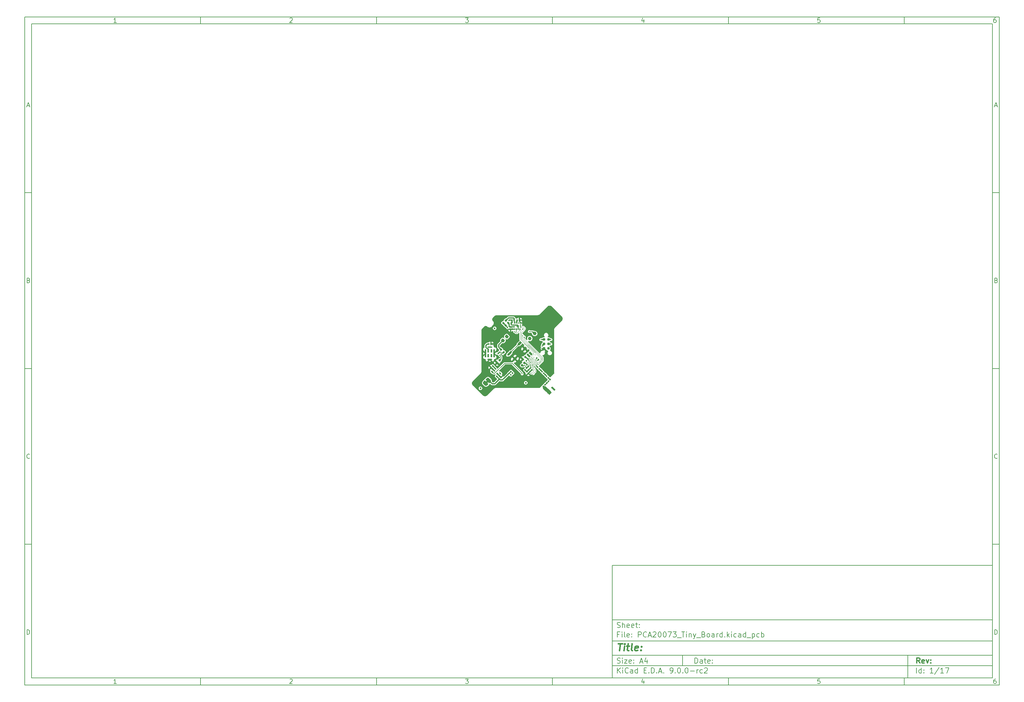
<source format=gbr>
G04 #@! TF.GenerationSoftware,KiCad,Pcbnew,9.0.0-rc2-3baa6cd791~182~ubuntu24.04.1*
G04 #@! TF.CreationDate,2025-02-06T23:09:26-05:00*
G04 #@! TF.ProjectId,PCA20073_Tiny_Board,50434132-3030-4373-935f-54696e795f42,rev?*
G04 #@! TF.SameCoordinates,PX82a22f1PY713a4f2*
G04 #@! TF.FileFunction,Copper,L1,Top*
G04 #@! TF.FilePolarity,Positive*
%FSLAX46Y46*%
G04 Gerber Fmt 4.6, Leading zero omitted, Abs format (unit mm)*
G04 Created by KiCad (PCBNEW 9.0.0-rc2-3baa6cd791~182~ubuntu24.04.1) date 2025-02-06 23:09:26*
%MOMM*%
%LPD*%
G01*
G04 APERTURE LIST*
%ADD10C,0.100000*%
%ADD11C,0.150000*%
%ADD12C,0.300000*%
%ADD13C,0.400000*%
G04 #@! TA.AperFunction,EtchedComponent*
%ADD14C,0.000000*%
G04 #@! TD*
G04 #@! TA.AperFunction,SMDPad,CuDef*
%ADD15C,0.170000*%
G04 #@! TD*
G04 #@! TA.AperFunction,SMDPad,CuDef*
%ADD16C,1.000000*%
G04 #@! TD*
G04 #@! TA.AperFunction,BGAPad,CuDef*
%ADD17C,0.120000*%
G04 #@! TD*
G04 #@! TA.AperFunction,SMDPad,CuDef*
%ADD18C,0.500000*%
G04 #@! TD*
G04 #@! TA.AperFunction,ConnectorPad*
%ADD19C,0.787400*%
G04 #@! TD*
G04 #@! TA.AperFunction,ViaPad*
%ADD20C,0.300000*%
G04 #@! TD*
G04 #@! TA.AperFunction,ViaPad*
%ADD21C,0.250000*%
G04 #@! TD*
G04 #@! TA.AperFunction,ViaPad*
%ADD22C,0.600000*%
G04 #@! TD*
G04 #@! TA.AperFunction,Conductor*
%ADD23C,0.100000*%
G04 #@! TD*
G04 #@! TA.AperFunction,Conductor*
%ADD24C,0.150000*%
G04 #@! TD*
G04 #@! TA.AperFunction,Conductor*
%ADD25C,0.300000*%
G04 #@! TD*
G04 #@! TA.AperFunction,Conductor*
%ADD26C,1.000000*%
G04 #@! TD*
G04 #@! TA.AperFunction,Conductor*
%ADD27C,0.292621*%
G04 #@! TD*
G04 #@! TA.AperFunction,Conductor*
%ADD28C,0.075000*%
G04 #@! TD*
G04 APERTURE END LIST*
D10*
D11*
X40023015Y-47279278D02*
X148023015Y-47279278D01*
X148023015Y-79279278D01*
X40023015Y-79279278D01*
X40023015Y-47279278D01*
D10*
D11*
X-126979185Y108727922D02*
X150023015Y108727922D01*
X150023015Y-81279278D01*
X-126979185Y-81279278D01*
X-126979185Y108727922D01*
D10*
D11*
X-124979185Y106727922D02*
X148023015Y106727922D01*
X148023015Y-79279278D01*
X-124979185Y-79279278D01*
X-124979185Y106727922D01*
D10*
D11*
X-76979185Y106727922D02*
X-76979185Y108727922D01*
D10*
D11*
X-26979185Y106727922D02*
X-26979185Y108727922D01*
D10*
D11*
X23020815Y106727922D02*
X23020815Y108727922D01*
D10*
D11*
X73020815Y106727922D02*
X73020815Y108727922D01*
D10*
D11*
X123020815Y106727922D02*
X123020815Y108727922D01*
D10*
D11*
X-100890025Y107134318D02*
X-101632882Y107134318D01*
X-101261454Y107134318D02*
X-101261454Y108434318D01*
X-101261454Y108434318D02*
X-101385263Y108248603D01*
X-101385263Y108248603D02*
X-101509073Y108124794D01*
X-101509073Y108124794D02*
X-101632882Y108062889D01*
D10*
D11*
X-51632882Y108310508D02*
X-51570978Y108372413D01*
X-51570978Y108372413D02*
X-51447168Y108434318D01*
X-51447168Y108434318D02*
X-51137644Y108434318D01*
X-51137644Y108434318D02*
X-51013835Y108372413D01*
X-51013835Y108372413D02*
X-50951930Y108310508D01*
X-50951930Y108310508D02*
X-50890025Y108186699D01*
X-50890025Y108186699D02*
X-50890025Y108062889D01*
X-50890025Y108062889D02*
X-50951930Y107877175D01*
X-50951930Y107877175D02*
X-51694787Y107134318D01*
X-51694787Y107134318D02*
X-50890025Y107134318D01*
D10*
D11*
X-1694787Y108434318D02*
X-890025Y108434318D01*
X-890025Y108434318D02*
X-1323359Y107939080D01*
X-1323359Y107939080D02*
X-1137644Y107939080D01*
X-1137644Y107939080D02*
X-1013835Y107877175D01*
X-1013835Y107877175D02*
X-951930Y107815270D01*
X-951930Y107815270D02*
X-890025Y107691461D01*
X-890025Y107691461D02*
X-890025Y107381937D01*
X-890025Y107381937D02*
X-951930Y107258127D01*
X-951930Y107258127D02*
X-1013835Y107196222D01*
X-1013835Y107196222D02*
X-1137644Y107134318D01*
X-1137644Y107134318D02*
X-1509073Y107134318D01*
X-1509073Y107134318D02*
X-1632882Y107196222D01*
X-1632882Y107196222D02*
X-1694787Y107258127D01*
D10*
D11*
X48986165Y108000984D02*
X48986165Y107134318D01*
X48676641Y108496222D02*
X48367118Y107567651D01*
X48367118Y107567651D02*
X49171879Y107567651D01*
D10*
D11*
X99048070Y108434318D02*
X98429022Y108434318D01*
X98429022Y108434318D02*
X98367118Y107815270D01*
X98367118Y107815270D02*
X98429022Y107877175D01*
X98429022Y107877175D02*
X98552832Y107939080D01*
X98552832Y107939080D02*
X98862356Y107939080D01*
X98862356Y107939080D02*
X98986165Y107877175D01*
X98986165Y107877175D02*
X99048070Y107815270D01*
X99048070Y107815270D02*
X99109975Y107691461D01*
X99109975Y107691461D02*
X99109975Y107381937D01*
X99109975Y107381937D02*
X99048070Y107258127D01*
X99048070Y107258127D02*
X98986165Y107196222D01*
X98986165Y107196222D02*
X98862356Y107134318D01*
X98862356Y107134318D02*
X98552832Y107134318D01*
X98552832Y107134318D02*
X98429022Y107196222D01*
X98429022Y107196222D02*
X98367118Y107258127D01*
D10*
D11*
X148986165Y108434318D02*
X148738546Y108434318D01*
X148738546Y108434318D02*
X148614737Y108372413D01*
X148614737Y108372413D02*
X148552832Y108310508D01*
X148552832Y108310508D02*
X148429022Y108124794D01*
X148429022Y108124794D02*
X148367118Y107877175D01*
X148367118Y107877175D02*
X148367118Y107381937D01*
X148367118Y107381937D02*
X148429022Y107258127D01*
X148429022Y107258127D02*
X148490927Y107196222D01*
X148490927Y107196222D02*
X148614737Y107134318D01*
X148614737Y107134318D02*
X148862356Y107134318D01*
X148862356Y107134318D02*
X148986165Y107196222D01*
X148986165Y107196222D02*
X149048070Y107258127D01*
X149048070Y107258127D02*
X149109975Y107381937D01*
X149109975Y107381937D02*
X149109975Y107691461D01*
X149109975Y107691461D02*
X149048070Y107815270D01*
X149048070Y107815270D02*
X148986165Y107877175D01*
X148986165Y107877175D02*
X148862356Y107939080D01*
X148862356Y107939080D02*
X148614737Y107939080D01*
X148614737Y107939080D02*
X148490927Y107877175D01*
X148490927Y107877175D02*
X148429022Y107815270D01*
X148429022Y107815270D02*
X148367118Y107691461D01*
D10*
D11*
X-76979185Y-79279278D02*
X-76979185Y-81279278D01*
D10*
D11*
X-26979185Y-79279278D02*
X-26979185Y-81279278D01*
D10*
D11*
X23020815Y-79279278D02*
X23020815Y-81279278D01*
D10*
D11*
X73020815Y-79279278D02*
X73020815Y-81279278D01*
D10*
D11*
X123020815Y-79279278D02*
X123020815Y-81279278D01*
D10*
D11*
X-100890025Y-80872882D02*
X-101632882Y-80872882D01*
X-101261454Y-80872882D02*
X-101261454Y-79572882D01*
X-101261454Y-79572882D02*
X-101385263Y-79758597D01*
X-101385263Y-79758597D02*
X-101509073Y-79882406D01*
X-101509073Y-79882406D02*
X-101632882Y-79944311D01*
D10*
D11*
X-51632882Y-79696692D02*
X-51570978Y-79634787D01*
X-51570978Y-79634787D02*
X-51447168Y-79572882D01*
X-51447168Y-79572882D02*
X-51137644Y-79572882D01*
X-51137644Y-79572882D02*
X-51013835Y-79634787D01*
X-51013835Y-79634787D02*
X-50951930Y-79696692D01*
X-50951930Y-79696692D02*
X-50890025Y-79820501D01*
X-50890025Y-79820501D02*
X-50890025Y-79944311D01*
X-50890025Y-79944311D02*
X-50951930Y-80130025D01*
X-50951930Y-80130025D02*
X-51694787Y-80872882D01*
X-51694787Y-80872882D02*
X-50890025Y-80872882D01*
D10*
D11*
X-1694787Y-79572882D02*
X-890025Y-79572882D01*
X-890025Y-79572882D02*
X-1323359Y-80068120D01*
X-1323359Y-80068120D02*
X-1137644Y-80068120D01*
X-1137644Y-80068120D02*
X-1013835Y-80130025D01*
X-1013835Y-80130025D02*
X-951930Y-80191930D01*
X-951930Y-80191930D02*
X-890025Y-80315739D01*
X-890025Y-80315739D02*
X-890025Y-80625263D01*
X-890025Y-80625263D02*
X-951930Y-80749073D01*
X-951930Y-80749073D02*
X-1013835Y-80810978D01*
X-1013835Y-80810978D02*
X-1137644Y-80872882D01*
X-1137644Y-80872882D02*
X-1509073Y-80872882D01*
X-1509073Y-80872882D02*
X-1632882Y-80810978D01*
X-1632882Y-80810978D02*
X-1694787Y-80749073D01*
D10*
D11*
X48986165Y-80006216D02*
X48986165Y-80872882D01*
X48676641Y-79510978D02*
X48367118Y-80439549D01*
X48367118Y-80439549D02*
X49171879Y-80439549D01*
D10*
D11*
X99048070Y-79572882D02*
X98429022Y-79572882D01*
X98429022Y-79572882D02*
X98367118Y-80191930D01*
X98367118Y-80191930D02*
X98429022Y-80130025D01*
X98429022Y-80130025D02*
X98552832Y-80068120D01*
X98552832Y-80068120D02*
X98862356Y-80068120D01*
X98862356Y-80068120D02*
X98986165Y-80130025D01*
X98986165Y-80130025D02*
X99048070Y-80191930D01*
X99048070Y-80191930D02*
X99109975Y-80315739D01*
X99109975Y-80315739D02*
X99109975Y-80625263D01*
X99109975Y-80625263D02*
X99048070Y-80749073D01*
X99048070Y-80749073D02*
X98986165Y-80810978D01*
X98986165Y-80810978D02*
X98862356Y-80872882D01*
X98862356Y-80872882D02*
X98552832Y-80872882D01*
X98552832Y-80872882D02*
X98429022Y-80810978D01*
X98429022Y-80810978D02*
X98367118Y-80749073D01*
D10*
D11*
X148986165Y-79572882D02*
X148738546Y-79572882D01*
X148738546Y-79572882D02*
X148614737Y-79634787D01*
X148614737Y-79634787D02*
X148552832Y-79696692D01*
X148552832Y-79696692D02*
X148429022Y-79882406D01*
X148429022Y-79882406D02*
X148367118Y-80130025D01*
X148367118Y-80130025D02*
X148367118Y-80625263D01*
X148367118Y-80625263D02*
X148429022Y-80749073D01*
X148429022Y-80749073D02*
X148490927Y-80810978D01*
X148490927Y-80810978D02*
X148614737Y-80872882D01*
X148614737Y-80872882D02*
X148862356Y-80872882D01*
X148862356Y-80872882D02*
X148986165Y-80810978D01*
X148986165Y-80810978D02*
X149048070Y-80749073D01*
X149048070Y-80749073D02*
X149109975Y-80625263D01*
X149109975Y-80625263D02*
X149109975Y-80315739D01*
X149109975Y-80315739D02*
X149048070Y-80191930D01*
X149048070Y-80191930D02*
X148986165Y-80130025D01*
X148986165Y-80130025D02*
X148862356Y-80068120D01*
X148862356Y-80068120D02*
X148614737Y-80068120D01*
X148614737Y-80068120D02*
X148490927Y-80130025D01*
X148490927Y-80130025D02*
X148429022Y-80191930D01*
X148429022Y-80191930D02*
X148367118Y-80315739D01*
D10*
D11*
X-126979185Y58727922D02*
X-124979185Y58727922D01*
D10*
D11*
X-126979185Y8727922D02*
X-124979185Y8727922D01*
D10*
D11*
X-126979185Y-41272078D02*
X-124979185Y-41272078D01*
D10*
D11*
X-126288709Y83505746D02*
X-125669662Y83505746D01*
X-126412519Y83134318D02*
X-125979186Y84434318D01*
X-125979186Y84434318D02*
X-125545852Y83134318D01*
D10*
D11*
X-125886328Y33815270D02*
X-125700614Y33753365D01*
X-125700614Y33753365D02*
X-125638709Y33691461D01*
X-125638709Y33691461D02*
X-125576805Y33567651D01*
X-125576805Y33567651D02*
X-125576805Y33381937D01*
X-125576805Y33381937D02*
X-125638709Y33258127D01*
X-125638709Y33258127D02*
X-125700614Y33196222D01*
X-125700614Y33196222D02*
X-125824424Y33134318D01*
X-125824424Y33134318D02*
X-126319662Y33134318D01*
X-126319662Y33134318D02*
X-126319662Y34434318D01*
X-126319662Y34434318D02*
X-125886328Y34434318D01*
X-125886328Y34434318D02*
X-125762519Y34372413D01*
X-125762519Y34372413D02*
X-125700614Y34310508D01*
X-125700614Y34310508D02*
X-125638709Y34186699D01*
X-125638709Y34186699D02*
X-125638709Y34062889D01*
X-125638709Y34062889D02*
X-125700614Y33939080D01*
X-125700614Y33939080D02*
X-125762519Y33877175D01*
X-125762519Y33877175D02*
X-125886328Y33815270D01*
X-125886328Y33815270D02*
X-126319662Y33815270D01*
D10*
D11*
X-125576805Y-16741873D02*
X-125638709Y-16803778D01*
X-125638709Y-16803778D02*
X-125824424Y-16865682D01*
X-125824424Y-16865682D02*
X-125948233Y-16865682D01*
X-125948233Y-16865682D02*
X-126133947Y-16803778D01*
X-126133947Y-16803778D02*
X-126257757Y-16679968D01*
X-126257757Y-16679968D02*
X-126319662Y-16556158D01*
X-126319662Y-16556158D02*
X-126381566Y-16308539D01*
X-126381566Y-16308539D02*
X-126381566Y-16122825D01*
X-126381566Y-16122825D02*
X-126319662Y-15875206D01*
X-126319662Y-15875206D02*
X-126257757Y-15751397D01*
X-126257757Y-15751397D02*
X-126133947Y-15627587D01*
X-126133947Y-15627587D02*
X-125948233Y-15565682D01*
X-125948233Y-15565682D02*
X-125824424Y-15565682D01*
X-125824424Y-15565682D02*
X-125638709Y-15627587D01*
X-125638709Y-15627587D02*
X-125576805Y-15689492D01*
D10*
D11*
X-126319662Y-66865682D02*
X-126319662Y-65565682D01*
X-126319662Y-65565682D02*
X-126010138Y-65565682D01*
X-126010138Y-65565682D02*
X-125824424Y-65627587D01*
X-125824424Y-65627587D02*
X-125700614Y-65751397D01*
X-125700614Y-65751397D02*
X-125638709Y-65875206D01*
X-125638709Y-65875206D02*
X-125576805Y-66122825D01*
X-125576805Y-66122825D02*
X-125576805Y-66308539D01*
X-125576805Y-66308539D02*
X-125638709Y-66556158D01*
X-125638709Y-66556158D02*
X-125700614Y-66679968D01*
X-125700614Y-66679968D02*
X-125824424Y-66803778D01*
X-125824424Y-66803778D02*
X-126010138Y-66865682D01*
X-126010138Y-66865682D02*
X-126319662Y-66865682D01*
D10*
D11*
X150023015Y58727922D02*
X148023015Y58727922D01*
D10*
D11*
X150023015Y8727922D02*
X148023015Y8727922D01*
D10*
D11*
X150023015Y-41272078D02*
X148023015Y-41272078D01*
D10*
D11*
X148713491Y83505746D02*
X149332538Y83505746D01*
X148589681Y83134318D02*
X149023014Y84434318D01*
X149023014Y84434318D02*
X149456348Y83134318D01*
D10*
D11*
X149115872Y33815270D02*
X149301586Y33753365D01*
X149301586Y33753365D02*
X149363491Y33691461D01*
X149363491Y33691461D02*
X149425395Y33567651D01*
X149425395Y33567651D02*
X149425395Y33381937D01*
X149425395Y33381937D02*
X149363491Y33258127D01*
X149363491Y33258127D02*
X149301586Y33196222D01*
X149301586Y33196222D02*
X149177776Y33134318D01*
X149177776Y33134318D02*
X148682538Y33134318D01*
X148682538Y33134318D02*
X148682538Y34434318D01*
X148682538Y34434318D02*
X149115872Y34434318D01*
X149115872Y34434318D02*
X149239681Y34372413D01*
X149239681Y34372413D02*
X149301586Y34310508D01*
X149301586Y34310508D02*
X149363491Y34186699D01*
X149363491Y34186699D02*
X149363491Y34062889D01*
X149363491Y34062889D02*
X149301586Y33939080D01*
X149301586Y33939080D02*
X149239681Y33877175D01*
X149239681Y33877175D02*
X149115872Y33815270D01*
X149115872Y33815270D02*
X148682538Y33815270D01*
D10*
D11*
X149425395Y-16741873D02*
X149363491Y-16803778D01*
X149363491Y-16803778D02*
X149177776Y-16865682D01*
X149177776Y-16865682D02*
X149053967Y-16865682D01*
X149053967Y-16865682D02*
X148868253Y-16803778D01*
X148868253Y-16803778D02*
X148744443Y-16679968D01*
X148744443Y-16679968D02*
X148682538Y-16556158D01*
X148682538Y-16556158D02*
X148620634Y-16308539D01*
X148620634Y-16308539D02*
X148620634Y-16122825D01*
X148620634Y-16122825D02*
X148682538Y-15875206D01*
X148682538Y-15875206D02*
X148744443Y-15751397D01*
X148744443Y-15751397D02*
X148868253Y-15627587D01*
X148868253Y-15627587D02*
X149053967Y-15565682D01*
X149053967Y-15565682D02*
X149177776Y-15565682D01*
X149177776Y-15565682D02*
X149363491Y-15627587D01*
X149363491Y-15627587D02*
X149425395Y-15689492D01*
D10*
D11*
X148682538Y-66865682D02*
X148682538Y-65565682D01*
X148682538Y-65565682D02*
X148992062Y-65565682D01*
X148992062Y-65565682D02*
X149177776Y-65627587D01*
X149177776Y-65627587D02*
X149301586Y-65751397D01*
X149301586Y-65751397D02*
X149363491Y-65875206D01*
X149363491Y-65875206D02*
X149425395Y-66122825D01*
X149425395Y-66122825D02*
X149425395Y-66308539D01*
X149425395Y-66308539D02*
X149363491Y-66556158D01*
X149363491Y-66556158D02*
X149301586Y-66679968D01*
X149301586Y-66679968D02*
X149177776Y-66803778D01*
X149177776Y-66803778D02*
X148992062Y-66865682D01*
X148992062Y-66865682D02*
X148682538Y-66865682D01*
D10*
D11*
X63478841Y-75065406D02*
X63478841Y-73565406D01*
X63478841Y-73565406D02*
X63835984Y-73565406D01*
X63835984Y-73565406D02*
X64050270Y-73636835D01*
X64050270Y-73636835D02*
X64193127Y-73779692D01*
X64193127Y-73779692D02*
X64264556Y-73922549D01*
X64264556Y-73922549D02*
X64335984Y-74208263D01*
X64335984Y-74208263D02*
X64335984Y-74422549D01*
X64335984Y-74422549D02*
X64264556Y-74708263D01*
X64264556Y-74708263D02*
X64193127Y-74851120D01*
X64193127Y-74851120D02*
X64050270Y-74993978D01*
X64050270Y-74993978D02*
X63835984Y-75065406D01*
X63835984Y-75065406D02*
X63478841Y-75065406D01*
X65621699Y-75065406D02*
X65621699Y-74279692D01*
X65621699Y-74279692D02*
X65550270Y-74136835D01*
X65550270Y-74136835D02*
X65407413Y-74065406D01*
X65407413Y-74065406D02*
X65121699Y-74065406D01*
X65121699Y-74065406D02*
X64978841Y-74136835D01*
X65621699Y-74993978D02*
X65478841Y-75065406D01*
X65478841Y-75065406D02*
X65121699Y-75065406D01*
X65121699Y-75065406D02*
X64978841Y-74993978D01*
X64978841Y-74993978D02*
X64907413Y-74851120D01*
X64907413Y-74851120D02*
X64907413Y-74708263D01*
X64907413Y-74708263D02*
X64978841Y-74565406D01*
X64978841Y-74565406D02*
X65121699Y-74493978D01*
X65121699Y-74493978D02*
X65478841Y-74493978D01*
X65478841Y-74493978D02*
X65621699Y-74422549D01*
X66121699Y-74065406D02*
X66693127Y-74065406D01*
X66335984Y-73565406D02*
X66335984Y-74851120D01*
X66335984Y-74851120D02*
X66407413Y-74993978D01*
X66407413Y-74993978D02*
X66550270Y-75065406D01*
X66550270Y-75065406D02*
X66693127Y-75065406D01*
X67764556Y-74993978D02*
X67621699Y-75065406D01*
X67621699Y-75065406D02*
X67335985Y-75065406D01*
X67335985Y-75065406D02*
X67193127Y-74993978D01*
X67193127Y-74993978D02*
X67121699Y-74851120D01*
X67121699Y-74851120D02*
X67121699Y-74279692D01*
X67121699Y-74279692D02*
X67193127Y-74136835D01*
X67193127Y-74136835D02*
X67335985Y-74065406D01*
X67335985Y-74065406D02*
X67621699Y-74065406D01*
X67621699Y-74065406D02*
X67764556Y-74136835D01*
X67764556Y-74136835D02*
X67835985Y-74279692D01*
X67835985Y-74279692D02*
X67835985Y-74422549D01*
X67835985Y-74422549D02*
X67121699Y-74565406D01*
X68478841Y-74922549D02*
X68550270Y-74993978D01*
X68550270Y-74993978D02*
X68478841Y-75065406D01*
X68478841Y-75065406D02*
X68407413Y-74993978D01*
X68407413Y-74993978D02*
X68478841Y-74922549D01*
X68478841Y-74922549D02*
X68478841Y-75065406D01*
X68478841Y-74136835D02*
X68550270Y-74208263D01*
X68550270Y-74208263D02*
X68478841Y-74279692D01*
X68478841Y-74279692D02*
X68407413Y-74208263D01*
X68407413Y-74208263D02*
X68478841Y-74136835D01*
X68478841Y-74136835D02*
X68478841Y-74279692D01*
D10*
D11*
X40023015Y-75779278D02*
X148023015Y-75779278D01*
D10*
D11*
X41478841Y-77865406D02*
X41478841Y-76365406D01*
X42335984Y-77865406D02*
X41693127Y-77008263D01*
X42335984Y-76365406D02*
X41478841Y-77222549D01*
X42978841Y-77865406D02*
X42978841Y-76865406D01*
X42978841Y-76365406D02*
X42907413Y-76436835D01*
X42907413Y-76436835D02*
X42978841Y-76508263D01*
X42978841Y-76508263D02*
X43050270Y-76436835D01*
X43050270Y-76436835D02*
X42978841Y-76365406D01*
X42978841Y-76365406D02*
X42978841Y-76508263D01*
X44550270Y-77722549D02*
X44478842Y-77793978D01*
X44478842Y-77793978D02*
X44264556Y-77865406D01*
X44264556Y-77865406D02*
X44121699Y-77865406D01*
X44121699Y-77865406D02*
X43907413Y-77793978D01*
X43907413Y-77793978D02*
X43764556Y-77651120D01*
X43764556Y-77651120D02*
X43693127Y-77508263D01*
X43693127Y-77508263D02*
X43621699Y-77222549D01*
X43621699Y-77222549D02*
X43621699Y-77008263D01*
X43621699Y-77008263D02*
X43693127Y-76722549D01*
X43693127Y-76722549D02*
X43764556Y-76579692D01*
X43764556Y-76579692D02*
X43907413Y-76436835D01*
X43907413Y-76436835D02*
X44121699Y-76365406D01*
X44121699Y-76365406D02*
X44264556Y-76365406D01*
X44264556Y-76365406D02*
X44478842Y-76436835D01*
X44478842Y-76436835D02*
X44550270Y-76508263D01*
X45835985Y-77865406D02*
X45835985Y-77079692D01*
X45835985Y-77079692D02*
X45764556Y-76936835D01*
X45764556Y-76936835D02*
X45621699Y-76865406D01*
X45621699Y-76865406D02*
X45335985Y-76865406D01*
X45335985Y-76865406D02*
X45193127Y-76936835D01*
X45835985Y-77793978D02*
X45693127Y-77865406D01*
X45693127Y-77865406D02*
X45335985Y-77865406D01*
X45335985Y-77865406D02*
X45193127Y-77793978D01*
X45193127Y-77793978D02*
X45121699Y-77651120D01*
X45121699Y-77651120D02*
X45121699Y-77508263D01*
X45121699Y-77508263D02*
X45193127Y-77365406D01*
X45193127Y-77365406D02*
X45335985Y-77293978D01*
X45335985Y-77293978D02*
X45693127Y-77293978D01*
X45693127Y-77293978D02*
X45835985Y-77222549D01*
X47193128Y-77865406D02*
X47193128Y-76365406D01*
X47193128Y-77793978D02*
X47050270Y-77865406D01*
X47050270Y-77865406D02*
X46764556Y-77865406D01*
X46764556Y-77865406D02*
X46621699Y-77793978D01*
X46621699Y-77793978D02*
X46550270Y-77722549D01*
X46550270Y-77722549D02*
X46478842Y-77579692D01*
X46478842Y-77579692D02*
X46478842Y-77151120D01*
X46478842Y-77151120D02*
X46550270Y-77008263D01*
X46550270Y-77008263D02*
X46621699Y-76936835D01*
X46621699Y-76936835D02*
X46764556Y-76865406D01*
X46764556Y-76865406D02*
X47050270Y-76865406D01*
X47050270Y-76865406D02*
X47193128Y-76936835D01*
X49050270Y-77079692D02*
X49550270Y-77079692D01*
X49764556Y-77865406D02*
X49050270Y-77865406D01*
X49050270Y-77865406D02*
X49050270Y-76365406D01*
X49050270Y-76365406D02*
X49764556Y-76365406D01*
X50407413Y-77722549D02*
X50478842Y-77793978D01*
X50478842Y-77793978D02*
X50407413Y-77865406D01*
X50407413Y-77865406D02*
X50335985Y-77793978D01*
X50335985Y-77793978D02*
X50407413Y-77722549D01*
X50407413Y-77722549D02*
X50407413Y-77865406D01*
X51121699Y-77865406D02*
X51121699Y-76365406D01*
X51121699Y-76365406D02*
X51478842Y-76365406D01*
X51478842Y-76365406D02*
X51693128Y-76436835D01*
X51693128Y-76436835D02*
X51835985Y-76579692D01*
X51835985Y-76579692D02*
X51907414Y-76722549D01*
X51907414Y-76722549D02*
X51978842Y-77008263D01*
X51978842Y-77008263D02*
X51978842Y-77222549D01*
X51978842Y-77222549D02*
X51907414Y-77508263D01*
X51907414Y-77508263D02*
X51835985Y-77651120D01*
X51835985Y-77651120D02*
X51693128Y-77793978D01*
X51693128Y-77793978D02*
X51478842Y-77865406D01*
X51478842Y-77865406D02*
X51121699Y-77865406D01*
X52621699Y-77722549D02*
X52693128Y-77793978D01*
X52693128Y-77793978D02*
X52621699Y-77865406D01*
X52621699Y-77865406D02*
X52550271Y-77793978D01*
X52550271Y-77793978D02*
X52621699Y-77722549D01*
X52621699Y-77722549D02*
X52621699Y-77865406D01*
X53264557Y-77436835D02*
X53978843Y-77436835D01*
X53121700Y-77865406D02*
X53621700Y-76365406D01*
X53621700Y-76365406D02*
X54121700Y-77865406D01*
X54621699Y-77722549D02*
X54693128Y-77793978D01*
X54693128Y-77793978D02*
X54621699Y-77865406D01*
X54621699Y-77865406D02*
X54550271Y-77793978D01*
X54550271Y-77793978D02*
X54621699Y-77722549D01*
X54621699Y-77722549D02*
X54621699Y-77865406D01*
X56550271Y-77865406D02*
X56835985Y-77865406D01*
X56835985Y-77865406D02*
X56978842Y-77793978D01*
X56978842Y-77793978D02*
X57050271Y-77722549D01*
X57050271Y-77722549D02*
X57193128Y-77508263D01*
X57193128Y-77508263D02*
X57264557Y-77222549D01*
X57264557Y-77222549D02*
X57264557Y-76651120D01*
X57264557Y-76651120D02*
X57193128Y-76508263D01*
X57193128Y-76508263D02*
X57121700Y-76436835D01*
X57121700Y-76436835D02*
X56978842Y-76365406D01*
X56978842Y-76365406D02*
X56693128Y-76365406D01*
X56693128Y-76365406D02*
X56550271Y-76436835D01*
X56550271Y-76436835D02*
X56478842Y-76508263D01*
X56478842Y-76508263D02*
X56407414Y-76651120D01*
X56407414Y-76651120D02*
X56407414Y-77008263D01*
X56407414Y-77008263D02*
X56478842Y-77151120D01*
X56478842Y-77151120D02*
X56550271Y-77222549D01*
X56550271Y-77222549D02*
X56693128Y-77293978D01*
X56693128Y-77293978D02*
X56978842Y-77293978D01*
X56978842Y-77293978D02*
X57121700Y-77222549D01*
X57121700Y-77222549D02*
X57193128Y-77151120D01*
X57193128Y-77151120D02*
X57264557Y-77008263D01*
X57907413Y-77722549D02*
X57978842Y-77793978D01*
X57978842Y-77793978D02*
X57907413Y-77865406D01*
X57907413Y-77865406D02*
X57835985Y-77793978D01*
X57835985Y-77793978D02*
X57907413Y-77722549D01*
X57907413Y-77722549D02*
X57907413Y-77865406D01*
X58907414Y-76365406D02*
X59050271Y-76365406D01*
X59050271Y-76365406D02*
X59193128Y-76436835D01*
X59193128Y-76436835D02*
X59264557Y-76508263D01*
X59264557Y-76508263D02*
X59335985Y-76651120D01*
X59335985Y-76651120D02*
X59407414Y-76936835D01*
X59407414Y-76936835D02*
X59407414Y-77293978D01*
X59407414Y-77293978D02*
X59335985Y-77579692D01*
X59335985Y-77579692D02*
X59264557Y-77722549D01*
X59264557Y-77722549D02*
X59193128Y-77793978D01*
X59193128Y-77793978D02*
X59050271Y-77865406D01*
X59050271Y-77865406D02*
X58907414Y-77865406D01*
X58907414Y-77865406D02*
X58764557Y-77793978D01*
X58764557Y-77793978D02*
X58693128Y-77722549D01*
X58693128Y-77722549D02*
X58621699Y-77579692D01*
X58621699Y-77579692D02*
X58550271Y-77293978D01*
X58550271Y-77293978D02*
X58550271Y-76936835D01*
X58550271Y-76936835D02*
X58621699Y-76651120D01*
X58621699Y-76651120D02*
X58693128Y-76508263D01*
X58693128Y-76508263D02*
X58764557Y-76436835D01*
X58764557Y-76436835D02*
X58907414Y-76365406D01*
X60050270Y-77722549D02*
X60121699Y-77793978D01*
X60121699Y-77793978D02*
X60050270Y-77865406D01*
X60050270Y-77865406D02*
X59978842Y-77793978D01*
X59978842Y-77793978D02*
X60050270Y-77722549D01*
X60050270Y-77722549D02*
X60050270Y-77865406D01*
X61050271Y-76365406D02*
X61193128Y-76365406D01*
X61193128Y-76365406D02*
X61335985Y-76436835D01*
X61335985Y-76436835D02*
X61407414Y-76508263D01*
X61407414Y-76508263D02*
X61478842Y-76651120D01*
X61478842Y-76651120D02*
X61550271Y-76936835D01*
X61550271Y-76936835D02*
X61550271Y-77293978D01*
X61550271Y-77293978D02*
X61478842Y-77579692D01*
X61478842Y-77579692D02*
X61407414Y-77722549D01*
X61407414Y-77722549D02*
X61335985Y-77793978D01*
X61335985Y-77793978D02*
X61193128Y-77865406D01*
X61193128Y-77865406D02*
X61050271Y-77865406D01*
X61050271Y-77865406D02*
X60907414Y-77793978D01*
X60907414Y-77793978D02*
X60835985Y-77722549D01*
X60835985Y-77722549D02*
X60764556Y-77579692D01*
X60764556Y-77579692D02*
X60693128Y-77293978D01*
X60693128Y-77293978D02*
X60693128Y-76936835D01*
X60693128Y-76936835D02*
X60764556Y-76651120D01*
X60764556Y-76651120D02*
X60835985Y-76508263D01*
X60835985Y-76508263D02*
X60907414Y-76436835D01*
X60907414Y-76436835D02*
X61050271Y-76365406D01*
X62193127Y-77293978D02*
X63335985Y-77293978D01*
X64050270Y-77865406D02*
X64050270Y-76865406D01*
X64050270Y-77151120D02*
X64121699Y-77008263D01*
X64121699Y-77008263D02*
X64193128Y-76936835D01*
X64193128Y-76936835D02*
X64335985Y-76865406D01*
X64335985Y-76865406D02*
X64478842Y-76865406D01*
X65621699Y-77793978D02*
X65478841Y-77865406D01*
X65478841Y-77865406D02*
X65193127Y-77865406D01*
X65193127Y-77865406D02*
X65050270Y-77793978D01*
X65050270Y-77793978D02*
X64978841Y-77722549D01*
X64978841Y-77722549D02*
X64907413Y-77579692D01*
X64907413Y-77579692D02*
X64907413Y-77151120D01*
X64907413Y-77151120D02*
X64978841Y-77008263D01*
X64978841Y-77008263D02*
X65050270Y-76936835D01*
X65050270Y-76936835D02*
X65193127Y-76865406D01*
X65193127Y-76865406D02*
X65478841Y-76865406D01*
X65478841Y-76865406D02*
X65621699Y-76936835D01*
X66193127Y-76508263D02*
X66264555Y-76436835D01*
X66264555Y-76436835D02*
X66407413Y-76365406D01*
X66407413Y-76365406D02*
X66764555Y-76365406D01*
X66764555Y-76365406D02*
X66907413Y-76436835D01*
X66907413Y-76436835D02*
X66978841Y-76508263D01*
X66978841Y-76508263D02*
X67050270Y-76651120D01*
X67050270Y-76651120D02*
X67050270Y-76793978D01*
X67050270Y-76793978D02*
X66978841Y-77008263D01*
X66978841Y-77008263D02*
X66121698Y-77865406D01*
X66121698Y-77865406D02*
X67050270Y-77865406D01*
D10*
D11*
X40023015Y-72779278D02*
X148023015Y-72779278D01*
D10*
D12*
X127434668Y-75057606D02*
X126934668Y-74343320D01*
X126577525Y-75057606D02*
X126577525Y-73557606D01*
X126577525Y-73557606D02*
X127148954Y-73557606D01*
X127148954Y-73557606D02*
X127291811Y-73629035D01*
X127291811Y-73629035D02*
X127363240Y-73700463D01*
X127363240Y-73700463D02*
X127434668Y-73843320D01*
X127434668Y-73843320D02*
X127434668Y-74057606D01*
X127434668Y-74057606D02*
X127363240Y-74200463D01*
X127363240Y-74200463D02*
X127291811Y-74271892D01*
X127291811Y-74271892D02*
X127148954Y-74343320D01*
X127148954Y-74343320D02*
X126577525Y-74343320D01*
X128648954Y-74986178D02*
X128506097Y-75057606D01*
X128506097Y-75057606D02*
X128220383Y-75057606D01*
X128220383Y-75057606D02*
X128077525Y-74986178D01*
X128077525Y-74986178D02*
X128006097Y-74843320D01*
X128006097Y-74843320D02*
X128006097Y-74271892D01*
X128006097Y-74271892D02*
X128077525Y-74129035D01*
X128077525Y-74129035D02*
X128220383Y-74057606D01*
X128220383Y-74057606D02*
X128506097Y-74057606D01*
X128506097Y-74057606D02*
X128648954Y-74129035D01*
X128648954Y-74129035D02*
X128720383Y-74271892D01*
X128720383Y-74271892D02*
X128720383Y-74414749D01*
X128720383Y-74414749D02*
X128006097Y-74557606D01*
X129220382Y-74057606D02*
X129577525Y-75057606D01*
X129577525Y-75057606D02*
X129934668Y-74057606D01*
X130506096Y-74914749D02*
X130577525Y-74986178D01*
X130577525Y-74986178D02*
X130506096Y-75057606D01*
X130506096Y-75057606D02*
X130434668Y-74986178D01*
X130434668Y-74986178D02*
X130506096Y-74914749D01*
X130506096Y-74914749D02*
X130506096Y-75057606D01*
X130506096Y-74129035D02*
X130577525Y-74200463D01*
X130577525Y-74200463D02*
X130506096Y-74271892D01*
X130506096Y-74271892D02*
X130434668Y-74200463D01*
X130434668Y-74200463D02*
X130506096Y-74129035D01*
X130506096Y-74129035D02*
X130506096Y-74271892D01*
D10*
D11*
X41407413Y-74993978D02*
X41621699Y-75065406D01*
X41621699Y-75065406D02*
X41978841Y-75065406D01*
X41978841Y-75065406D02*
X42121699Y-74993978D01*
X42121699Y-74993978D02*
X42193127Y-74922549D01*
X42193127Y-74922549D02*
X42264556Y-74779692D01*
X42264556Y-74779692D02*
X42264556Y-74636835D01*
X42264556Y-74636835D02*
X42193127Y-74493978D01*
X42193127Y-74493978D02*
X42121699Y-74422549D01*
X42121699Y-74422549D02*
X41978841Y-74351120D01*
X41978841Y-74351120D02*
X41693127Y-74279692D01*
X41693127Y-74279692D02*
X41550270Y-74208263D01*
X41550270Y-74208263D02*
X41478841Y-74136835D01*
X41478841Y-74136835D02*
X41407413Y-73993978D01*
X41407413Y-73993978D02*
X41407413Y-73851120D01*
X41407413Y-73851120D02*
X41478841Y-73708263D01*
X41478841Y-73708263D02*
X41550270Y-73636835D01*
X41550270Y-73636835D02*
X41693127Y-73565406D01*
X41693127Y-73565406D02*
X42050270Y-73565406D01*
X42050270Y-73565406D02*
X42264556Y-73636835D01*
X42907412Y-75065406D02*
X42907412Y-74065406D01*
X42907412Y-73565406D02*
X42835984Y-73636835D01*
X42835984Y-73636835D02*
X42907412Y-73708263D01*
X42907412Y-73708263D02*
X42978841Y-73636835D01*
X42978841Y-73636835D02*
X42907412Y-73565406D01*
X42907412Y-73565406D02*
X42907412Y-73708263D01*
X43478841Y-74065406D02*
X44264556Y-74065406D01*
X44264556Y-74065406D02*
X43478841Y-75065406D01*
X43478841Y-75065406D02*
X44264556Y-75065406D01*
X45407413Y-74993978D02*
X45264556Y-75065406D01*
X45264556Y-75065406D02*
X44978842Y-75065406D01*
X44978842Y-75065406D02*
X44835984Y-74993978D01*
X44835984Y-74993978D02*
X44764556Y-74851120D01*
X44764556Y-74851120D02*
X44764556Y-74279692D01*
X44764556Y-74279692D02*
X44835984Y-74136835D01*
X44835984Y-74136835D02*
X44978842Y-74065406D01*
X44978842Y-74065406D02*
X45264556Y-74065406D01*
X45264556Y-74065406D02*
X45407413Y-74136835D01*
X45407413Y-74136835D02*
X45478842Y-74279692D01*
X45478842Y-74279692D02*
X45478842Y-74422549D01*
X45478842Y-74422549D02*
X44764556Y-74565406D01*
X46121698Y-74922549D02*
X46193127Y-74993978D01*
X46193127Y-74993978D02*
X46121698Y-75065406D01*
X46121698Y-75065406D02*
X46050270Y-74993978D01*
X46050270Y-74993978D02*
X46121698Y-74922549D01*
X46121698Y-74922549D02*
X46121698Y-75065406D01*
X46121698Y-74136835D02*
X46193127Y-74208263D01*
X46193127Y-74208263D02*
X46121698Y-74279692D01*
X46121698Y-74279692D02*
X46050270Y-74208263D01*
X46050270Y-74208263D02*
X46121698Y-74136835D01*
X46121698Y-74136835D02*
X46121698Y-74279692D01*
X47907413Y-74636835D02*
X48621699Y-74636835D01*
X47764556Y-75065406D02*
X48264556Y-73565406D01*
X48264556Y-73565406D02*
X48764556Y-75065406D01*
X49907413Y-74065406D02*
X49907413Y-75065406D01*
X49550270Y-73493978D02*
X49193127Y-74565406D01*
X49193127Y-74565406D02*
X50121698Y-74565406D01*
D10*
D11*
X126478841Y-77865406D02*
X126478841Y-76365406D01*
X127835985Y-77865406D02*
X127835985Y-76365406D01*
X127835985Y-77793978D02*
X127693127Y-77865406D01*
X127693127Y-77865406D02*
X127407413Y-77865406D01*
X127407413Y-77865406D02*
X127264556Y-77793978D01*
X127264556Y-77793978D02*
X127193127Y-77722549D01*
X127193127Y-77722549D02*
X127121699Y-77579692D01*
X127121699Y-77579692D02*
X127121699Y-77151120D01*
X127121699Y-77151120D02*
X127193127Y-77008263D01*
X127193127Y-77008263D02*
X127264556Y-76936835D01*
X127264556Y-76936835D02*
X127407413Y-76865406D01*
X127407413Y-76865406D02*
X127693127Y-76865406D01*
X127693127Y-76865406D02*
X127835985Y-76936835D01*
X128550270Y-77722549D02*
X128621699Y-77793978D01*
X128621699Y-77793978D02*
X128550270Y-77865406D01*
X128550270Y-77865406D02*
X128478842Y-77793978D01*
X128478842Y-77793978D02*
X128550270Y-77722549D01*
X128550270Y-77722549D02*
X128550270Y-77865406D01*
X128550270Y-76936835D02*
X128621699Y-77008263D01*
X128621699Y-77008263D02*
X128550270Y-77079692D01*
X128550270Y-77079692D02*
X128478842Y-77008263D01*
X128478842Y-77008263D02*
X128550270Y-76936835D01*
X128550270Y-76936835D02*
X128550270Y-77079692D01*
X131193128Y-77865406D02*
X130335985Y-77865406D01*
X130764556Y-77865406D02*
X130764556Y-76365406D01*
X130764556Y-76365406D02*
X130621699Y-76579692D01*
X130621699Y-76579692D02*
X130478842Y-76722549D01*
X130478842Y-76722549D02*
X130335985Y-76793978D01*
X132907413Y-76293978D02*
X131621699Y-78222549D01*
X134193128Y-77865406D02*
X133335985Y-77865406D01*
X133764556Y-77865406D02*
X133764556Y-76365406D01*
X133764556Y-76365406D02*
X133621699Y-76579692D01*
X133621699Y-76579692D02*
X133478842Y-76722549D01*
X133478842Y-76722549D02*
X133335985Y-76793978D01*
X134693127Y-76365406D02*
X135693127Y-76365406D01*
X135693127Y-76365406D02*
X135050270Y-77865406D01*
D10*
D11*
X40023015Y-68779278D02*
X148023015Y-68779278D01*
D10*
D13*
X41714743Y-69483716D02*
X42857600Y-69483716D01*
X42036172Y-71483716D02*
X42286172Y-69483716D01*
X43274267Y-71483716D02*
X43440934Y-70150382D01*
X43524267Y-69483716D02*
X43417124Y-69578954D01*
X43417124Y-69578954D02*
X43500458Y-69674192D01*
X43500458Y-69674192D02*
X43607601Y-69578954D01*
X43607601Y-69578954D02*
X43524267Y-69483716D01*
X43524267Y-69483716D02*
X43500458Y-69674192D01*
X44107601Y-70150382D02*
X44869505Y-70150382D01*
X44476648Y-69483716D02*
X44262363Y-71198001D01*
X44262363Y-71198001D02*
X44333791Y-71388478D01*
X44333791Y-71388478D02*
X44512363Y-71483716D01*
X44512363Y-71483716D02*
X44702839Y-71483716D01*
X45655220Y-71483716D02*
X45476648Y-71388478D01*
X45476648Y-71388478D02*
X45405220Y-71198001D01*
X45405220Y-71198001D02*
X45619505Y-69483716D01*
X47190934Y-71388478D02*
X46988553Y-71483716D01*
X46988553Y-71483716D02*
X46607600Y-71483716D01*
X46607600Y-71483716D02*
X46429029Y-71388478D01*
X46429029Y-71388478D02*
X46357600Y-71198001D01*
X46357600Y-71198001D02*
X46452839Y-70436097D01*
X46452839Y-70436097D02*
X46571886Y-70245620D01*
X46571886Y-70245620D02*
X46774267Y-70150382D01*
X46774267Y-70150382D02*
X47155219Y-70150382D01*
X47155219Y-70150382D02*
X47333791Y-70245620D01*
X47333791Y-70245620D02*
X47405219Y-70436097D01*
X47405219Y-70436097D02*
X47381410Y-70626573D01*
X47381410Y-70626573D02*
X46405219Y-70817049D01*
X48155220Y-71293239D02*
X48238553Y-71388478D01*
X48238553Y-71388478D02*
X48131410Y-71483716D01*
X48131410Y-71483716D02*
X48048077Y-71388478D01*
X48048077Y-71388478D02*
X48155220Y-71293239D01*
X48155220Y-71293239D02*
X48131410Y-71483716D01*
X48286172Y-70245620D02*
X48369505Y-70340858D01*
X48369505Y-70340858D02*
X48262363Y-70436097D01*
X48262363Y-70436097D02*
X48179029Y-70340858D01*
X48179029Y-70340858D02*
X48286172Y-70245620D01*
X48286172Y-70245620D02*
X48262363Y-70436097D01*
D10*
D11*
X41978841Y-66879692D02*
X41478841Y-66879692D01*
X41478841Y-67665406D02*
X41478841Y-66165406D01*
X41478841Y-66165406D02*
X42193127Y-66165406D01*
X42764555Y-67665406D02*
X42764555Y-66665406D01*
X42764555Y-66165406D02*
X42693127Y-66236835D01*
X42693127Y-66236835D02*
X42764555Y-66308263D01*
X42764555Y-66308263D02*
X42835984Y-66236835D01*
X42835984Y-66236835D02*
X42764555Y-66165406D01*
X42764555Y-66165406D02*
X42764555Y-66308263D01*
X43693127Y-67665406D02*
X43550270Y-67593978D01*
X43550270Y-67593978D02*
X43478841Y-67451120D01*
X43478841Y-67451120D02*
X43478841Y-66165406D01*
X44835984Y-67593978D02*
X44693127Y-67665406D01*
X44693127Y-67665406D02*
X44407413Y-67665406D01*
X44407413Y-67665406D02*
X44264555Y-67593978D01*
X44264555Y-67593978D02*
X44193127Y-67451120D01*
X44193127Y-67451120D02*
X44193127Y-66879692D01*
X44193127Y-66879692D02*
X44264555Y-66736835D01*
X44264555Y-66736835D02*
X44407413Y-66665406D01*
X44407413Y-66665406D02*
X44693127Y-66665406D01*
X44693127Y-66665406D02*
X44835984Y-66736835D01*
X44835984Y-66736835D02*
X44907413Y-66879692D01*
X44907413Y-66879692D02*
X44907413Y-67022549D01*
X44907413Y-67022549D02*
X44193127Y-67165406D01*
X45550269Y-67522549D02*
X45621698Y-67593978D01*
X45621698Y-67593978D02*
X45550269Y-67665406D01*
X45550269Y-67665406D02*
X45478841Y-67593978D01*
X45478841Y-67593978D02*
X45550269Y-67522549D01*
X45550269Y-67522549D02*
X45550269Y-67665406D01*
X45550269Y-66736835D02*
X45621698Y-66808263D01*
X45621698Y-66808263D02*
X45550269Y-66879692D01*
X45550269Y-66879692D02*
X45478841Y-66808263D01*
X45478841Y-66808263D02*
X45550269Y-66736835D01*
X45550269Y-66736835D02*
X45550269Y-66879692D01*
X47407412Y-67665406D02*
X47407412Y-66165406D01*
X47407412Y-66165406D02*
X47978841Y-66165406D01*
X47978841Y-66165406D02*
X48121698Y-66236835D01*
X48121698Y-66236835D02*
X48193127Y-66308263D01*
X48193127Y-66308263D02*
X48264555Y-66451120D01*
X48264555Y-66451120D02*
X48264555Y-66665406D01*
X48264555Y-66665406D02*
X48193127Y-66808263D01*
X48193127Y-66808263D02*
X48121698Y-66879692D01*
X48121698Y-66879692D02*
X47978841Y-66951120D01*
X47978841Y-66951120D02*
X47407412Y-66951120D01*
X49764555Y-67522549D02*
X49693127Y-67593978D01*
X49693127Y-67593978D02*
X49478841Y-67665406D01*
X49478841Y-67665406D02*
X49335984Y-67665406D01*
X49335984Y-67665406D02*
X49121698Y-67593978D01*
X49121698Y-67593978D02*
X48978841Y-67451120D01*
X48978841Y-67451120D02*
X48907412Y-67308263D01*
X48907412Y-67308263D02*
X48835984Y-67022549D01*
X48835984Y-67022549D02*
X48835984Y-66808263D01*
X48835984Y-66808263D02*
X48907412Y-66522549D01*
X48907412Y-66522549D02*
X48978841Y-66379692D01*
X48978841Y-66379692D02*
X49121698Y-66236835D01*
X49121698Y-66236835D02*
X49335984Y-66165406D01*
X49335984Y-66165406D02*
X49478841Y-66165406D01*
X49478841Y-66165406D02*
X49693127Y-66236835D01*
X49693127Y-66236835D02*
X49764555Y-66308263D01*
X50335984Y-67236835D02*
X51050270Y-67236835D01*
X50193127Y-67665406D02*
X50693127Y-66165406D01*
X50693127Y-66165406D02*
X51193127Y-67665406D01*
X51621698Y-66308263D02*
X51693126Y-66236835D01*
X51693126Y-66236835D02*
X51835984Y-66165406D01*
X51835984Y-66165406D02*
X52193126Y-66165406D01*
X52193126Y-66165406D02*
X52335984Y-66236835D01*
X52335984Y-66236835D02*
X52407412Y-66308263D01*
X52407412Y-66308263D02*
X52478841Y-66451120D01*
X52478841Y-66451120D02*
X52478841Y-66593978D01*
X52478841Y-66593978D02*
X52407412Y-66808263D01*
X52407412Y-66808263D02*
X51550269Y-67665406D01*
X51550269Y-67665406D02*
X52478841Y-67665406D01*
X53407412Y-66165406D02*
X53550269Y-66165406D01*
X53550269Y-66165406D02*
X53693126Y-66236835D01*
X53693126Y-66236835D02*
X53764555Y-66308263D01*
X53764555Y-66308263D02*
X53835983Y-66451120D01*
X53835983Y-66451120D02*
X53907412Y-66736835D01*
X53907412Y-66736835D02*
X53907412Y-67093978D01*
X53907412Y-67093978D02*
X53835983Y-67379692D01*
X53835983Y-67379692D02*
X53764555Y-67522549D01*
X53764555Y-67522549D02*
X53693126Y-67593978D01*
X53693126Y-67593978D02*
X53550269Y-67665406D01*
X53550269Y-67665406D02*
X53407412Y-67665406D01*
X53407412Y-67665406D02*
X53264555Y-67593978D01*
X53264555Y-67593978D02*
X53193126Y-67522549D01*
X53193126Y-67522549D02*
X53121697Y-67379692D01*
X53121697Y-67379692D02*
X53050269Y-67093978D01*
X53050269Y-67093978D02*
X53050269Y-66736835D01*
X53050269Y-66736835D02*
X53121697Y-66451120D01*
X53121697Y-66451120D02*
X53193126Y-66308263D01*
X53193126Y-66308263D02*
X53264555Y-66236835D01*
X53264555Y-66236835D02*
X53407412Y-66165406D01*
X54835983Y-66165406D02*
X54978840Y-66165406D01*
X54978840Y-66165406D02*
X55121697Y-66236835D01*
X55121697Y-66236835D02*
X55193126Y-66308263D01*
X55193126Y-66308263D02*
X55264554Y-66451120D01*
X55264554Y-66451120D02*
X55335983Y-66736835D01*
X55335983Y-66736835D02*
X55335983Y-67093978D01*
X55335983Y-67093978D02*
X55264554Y-67379692D01*
X55264554Y-67379692D02*
X55193126Y-67522549D01*
X55193126Y-67522549D02*
X55121697Y-67593978D01*
X55121697Y-67593978D02*
X54978840Y-67665406D01*
X54978840Y-67665406D02*
X54835983Y-67665406D01*
X54835983Y-67665406D02*
X54693126Y-67593978D01*
X54693126Y-67593978D02*
X54621697Y-67522549D01*
X54621697Y-67522549D02*
X54550268Y-67379692D01*
X54550268Y-67379692D02*
X54478840Y-67093978D01*
X54478840Y-67093978D02*
X54478840Y-66736835D01*
X54478840Y-66736835D02*
X54550268Y-66451120D01*
X54550268Y-66451120D02*
X54621697Y-66308263D01*
X54621697Y-66308263D02*
X54693126Y-66236835D01*
X54693126Y-66236835D02*
X54835983Y-66165406D01*
X55835982Y-66165406D02*
X56835982Y-66165406D01*
X56835982Y-66165406D02*
X56193125Y-67665406D01*
X57264553Y-66165406D02*
X58193125Y-66165406D01*
X58193125Y-66165406D02*
X57693125Y-66736835D01*
X57693125Y-66736835D02*
X57907410Y-66736835D01*
X57907410Y-66736835D02*
X58050268Y-66808263D01*
X58050268Y-66808263D02*
X58121696Y-66879692D01*
X58121696Y-66879692D02*
X58193125Y-67022549D01*
X58193125Y-67022549D02*
X58193125Y-67379692D01*
X58193125Y-67379692D02*
X58121696Y-67522549D01*
X58121696Y-67522549D02*
X58050268Y-67593978D01*
X58050268Y-67593978D02*
X57907410Y-67665406D01*
X57907410Y-67665406D02*
X57478839Y-67665406D01*
X57478839Y-67665406D02*
X57335982Y-67593978D01*
X57335982Y-67593978D02*
X57264553Y-67522549D01*
X58478839Y-67808263D02*
X59621696Y-67808263D01*
X59764553Y-66165406D02*
X60621696Y-66165406D01*
X60193124Y-67665406D02*
X60193124Y-66165406D01*
X61121695Y-67665406D02*
X61121695Y-66665406D01*
X61121695Y-66165406D02*
X61050267Y-66236835D01*
X61050267Y-66236835D02*
X61121695Y-66308263D01*
X61121695Y-66308263D02*
X61193124Y-66236835D01*
X61193124Y-66236835D02*
X61121695Y-66165406D01*
X61121695Y-66165406D02*
X61121695Y-66308263D01*
X61835981Y-66665406D02*
X61835981Y-67665406D01*
X61835981Y-66808263D02*
X61907410Y-66736835D01*
X61907410Y-66736835D02*
X62050267Y-66665406D01*
X62050267Y-66665406D02*
X62264553Y-66665406D01*
X62264553Y-66665406D02*
X62407410Y-66736835D01*
X62407410Y-66736835D02*
X62478839Y-66879692D01*
X62478839Y-66879692D02*
X62478839Y-67665406D01*
X63050267Y-66665406D02*
X63407410Y-67665406D01*
X63764553Y-66665406D02*
X63407410Y-67665406D01*
X63407410Y-67665406D02*
X63264553Y-68022549D01*
X63264553Y-68022549D02*
X63193124Y-68093978D01*
X63193124Y-68093978D02*
X63050267Y-68165406D01*
X63978839Y-67808263D02*
X65121696Y-67808263D01*
X65978838Y-66879692D02*
X66193124Y-66951120D01*
X66193124Y-66951120D02*
X66264553Y-67022549D01*
X66264553Y-67022549D02*
X66335981Y-67165406D01*
X66335981Y-67165406D02*
X66335981Y-67379692D01*
X66335981Y-67379692D02*
X66264553Y-67522549D01*
X66264553Y-67522549D02*
X66193124Y-67593978D01*
X66193124Y-67593978D02*
X66050267Y-67665406D01*
X66050267Y-67665406D02*
X65478838Y-67665406D01*
X65478838Y-67665406D02*
X65478838Y-66165406D01*
X65478838Y-66165406D02*
X65978838Y-66165406D01*
X65978838Y-66165406D02*
X66121696Y-66236835D01*
X66121696Y-66236835D02*
X66193124Y-66308263D01*
X66193124Y-66308263D02*
X66264553Y-66451120D01*
X66264553Y-66451120D02*
X66264553Y-66593978D01*
X66264553Y-66593978D02*
X66193124Y-66736835D01*
X66193124Y-66736835D02*
X66121696Y-66808263D01*
X66121696Y-66808263D02*
X65978838Y-66879692D01*
X65978838Y-66879692D02*
X65478838Y-66879692D01*
X67193124Y-67665406D02*
X67050267Y-67593978D01*
X67050267Y-67593978D02*
X66978838Y-67522549D01*
X66978838Y-67522549D02*
X66907410Y-67379692D01*
X66907410Y-67379692D02*
X66907410Y-66951120D01*
X66907410Y-66951120D02*
X66978838Y-66808263D01*
X66978838Y-66808263D02*
X67050267Y-66736835D01*
X67050267Y-66736835D02*
X67193124Y-66665406D01*
X67193124Y-66665406D02*
X67407410Y-66665406D01*
X67407410Y-66665406D02*
X67550267Y-66736835D01*
X67550267Y-66736835D02*
X67621696Y-66808263D01*
X67621696Y-66808263D02*
X67693124Y-66951120D01*
X67693124Y-66951120D02*
X67693124Y-67379692D01*
X67693124Y-67379692D02*
X67621696Y-67522549D01*
X67621696Y-67522549D02*
X67550267Y-67593978D01*
X67550267Y-67593978D02*
X67407410Y-67665406D01*
X67407410Y-67665406D02*
X67193124Y-67665406D01*
X68978839Y-67665406D02*
X68978839Y-66879692D01*
X68978839Y-66879692D02*
X68907410Y-66736835D01*
X68907410Y-66736835D02*
X68764553Y-66665406D01*
X68764553Y-66665406D02*
X68478839Y-66665406D01*
X68478839Y-66665406D02*
X68335981Y-66736835D01*
X68978839Y-67593978D02*
X68835981Y-67665406D01*
X68835981Y-67665406D02*
X68478839Y-67665406D01*
X68478839Y-67665406D02*
X68335981Y-67593978D01*
X68335981Y-67593978D02*
X68264553Y-67451120D01*
X68264553Y-67451120D02*
X68264553Y-67308263D01*
X68264553Y-67308263D02*
X68335981Y-67165406D01*
X68335981Y-67165406D02*
X68478839Y-67093978D01*
X68478839Y-67093978D02*
X68835981Y-67093978D01*
X68835981Y-67093978D02*
X68978839Y-67022549D01*
X69693124Y-67665406D02*
X69693124Y-66665406D01*
X69693124Y-66951120D02*
X69764553Y-66808263D01*
X69764553Y-66808263D02*
X69835982Y-66736835D01*
X69835982Y-66736835D02*
X69978839Y-66665406D01*
X69978839Y-66665406D02*
X70121696Y-66665406D01*
X71264553Y-67665406D02*
X71264553Y-66165406D01*
X71264553Y-67593978D02*
X71121695Y-67665406D01*
X71121695Y-67665406D02*
X70835981Y-67665406D01*
X70835981Y-67665406D02*
X70693124Y-67593978D01*
X70693124Y-67593978D02*
X70621695Y-67522549D01*
X70621695Y-67522549D02*
X70550267Y-67379692D01*
X70550267Y-67379692D02*
X70550267Y-66951120D01*
X70550267Y-66951120D02*
X70621695Y-66808263D01*
X70621695Y-66808263D02*
X70693124Y-66736835D01*
X70693124Y-66736835D02*
X70835981Y-66665406D01*
X70835981Y-66665406D02*
X71121695Y-66665406D01*
X71121695Y-66665406D02*
X71264553Y-66736835D01*
X71978838Y-67522549D02*
X72050267Y-67593978D01*
X72050267Y-67593978D02*
X71978838Y-67665406D01*
X71978838Y-67665406D02*
X71907410Y-67593978D01*
X71907410Y-67593978D02*
X71978838Y-67522549D01*
X71978838Y-67522549D02*
X71978838Y-67665406D01*
X72693124Y-67665406D02*
X72693124Y-66165406D01*
X72835982Y-67093978D02*
X73264553Y-67665406D01*
X73264553Y-66665406D02*
X72693124Y-67236835D01*
X73907410Y-67665406D02*
X73907410Y-66665406D01*
X73907410Y-66165406D02*
X73835982Y-66236835D01*
X73835982Y-66236835D02*
X73907410Y-66308263D01*
X73907410Y-66308263D02*
X73978839Y-66236835D01*
X73978839Y-66236835D02*
X73907410Y-66165406D01*
X73907410Y-66165406D02*
X73907410Y-66308263D01*
X75264554Y-67593978D02*
X75121696Y-67665406D01*
X75121696Y-67665406D02*
X74835982Y-67665406D01*
X74835982Y-67665406D02*
X74693125Y-67593978D01*
X74693125Y-67593978D02*
X74621696Y-67522549D01*
X74621696Y-67522549D02*
X74550268Y-67379692D01*
X74550268Y-67379692D02*
X74550268Y-66951120D01*
X74550268Y-66951120D02*
X74621696Y-66808263D01*
X74621696Y-66808263D02*
X74693125Y-66736835D01*
X74693125Y-66736835D02*
X74835982Y-66665406D01*
X74835982Y-66665406D02*
X75121696Y-66665406D01*
X75121696Y-66665406D02*
X75264554Y-66736835D01*
X76550268Y-67665406D02*
X76550268Y-66879692D01*
X76550268Y-66879692D02*
X76478839Y-66736835D01*
X76478839Y-66736835D02*
X76335982Y-66665406D01*
X76335982Y-66665406D02*
X76050268Y-66665406D01*
X76050268Y-66665406D02*
X75907410Y-66736835D01*
X76550268Y-67593978D02*
X76407410Y-67665406D01*
X76407410Y-67665406D02*
X76050268Y-67665406D01*
X76050268Y-67665406D02*
X75907410Y-67593978D01*
X75907410Y-67593978D02*
X75835982Y-67451120D01*
X75835982Y-67451120D02*
X75835982Y-67308263D01*
X75835982Y-67308263D02*
X75907410Y-67165406D01*
X75907410Y-67165406D02*
X76050268Y-67093978D01*
X76050268Y-67093978D02*
X76407410Y-67093978D01*
X76407410Y-67093978D02*
X76550268Y-67022549D01*
X77907411Y-67665406D02*
X77907411Y-66165406D01*
X77907411Y-67593978D02*
X77764553Y-67665406D01*
X77764553Y-67665406D02*
X77478839Y-67665406D01*
X77478839Y-67665406D02*
X77335982Y-67593978D01*
X77335982Y-67593978D02*
X77264553Y-67522549D01*
X77264553Y-67522549D02*
X77193125Y-67379692D01*
X77193125Y-67379692D02*
X77193125Y-66951120D01*
X77193125Y-66951120D02*
X77264553Y-66808263D01*
X77264553Y-66808263D02*
X77335982Y-66736835D01*
X77335982Y-66736835D02*
X77478839Y-66665406D01*
X77478839Y-66665406D02*
X77764553Y-66665406D01*
X77764553Y-66665406D02*
X77907411Y-66736835D01*
X78264554Y-67808263D02*
X79407411Y-67808263D01*
X79764553Y-66665406D02*
X79764553Y-68165406D01*
X79764553Y-66736835D02*
X79907411Y-66665406D01*
X79907411Y-66665406D02*
X80193125Y-66665406D01*
X80193125Y-66665406D02*
X80335982Y-66736835D01*
X80335982Y-66736835D02*
X80407411Y-66808263D01*
X80407411Y-66808263D02*
X80478839Y-66951120D01*
X80478839Y-66951120D02*
X80478839Y-67379692D01*
X80478839Y-67379692D02*
X80407411Y-67522549D01*
X80407411Y-67522549D02*
X80335982Y-67593978D01*
X80335982Y-67593978D02*
X80193125Y-67665406D01*
X80193125Y-67665406D02*
X79907411Y-67665406D01*
X79907411Y-67665406D02*
X79764553Y-67593978D01*
X81764554Y-67593978D02*
X81621696Y-67665406D01*
X81621696Y-67665406D02*
X81335982Y-67665406D01*
X81335982Y-67665406D02*
X81193125Y-67593978D01*
X81193125Y-67593978D02*
X81121696Y-67522549D01*
X81121696Y-67522549D02*
X81050268Y-67379692D01*
X81050268Y-67379692D02*
X81050268Y-66951120D01*
X81050268Y-66951120D02*
X81121696Y-66808263D01*
X81121696Y-66808263D02*
X81193125Y-66736835D01*
X81193125Y-66736835D02*
X81335982Y-66665406D01*
X81335982Y-66665406D02*
X81621696Y-66665406D01*
X81621696Y-66665406D02*
X81764554Y-66736835D01*
X82407410Y-67665406D02*
X82407410Y-66165406D01*
X82407410Y-66736835D02*
X82550268Y-66665406D01*
X82550268Y-66665406D02*
X82835982Y-66665406D01*
X82835982Y-66665406D02*
X82978839Y-66736835D01*
X82978839Y-66736835D02*
X83050268Y-66808263D01*
X83050268Y-66808263D02*
X83121696Y-66951120D01*
X83121696Y-66951120D02*
X83121696Y-67379692D01*
X83121696Y-67379692D02*
X83050268Y-67522549D01*
X83050268Y-67522549D02*
X82978839Y-67593978D01*
X82978839Y-67593978D02*
X82835982Y-67665406D01*
X82835982Y-67665406D02*
X82550268Y-67665406D01*
X82550268Y-67665406D02*
X82407410Y-67593978D01*
D10*
D11*
X40023015Y-62779278D02*
X148023015Y-62779278D01*
D10*
D11*
X41407413Y-64893978D02*
X41621699Y-64965406D01*
X41621699Y-64965406D02*
X41978841Y-64965406D01*
X41978841Y-64965406D02*
X42121699Y-64893978D01*
X42121699Y-64893978D02*
X42193127Y-64822549D01*
X42193127Y-64822549D02*
X42264556Y-64679692D01*
X42264556Y-64679692D02*
X42264556Y-64536835D01*
X42264556Y-64536835D02*
X42193127Y-64393978D01*
X42193127Y-64393978D02*
X42121699Y-64322549D01*
X42121699Y-64322549D02*
X41978841Y-64251120D01*
X41978841Y-64251120D02*
X41693127Y-64179692D01*
X41693127Y-64179692D02*
X41550270Y-64108263D01*
X41550270Y-64108263D02*
X41478841Y-64036835D01*
X41478841Y-64036835D02*
X41407413Y-63893978D01*
X41407413Y-63893978D02*
X41407413Y-63751120D01*
X41407413Y-63751120D02*
X41478841Y-63608263D01*
X41478841Y-63608263D02*
X41550270Y-63536835D01*
X41550270Y-63536835D02*
X41693127Y-63465406D01*
X41693127Y-63465406D02*
X42050270Y-63465406D01*
X42050270Y-63465406D02*
X42264556Y-63536835D01*
X42907412Y-64965406D02*
X42907412Y-63465406D01*
X43550270Y-64965406D02*
X43550270Y-64179692D01*
X43550270Y-64179692D02*
X43478841Y-64036835D01*
X43478841Y-64036835D02*
X43335984Y-63965406D01*
X43335984Y-63965406D02*
X43121698Y-63965406D01*
X43121698Y-63965406D02*
X42978841Y-64036835D01*
X42978841Y-64036835D02*
X42907412Y-64108263D01*
X44835984Y-64893978D02*
X44693127Y-64965406D01*
X44693127Y-64965406D02*
X44407413Y-64965406D01*
X44407413Y-64965406D02*
X44264555Y-64893978D01*
X44264555Y-64893978D02*
X44193127Y-64751120D01*
X44193127Y-64751120D02*
X44193127Y-64179692D01*
X44193127Y-64179692D02*
X44264555Y-64036835D01*
X44264555Y-64036835D02*
X44407413Y-63965406D01*
X44407413Y-63965406D02*
X44693127Y-63965406D01*
X44693127Y-63965406D02*
X44835984Y-64036835D01*
X44835984Y-64036835D02*
X44907413Y-64179692D01*
X44907413Y-64179692D02*
X44907413Y-64322549D01*
X44907413Y-64322549D02*
X44193127Y-64465406D01*
X46121698Y-64893978D02*
X45978841Y-64965406D01*
X45978841Y-64965406D02*
X45693127Y-64965406D01*
X45693127Y-64965406D02*
X45550269Y-64893978D01*
X45550269Y-64893978D02*
X45478841Y-64751120D01*
X45478841Y-64751120D02*
X45478841Y-64179692D01*
X45478841Y-64179692D02*
X45550269Y-64036835D01*
X45550269Y-64036835D02*
X45693127Y-63965406D01*
X45693127Y-63965406D02*
X45978841Y-63965406D01*
X45978841Y-63965406D02*
X46121698Y-64036835D01*
X46121698Y-64036835D02*
X46193127Y-64179692D01*
X46193127Y-64179692D02*
X46193127Y-64322549D01*
X46193127Y-64322549D02*
X45478841Y-64465406D01*
X46621698Y-63965406D02*
X47193126Y-63965406D01*
X46835983Y-63465406D02*
X46835983Y-64751120D01*
X46835983Y-64751120D02*
X46907412Y-64893978D01*
X46907412Y-64893978D02*
X47050269Y-64965406D01*
X47050269Y-64965406D02*
X47193126Y-64965406D01*
X47693126Y-64822549D02*
X47764555Y-64893978D01*
X47764555Y-64893978D02*
X47693126Y-64965406D01*
X47693126Y-64965406D02*
X47621698Y-64893978D01*
X47621698Y-64893978D02*
X47693126Y-64822549D01*
X47693126Y-64822549D02*
X47693126Y-64965406D01*
X47693126Y-64036835D02*
X47764555Y-64108263D01*
X47764555Y-64108263D02*
X47693126Y-64179692D01*
X47693126Y-64179692D02*
X47621698Y-64108263D01*
X47621698Y-64108263D02*
X47693126Y-64036835D01*
X47693126Y-64036835D02*
X47693126Y-64179692D01*
D10*
D11*
X60023015Y-72779278D02*
X60023015Y-75779278D01*
D10*
D11*
X124023015Y-72779278D02*
X124023015Y-79279278D01*
D14*
G04 #@! TA.AperFunction,EtchedComponent*
G36*
X4783021Y4924442D02*
G01*
X4429467Y4570888D01*
X4005203Y4995152D01*
X4358757Y5348706D01*
X4783021Y4924442D01*
G37*
G04 #@! TD.AperFunction*
D15*
X17518863Y9149264D03*
X17306731Y9361396D03*
X17094599Y9573528D03*
X16882467Y9785660D03*
X16670335Y9997792D03*
X16458203Y10209924D03*
X16246071Y10422056D03*
X17730995Y9361396D03*
X17306731Y9785660D03*
X17094599Y9997792D03*
X16882467Y10209924D03*
X16670335Y10422056D03*
X16458203Y10634188D03*
X17730995Y9785660D03*
X17518863Y9997792D03*
X17306731Y10209924D03*
X17094599Y10422056D03*
X16882467Y10634188D03*
X16670335Y10846320D03*
X18155259Y9785660D03*
X17943127Y9997792D03*
X17730995Y10209924D03*
X17518863Y10422056D03*
X17306731Y10634188D03*
X17094599Y10846320D03*
X16882467Y11058452D03*
X18367391Y9997792D03*
X18155259Y10209924D03*
X17943127Y10422056D03*
X17730995Y10634188D03*
X17518863Y10846320D03*
X17306731Y11058452D03*
X17094599Y11270584D03*
X18579523Y10209924D03*
X18367391Y10422056D03*
X18155259Y10634188D03*
X17943127Y10846320D03*
X17730995Y11058452D03*
X17518863Y11270584D03*
X17306731Y11482716D03*
X18791655Y10422056D03*
X18579523Y10634188D03*
X18367391Y10846320D03*
X18155259Y11058452D03*
X17943127Y11270584D03*
X17730995Y11482716D03*
X17518863Y11694849D03*
G04 #@! TA.AperFunction,SMDPad,CuDef*
G36*
G01*
X22439477Y5808327D02*
X22580899Y5666905D01*
G75*
G02*
X22580899Y5525483I-70711J-70711D01*
G01*
X22397051Y5341635D01*
G75*
G02*
X22255629Y5341635I-70711J70711D01*
G01*
X22114207Y5483057D01*
G75*
G02*
X22114207Y5624479I70711J70711D01*
G01*
X22298055Y5808327D01*
G75*
G02*
X22439477Y5808327I70711J-70711D01*
G01*
G37*
G04 #@! TD.AperFunction*
G04 #@! TA.AperFunction,SMDPad,CuDef*
G36*
G01*
X21986929Y5355779D02*
X22128351Y5214357D01*
G75*
G02*
X22128351Y5072935I-70711J-70711D01*
G01*
X21944503Y4889087D01*
G75*
G02*
X21803081Y4889087I-70711J70711D01*
G01*
X21661659Y5030509D01*
G75*
G02*
X21661659Y5171931I70711J70711D01*
G01*
X21845507Y5355779D01*
G75*
G02*
X21986929Y5355779I70711J-70711D01*
G01*
G37*
G04 #@! TD.AperFunction*
G04 #@! TA.AperFunction,SMDPad,CuDef*
G36*
G01*
X15965066Y8421934D02*
X16106488Y8563356D01*
G75*
G02*
X16247910Y8563356I70711J-70711D01*
G01*
X16431758Y8379508D01*
G75*
G02*
X16431758Y8238086I-70711J-70711D01*
G01*
X16290336Y8096664D01*
G75*
G02*
X16148914Y8096664I-70711J70711D01*
G01*
X15965066Y8280512D01*
G75*
G02*
X15965066Y8421934I70711J70711D01*
G01*
G37*
G04 #@! TD.AperFunction*
G04 #@! TA.AperFunction,SMDPad,CuDef*
G36*
G01*
X16417614Y7969386D02*
X16559036Y8110808D01*
G75*
G02*
X16700458Y8110808I70711J-70711D01*
G01*
X16884306Y7926960D01*
G75*
G02*
X16884306Y7785538I-70711J-70711D01*
G01*
X16742884Y7644116D01*
G75*
G02*
X16601462Y7644116I-70711J70711D01*
G01*
X16417614Y7827964D01*
G75*
G02*
X16417614Y7969386I70711J70711D01*
G01*
G37*
G04 #@! TD.AperFunction*
G04 #@! TA.AperFunction,SMDPad,CuDef*
G36*
G01*
X20947482Y4316331D02*
X21088904Y4174909D01*
G75*
G02*
X21088904Y4033487I-70711J-70711D01*
G01*
X20905056Y3849639D01*
G75*
G02*
X20763634Y3849639I-70711J70711D01*
G01*
X20622212Y3991061D01*
G75*
G02*
X20622212Y4132483I70711J70711D01*
G01*
X20806060Y4316331D01*
G75*
G02*
X20947482Y4316331I70711J-70711D01*
G01*
G37*
G04 #@! TD.AperFunction*
G04 #@! TA.AperFunction,SMDPad,CuDef*
G36*
G01*
X20494934Y3863783D02*
X20636356Y3722361D01*
G75*
G02*
X20636356Y3580939I-70711J-70711D01*
G01*
X20452508Y3397091D01*
G75*
G02*
X20311086Y3397091I-70711J70711D01*
G01*
X20169664Y3538513D01*
G75*
G02*
X20169664Y3679935I70711J70711D01*
G01*
X20353512Y3863783D01*
G75*
G02*
X20494934Y3863783I70711J-70711D01*
G01*
G37*
G04 #@! TD.AperFunction*
G04 #@! TA.AperFunction,SMDPad,CuDef*
G36*
G01*
X11025769Y20783304D02*
X11225769Y20783304D01*
G75*
G02*
X11325769Y20683304I0J-100000D01*
G01*
X11325769Y20423304D01*
G75*
G02*
X11225769Y20323304I-100000J0D01*
G01*
X11025769Y20323304D01*
G75*
G02*
X10925769Y20423304I0J100000D01*
G01*
X10925769Y20683304D01*
G75*
G02*
X11025769Y20783304I100000J0D01*
G01*
G37*
G04 #@! TD.AperFunction*
G04 #@! TA.AperFunction,SMDPad,CuDef*
G36*
G01*
X11025769Y20143304D02*
X11225769Y20143304D01*
G75*
G02*
X11325769Y20043304I0J-100000D01*
G01*
X11325769Y19783304D01*
G75*
G02*
X11225769Y19683304I-100000J0D01*
G01*
X11025769Y19683304D01*
G75*
G02*
X10925769Y19783304I0J100000D01*
G01*
X10925769Y20043304D01*
G75*
G02*
X11025769Y20143304I100000J0D01*
G01*
G37*
G04 #@! TD.AperFunction*
G04 #@! TA.AperFunction,SMDPad,CuDef*
G36*
G01*
X10492908Y22025819D02*
X10754537Y21764190D01*
G75*
G02*
X10754537Y21573272I-95459J-95459D01*
G01*
X10563618Y21382353D01*
G75*
G02*
X10372700Y21382353I-95459J95459D01*
G01*
X10111071Y21643982D01*
G75*
G02*
X10111071Y21834900I95459J95459D01*
G01*
X10301990Y22025819D01*
G75*
G02*
X10492908Y22025819I95459J-95459D01*
G01*
G37*
G04 #@! TD.AperFunction*
G04 #@! TA.AperFunction,SMDPad,CuDef*
G36*
G01*
X9771660Y21304571D02*
X10033289Y21042942D01*
G75*
G02*
X10033289Y20852024I-95459J-95459D01*
G01*
X9842370Y20661105D01*
G75*
G02*
X9651452Y20661105I-95459J95459D01*
G01*
X9389823Y20922734D01*
G75*
G02*
X9389823Y21113652I95459J95459D01*
G01*
X9580742Y21304571D01*
G75*
G02*
X9771660Y21304571I95459J-95459D01*
G01*
G37*
G04 #@! TD.AperFunction*
G04 #@! TA.AperFunction,SMDPad,CuDef*
G36*
G01*
X21117187Y6663925D02*
X21258609Y6805347D01*
G75*
G02*
X21400031Y6805347I70711J-70711D01*
G01*
X21583879Y6621499D01*
G75*
G02*
X21583879Y6480077I-70711J-70711D01*
G01*
X21442457Y6338655D01*
G75*
G02*
X21301035Y6338655I-70711J70711D01*
G01*
X21117187Y6522503D01*
G75*
G02*
X21117187Y6663925I70711J70711D01*
G01*
G37*
G04 #@! TD.AperFunction*
G04 #@! TA.AperFunction,SMDPad,CuDef*
G36*
G01*
X21569735Y6211377D02*
X21711157Y6352799D01*
G75*
G02*
X21852579Y6352799I70711J-70711D01*
G01*
X22036427Y6168951D01*
G75*
G02*
X22036427Y6027529I-70711J-70711D01*
G01*
X21895005Y5886107D01*
G75*
G02*
X21753583Y5886107I-70711J70711D01*
G01*
X21569735Y6069955D01*
G75*
G02*
X21569735Y6211377I70711J70711D01*
G01*
G37*
G04 #@! TD.AperFunction*
G04 #@! TA.AperFunction,SMDPad,CuDef*
G36*
G01*
X14269778Y9325263D02*
X14025826Y9569215D01*
G75*
G02*
X14025826Y9777811I104298J104298D01*
G01*
X14234422Y9986407D01*
G75*
G02*
X14443018Y9986407I104298J-104298D01*
G01*
X14686970Y9742455D01*
G75*
G02*
X14686970Y9533859I-104298J-104298D01*
G01*
X14478374Y9325263D01*
G75*
G02*
X14269778Y9325263I-104298J104298D01*
G01*
G37*
G04 #@! TD.AperFunction*
G04 #@! TA.AperFunction,SMDPad,CuDef*
G36*
G01*
X14955672Y10011157D02*
X14711720Y10255109D01*
G75*
G02*
X14711720Y10463705I104298J104298D01*
G01*
X14920316Y10672301D01*
G75*
G02*
X15128912Y10672301I104298J-104298D01*
G01*
X15372864Y10428349D01*
G75*
G02*
X15372864Y10219753I-104298J-104298D01*
G01*
X15164268Y10011157D01*
G75*
G02*
X14955672Y10011157I-104298J104298D01*
G01*
G37*
G04 #@! TD.AperFunction*
D16*
X17970562Y18677669D03*
G04 #@! TA.AperFunction,SMDPad,CuDef*
G36*
G01*
X16396402Y9263391D02*
X16254980Y9121969D01*
G75*
G02*
X16113558Y9121969I-70711J70711D01*
G01*
X15929710Y9305817D01*
G75*
G02*
X15929710Y9447239I70711J70711D01*
G01*
X16071132Y9588661D01*
G75*
G02*
X16212554Y9588661I70711J-70711D01*
G01*
X16396402Y9404813D01*
G75*
G02*
X16396402Y9263391I-70711J-70711D01*
G01*
G37*
G04 #@! TD.AperFunction*
G04 #@! TA.AperFunction,SMDPad,CuDef*
G36*
G01*
X15943854Y9715939D02*
X15802432Y9574517D01*
G75*
G02*
X15661010Y9574517I-70711J70711D01*
G01*
X15477162Y9758365D01*
G75*
G02*
X15477162Y9899787I70711J70711D01*
G01*
X15618584Y10041209D01*
G75*
G02*
X15760006Y10041209I70711J-70711D01*
G01*
X15943854Y9857361D01*
G75*
G02*
X15943854Y9715939I-70711J-70711D01*
G01*
G37*
G04 #@! TD.AperFunction*
D17*
X17633839Y7566335D03*
X17457062Y7389558D03*
X17280285Y7566335D03*
X17457062Y7743112D03*
G04 #@! TA.AperFunction,SMDPad,CuDef*
G36*
G01*
X15382552Y12327850D02*
X15622968Y12087434D01*
G75*
G02*
X15622968Y11889444I-98995J-98995D01*
G01*
X15424978Y11691454D01*
G75*
G02*
X15226988Y11691454I-98995J98995D01*
G01*
X14986572Y11931870D01*
G75*
G02*
X14986572Y12129860I98995J98995D01*
G01*
X15184562Y12327850D01*
G75*
G02*
X15382552Y12327850I98995J-98995D01*
G01*
G37*
G04 #@! TD.AperFunction*
G04 #@! TA.AperFunction,SMDPad,CuDef*
G36*
G01*
X14703730Y11649028D02*
X14944146Y11408612D01*
G75*
G02*
X14944146Y11210622I-98995J-98995D01*
G01*
X14746156Y11012632D01*
G75*
G02*
X14548166Y11012632I-98995J98995D01*
G01*
X14307750Y11253048D01*
G75*
G02*
X14307750Y11451038I98995J98995D01*
G01*
X14505740Y11649028D01*
G75*
G02*
X14703730Y11649028I98995J-98995D01*
G01*
G37*
G04 #@! TD.AperFunction*
G04 #@! TA.AperFunction,SMDPad,CuDef*
G36*
G01*
X9828227Y22690499D02*
X10089856Y22428870D01*
G75*
G02*
X10089856Y22237952I-95459J-95459D01*
G01*
X9898937Y22047033D01*
G75*
G02*
X9708019Y22047033I-95459J95459D01*
G01*
X9446390Y22308662D01*
G75*
G02*
X9446390Y22499580I95459J95459D01*
G01*
X9637309Y22690499D01*
G75*
G02*
X9828227Y22690499I95459J-95459D01*
G01*
G37*
G04 #@! TD.AperFunction*
G04 #@! TA.AperFunction,SMDPad,CuDef*
G36*
G01*
X9106979Y21969251D02*
X9368608Y21707622D01*
G75*
G02*
X9368608Y21516704I-95459J-95459D01*
G01*
X9177689Y21325785D01*
G75*
G02*
X8986771Y21325785I-95459J95459D01*
G01*
X8725142Y21587414D01*
G75*
G02*
X8725142Y21778332I95459J95459D01*
G01*
X8916061Y21969251D01*
G75*
G02*
X9106979Y21969251I95459J-95459D01*
G01*
G37*
G04 #@! TD.AperFunction*
G04 #@! TA.AperFunction,SMDPad,CuDef*
G36*
G01*
X12739516Y22410188D02*
X12739516Y22610188D01*
G75*
G02*
X12839516Y22710188I100000J0D01*
G01*
X13099516Y22710188D01*
G75*
G02*
X13199516Y22610188I0J-100000D01*
G01*
X13199516Y22410188D01*
G75*
G02*
X13099516Y22310188I-100000J0D01*
G01*
X12839516Y22310188D01*
G75*
G02*
X12739516Y22410188I0J100000D01*
G01*
G37*
G04 #@! TD.AperFunction*
G04 #@! TA.AperFunction,SMDPad,CuDef*
G36*
G01*
X13379516Y22410188D02*
X13379516Y22610188D01*
G75*
G02*
X13479516Y22710188I100000J0D01*
G01*
X13739516Y22710188D01*
G75*
G02*
X13839516Y22610188I0J-100000D01*
G01*
X13839516Y22410188D01*
G75*
G02*
X13739516Y22310188I-100000J0D01*
G01*
X13479516Y22310188D01*
G75*
G02*
X13379516Y22410188I0J100000D01*
G01*
G37*
G04 #@! TD.AperFunction*
G04 #@! TA.AperFunction,SMDPad,CuDef*
G36*
G01*
X16163056Y11618057D02*
X16304478Y11476635D01*
G75*
G02*
X16304478Y11335213I-70711J-70711D01*
G01*
X16120630Y11151365D01*
G75*
G02*
X15979208Y11151365I-70711J70711D01*
G01*
X15837786Y11292787D01*
G75*
G02*
X15837786Y11434209I70711J70711D01*
G01*
X16021634Y11618057D01*
G75*
G02*
X16163056Y11618057I70711J-70711D01*
G01*
G37*
G04 #@! TD.AperFunction*
G04 #@! TA.AperFunction,SMDPad,CuDef*
G36*
G01*
X15710508Y11165509D02*
X15851930Y11024087D01*
G75*
G02*
X15851930Y10882665I-70711J-70711D01*
G01*
X15668082Y10698817D01*
G75*
G02*
X15526660Y10698817I-70711J70711D01*
G01*
X15385238Y10840239D01*
G75*
G02*
X15385238Y10981661I70711J70711D01*
G01*
X15569086Y11165509D01*
G75*
G02*
X15710508Y11165509I70711J-70711D01*
G01*
G37*
G04 #@! TD.AperFunction*
G04 #@! TA.AperFunction,SMDPad,CuDef*
G36*
G01*
X10977276Y7979144D02*
X11118698Y8120566D01*
G75*
G02*
X11260120Y8120566I70711J-70711D01*
G01*
X11443968Y7936718D01*
G75*
G02*
X11443968Y7795296I-70711J-70711D01*
G01*
X11302546Y7653874D01*
G75*
G02*
X11161124Y7653874I-70711J70711D01*
G01*
X10977276Y7837722D01*
G75*
G02*
X10977276Y7979144I70711J70711D01*
G01*
G37*
G04 #@! TD.AperFunction*
G04 #@! TA.AperFunction,SMDPad,CuDef*
G36*
G01*
X11429824Y7526596D02*
X11571246Y7668018D01*
G75*
G02*
X11712668Y7668018I70711J-70711D01*
G01*
X11896516Y7484170D01*
G75*
G02*
X11896516Y7342748I-70711J-70711D01*
G01*
X11755094Y7201326D01*
G75*
G02*
X11613672Y7201326I-70711J70711D01*
G01*
X11429824Y7385174D01*
G75*
G02*
X11429824Y7526596I70711J70711D01*
G01*
G37*
G04 #@! TD.AperFunction*
G04 #@! TA.AperFunction,SMDPad,CuDef*
G36*
G01*
X22994556Y3584475D02*
X23807729Y2771302D01*
G75*
G02*
X23807729Y2665236I-53033J-53033D01*
G01*
X23560242Y2417749D01*
G75*
G02*
X23454176Y2417749I-53033J53033D01*
G01*
X22641003Y3230922D01*
G75*
G02*
X22641003Y3336988I53033J53033D01*
G01*
X22888490Y3584475D01*
G75*
G02*
X22994556Y3584475I53033J-53033D01*
G01*
G37*
G04 #@! TD.AperFunction*
G04 #@! TA.AperFunction,SMDPad,CuDef*
G36*
G01*
X22234416Y2506137D02*
X22729391Y2011162D01*
G75*
G02*
X22729391Y1799030I-106066J-106066D01*
G01*
X22234416Y1304055D01*
G75*
G02*
X22022284Y1304055I-106066J106066D01*
G01*
X21527309Y1799030D01*
G75*
G02*
X21527309Y2011162I106066J106066D01*
G01*
X22022284Y2506137D01*
G75*
G02*
X22234416Y2506137I106066J-106066D01*
G01*
G37*
G04 #@! TD.AperFunction*
G04 #@! TA.AperFunction,SMDPad,CuDef*
G36*
G01*
X6133595Y9697414D02*
X6275017Y9555992D01*
G75*
G02*
X6275017Y9414570I-70711J-70711D01*
G01*
X6091169Y9230722D01*
G75*
G02*
X5949747Y9230722I-70711J70711D01*
G01*
X5808325Y9372144D01*
G75*
G02*
X5808325Y9513566I70711J70711D01*
G01*
X5992173Y9697414D01*
G75*
G02*
X6133595Y9697414I70711J-70711D01*
G01*
G37*
G04 #@! TD.AperFunction*
G04 #@! TA.AperFunction,SMDPad,CuDef*
G36*
G01*
X5681047Y9244866D02*
X5822469Y9103444D01*
G75*
G02*
X5822469Y8962022I-70711J-70711D01*
G01*
X5638621Y8778174D01*
G75*
G02*
X5497199Y8778174I-70711J70711D01*
G01*
X5355777Y8919596D01*
G75*
G02*
X5355777Y9061018I70711J70711D01*
G01*
X5539625Y9244866D01*
G75*
G02*
X5681047Y9244866I70711J-70711D01*
G01*
G37*
G04 #@! TD.AperFunction*
D16*
X16556349Y17263456D03*
G04 #@! TA.AperFunction,SMDPad,CuDef*
G36*
X16408902Y11867184D02*
G01*
X15621185Y12654901D01*
X16027772Y13061488D01*
X16815489Y12273771D01*
X16408902Y11867184D01*
G37*
G04 #@! TD.AperFunction*
G04 #@! TA.AperFunction,SMDPad,CuDef*
G36*
X16992266Y12450548D02*
G01*
X16204549Y13238265D01*
X16611136Y13644852D01*
X17398853Y12857135D01*
X16992266Y12450548D01*
G37*
G04 #@! TD.AperFunction*
G04 #@! TA.AperFunction,SMDPad,CuDef*
G36*
G01*
X7844793Y5511341D02*
X7703371Y5652763D01*
G75*
G02*
X7703371Y5794185I70711J70711D01*
G01*
X7887219Y5978033D01*
G75*
G02*
X8028641Y5978033I70711J-70711D01*
G01*
X8170063Y5836611D01*
G75*
G02*
X8170063Y5695189I-70711J-70711D01*
G01*
X7986215Y5511341D01*
G75*
G02*
X7844793Y5511341I-70711J70711D01*
G01*
G37*
G04 #@! TD.AperFunction*
G04 #@! TA.AperFunction,SMDPad,CuDef*
G36*
G01*
X8297341Y5963889D02*
X8155919Y6105311D01*
G75*
G02*
X8155919Y6246733I70711J70711D01*
G01*
X8339767Y6430581D01*
G75*
G02*
X8481189Y6430581I70711J-70711D01*
G01*
X8622611Y6289159D01*
G75*
G02*
X8622611Y6147737I-70711J-70711D01*
G01*
X8438763Y5963889D01*
G75*
G02*
X8297341Y5963889I-70711J70711D01*
G01*
G37*
G04 #@! TD.AperFunction*
D18*
X6586143Y20162594D03*
G04 #@! TA.AperFunction,SMDPad,CuDef*
G36*
G01*
X8060460Y11405075D02*
X8322089Y11143446D01*
G75*
G02*
X8322089Y10952528I-95459J-95459D01*
G01*
X8131170Y10761609D01*
G75*
G02*
X7940252Y10761609I-95459J95459D01*
G01*
X7678623Y11023238D01*
G75*
G02*
X7678623Y11214156I95459J95459D01*
G01*
X7869542Y11405075D01*
G75*
G02*
X8060460Y11405075I95459J-95459D01*
G01*
G37*
G04 #@! TD.AperFunction*
G04 #@! TA.AperFunction,SMDPad,CuDef*
G36*
G01*
X7339212Y10683827D02*
X7600841Y10422198D01*
G75*
G02*
X7600841Y10231280I-95459J-95459D01*
G01*
X7409922Y10040361D01*
G75*
G02*
X7219004Y10040361I-95459J95459D01*
G01*
X6957375Y10301990D01*
G75*
G02*
X6957375Y10492908I95459J95459D01*
G01*
X7148294Y10683827D01*
G75*
G02*
X7339212Y10683827I95459J-95459D01*
G01*
G37*
G04 #@! TD.AperFunction*
G04 #@! TA.AperFunction,SMDPad,CuDef*
G36*
G01*
X15470091Y7926959D02*
X15611513Y8068381D01*
G75*
G02*
X15752935Y8068381I70711J-70711D01*
G01*
X15936783Y7884533D01*
G75*
G02*
X15936783Y7743111I-70711J-70711D01*
G01*
X15795361Y7601689D01*
G75*
G02*
X15653939Y7601689I-70711J70711D01*
G01*
X15470091Y7785537D01*
G75*
G02*
X15470091Y7926959I70711J70711D01*
G01*
G37*
G04 #@! TD.AperFunction*
G04 #@! TA.AperFunction,SMDPad,CuDef*
G36*
G01*
X15922639Y7474411D02*
X16064061Y7615833D01*
G75*
G02*
X16205483Y7615833I70711J-70711D01*
G01*
X16389331Y7431985D01*
G75*
G02*
X16389331Y7290563I-70711J-70711D01*
G01*
X16247909Y7149141D01*
G75*
G02*
X16106487Y7149141I-70711J70711D01*
G01*
X15922639Y7332989D01*
G75*
G02*
X15922639Y7474411I70711J70711D01*
G01*
G37*
G04 #@! TD.AperFunction*
G04 #@! TA.AperFunction,SMDPad,CuDef*
G36*
G01*
X8800271Y16216053D02*
X8437878Y16578446D01*
G75*
G02*
X8437878Y16887806I154680J154680D01*
G01*
X8747237Y17197165D01*
G75*
G02*
X9056597Y17197165I154680J-154680D01*
G01*
X9418990Y16834772D01*
G75*
G02*
X9418990Y16525412I-154680J-154680D01*
G01*
X9109631Y16216053D01*
G75*
G02*
X8800271Y16216053I-154680J154680D01*
G01*
G37*
G04 #@! TD.AperFunction*
G04 #@! TA.AperFunction,SMDPad,CuDef*
G36*
G01*
X9913965Y17329747D02*
X9551572Y17692140D01*
G75*
G02*
X9551572Y18001500I154680J154680D01*
G01*
X9860931Y18310859D01*
G75*
G02*
X10170291Y18310859I154680J-154680D01*
G01*
X10532684Y17948466D01*
G75*
G02*
X10532684Y17639106I-154680J-154680D01*
G01*
X10223325Y17329747D01*
G75*
G02*
X9913965Y17329747I-154680J154680D01*
G01*
G37*
G04 #@! TD.AperFunction*
G04 #@! TA.AperFunction,SMDPad,CuDef*
G36*
G01*
X15102396Y8153233D02*
X14960974Y8294655D01*
G75*
G02*
X14960974Y8436077I70711J70711D01*
G01*
X15144822Y8619925D01*
G75*
G02*
X15286244Y8619925I70711J-70711D01*
G01*
X15427666Y8478503D01*
G75*
G02*
X15427666Y8337081I-70711J-70711D01*
G01*
X15243818Y8153233D01*
G75*
G02*
X15102396Y8153233I-70711J70711D01*
G01*
G37*
G04 #@! TD.AperFunction*
G04 #@! TA.AperFunction,SMDPad,CuDef*
G36*
G01*
X15554944Y8605781D02*
X15413522Y8747203D01*
G75*
G02*
X15413522Y8888625I70711J70711D01*
G01*
X15597370Y9072473D01*
G75*
G02*
X15738792Y9072473I70711J-70711D01*
G01*
X15880214Y8931051D01*
G75*
G02*
X15880214Y8789629I-70711J-70711D01*
G01*
X15696366Y8605781D01*
G75*
G02*
X15554944Y8605781I-70711J70711D01*
G01*
G37*
G04 #@! TD.AperFunction*
G04 #@! TA.AperFunction,SMDPad,CuDef*
G36*
G01*
X12402815Y19743990D02*
X12138815Y19743990D01*
G75*
G02*
X12105815Y19776990I0J33000D01*
G01*
X12105815Y20100990D01*
G75*
G02*
X12138815Y20133990I33000J0D01*
G01*
X12402815Y20133990D01*
G75*
G02*
X12435815Y20100990I0J-33000D01*
G01*
X12435815Y19776990D01*
G75*
G02*
X12402815Y19743990I-33000J0D01*
G01*
G37*
G04 #@! TD.AperFunction*
G04 #@! TA.AperFunction,SMDPad,CuDef*
G36*
G01*
X12902815Y19743990D02*
X12638815Y19743990D01*
G75*
G02*
X12605815Y19776990I0J33000D01*
G01*
X12605815Y20100990D01*
G75*
G02*
X12638815Y20133990I33000J0D01*
G01*
X12902815Y20133990D01*
G75*
G02*
X12935815Y20100990I0J-33000D01*
G01*
X12935815Y19776990D01*
G75*
G02*
X12902815Y19743990I-33000J0D01*
G01*
G37*
G04 #@! TD.AperFunction*
G04 #@! TA.AperFunction,SMDPad,CuDef*
G36*
G01*
X13402815Y19743990D02*
X13138815Y19743990D01*
G75*
G02*
X13105815Y19776990I0J33000D01*
G01*
X13105815Y20100990D01*
G75*
G02*
X13138815Y20133990I33000J0D01*
G01*
X13402815Y20133990D01*
G75*
G02*
X13435815Y20100990I0J-33000D01*
G01*
X13435815Y19776990D01*
G75*
G02*
X13402815Y19743990I-33000J0D01*
G01*
G37*
G04 #@! TD.AperFunction*
G04 #@! TA.AperFunction,SMDPad,CuDef*
G36*
G01*
X13902815Y19743990D02*
X13638815Y19743990D01*
G75*
G02*
X13605815Y19776990I0J33000D01*
G01*
X13605815Y20100990D01*
G75*
G02*
X13638815Y20133990I33000J0D01*
G01*
X13902815Y20133990D01*
G75*
G02*
X13935815Y20100990I0J-33000D01*
G01*
X13935815Y19776990D01*
G75*
G02*
X13902815Y19743990I-33000J0D01*
G01*
G37*
G04 #@! TD.AperFunction*
G04 #@! TA.AperFunction,SMDPad,CuDef*
G36*
G01*
X14097215Y20383990D02*
X13773215Y20383990D01*
G75*
G02*
X13740215Y20416990I0J33000D01*
G01*
X13740215Y20680990D01*
G75*
G02*
X13773215Y20713990I33000J0D01*
G01*
X14097215Y20713990D01*
G75*
G02*
X14130215Y20680990I0J-33000D01*
G01*
X14130215Y20416990D01*
G75*
G02*
X14097215Y20383990I-33000J0D01*
G01*
G37*
G04 #@! TD.AperFunction*
G04 #@! TA.AperFunction,SMDPad,CuDef*
G36*
G01*
X14097215Y20883990D02*
X13773215Y20883990D01*
G75*
G02*
X13740215Y20916990I0J33000D01*
G01*
X13740215Y21180990D01*
G75*
G02*
X13773215Y21213990I33000J0D01*
G01*
X14097215Y21213990D01*
G75*
G02*
X14130215Y21180990I0J-33000D01*
G01*
X14130215Y20916990D01*
G75*
G02*
X14097215Y20883990I-33000J0D01*
G01*
G37*
G04 #@! TD.AperFunction*
G04 #@! TA.AperFunction,SMDPad,CuDef*
G36*
G01*
X13902815Y21463990D02*
X13638815Y21463990D01*
G75*
G02*
X13605815Y21496990I0J33000D01*
G01*
X13605815Y21820990D01*
G75*
G02*
X13638815Y21853990I33000J0D01*
G01*
X13902815Y21853990D01*
G75*
G02*
X13935815Y21820990I0J-33000D01*
G01*
X13935815Y21496990D01*
G75*
G02*
X13902815Y21463990I-33000J0D01*
G01*
G37*
G04 #@! TD.AperFunction*
G04 #@! TA.AperFunction,SMDPad,CuDef*
G36*
G01*
X13402815Y21463990D02*
X13138815Y21463990D01*
G75*
G02*
X13105815Y21496990I0J33000D01*
G01*
X13105815Y21820990D01*
G75*
G02*
X13138815Y21853990I33000J0D01*
G01*
X13402815Y21853990D01*
G75*
G02*
X13435815Y21820990I0J-33000D01*
G01*
X13435815Y21496990D01*
G75*
G02*
X13402815Y21463990I-33000J0D01*
G01*
G37*
G04 #@! TD.AperFunction*
G04 #@! TA.AperFunction,SMDPad,CuDef*
G36*
G01*
X12902815Y21463990D02*
X12638815Y21463990D01*
G75*
G02*
X12605815Y21496990I0J33000D01*
G01*
X12605815Y21820990D01*
G75*
G02*
X12638815Y21853990I33000J0D01*
G01*
X12902815Y21853990D01*
G75*
G02*
X12935815Y21820990I0J-33000D01*
G01*
X12935815Y21496990D01*
G75*
G02*
X12902815Y21463990I-33000J0D01*
G01*
G37*
G04 #@! TD.AperFunction*
G04 #@! TA.AperFunction,SMDPad,CuDef*
G36*
G01*
X12402815Y21463990D02*
X12138815Y21463990D01*
G75*
G02*
X12105815Y21496990I0J33000D01*
G01*
X12105815Y21820990D01*
G75*
G02*
X12138815Y21853990I33000J0D01*
G01*
X12402815Y21853990D01*
G75*
G02*
X12435815Y21820990I0J-33000D01*
G01*
X12435815Y21496990D01*
G75*
G02*
X12402815Y21463990I-33000J0D01*
G01*
G37*
G04 #@! TD.AperFunction*
G04 #@! TA.AperFunction,SMDPad,CuDef*
G36*
G01*
X12268415Y20883990D02*
X11944415Y20883990D01*
G75*
G02*
X11911415Y20916990I0J33000D01*
G01*
X11911415Y21180990D01*
G75*
G02*
X11944415Y21213990I33000J0D01*
G01*
X12268415Y21213990D01*
G75*
G02*
X12301415Y21180990I0J-33000D01*
G01*
X12301415Y20916990D01*
G75*
G02*
X12268415Y20883990I-33000J0D01*
G01*
G37*
G04 #@! TD.AperFunction*
G04 #@! TA.AperFunction,SMDPad,CuDef*
G36*
G01*
X12268415Y20383990D02*
X11944415Y20383990D01*
G75*
G02*
X11911415Y20416990I0J33000D01*
G01*
X11911415Y20680990D01*
G75*
G02*
X11944415Y20713990I33000J0D01*
G01*
X12268415Y20713990D01*
G75*
G02*
X12301415Y20680990I0J-33000D01*
G01*
X12301415Y20416990D01*
G75*
G02*
X12268415Y20383990I-33000J0D01*
G01*
G37*
G04 #@! TD.AperFunction*
G04 #@! TA.AperFunction,SMDPad,CuDef*
G36*
X8106423Y12278353D02*
G01*
X7823580Y12561196D01*
X8000357Y12737973D01*
X8283200Y12455130D01*
X8106423Y12278353D01*
G37*
G04 #@! TD.AperFunction*
G04 #@! TA.AperFunction,SMDPad,CuDef*
G36*
X8424621Y12596551D02*
G01*
X8141778Y12879394D01*
X8318555Y13056171D01*
X8601398Y12773328D01*
X8424621Y12596551D01*
G37*
G04 #@! TD.AperFunction*
G04 #@! TA.AperFunction,SMDPad,CuDef*
G36*
X7611449Y12773327D02*
G01*
X7328606Y13056170D01*
X7823581Y13551145D01*
X8106424Y13268302D01*
X7611449Y12773327D01*
G37*
G04 #@! TD.AperFunction*
D19*
X20588254Y16977821D03*
X21858254Y16977821D03*
X20588254Y15707821D03*
X21858254Y15707821D03*
X20588254Y14437821D03*
X21858254Y14437821D03*
G04 #@! TA.AperFunction,SMDPad,CuDef*
G36*
G01*
X12361662Y22617259D02*
X12361662Y22417259D01*
G75*
G02*
X12261662Y22317259I-100000J0D01*
G01*
X12001662Y22317259D01*
G75*
G02*
X11901662Y22417259I0J100000D01*
G01*
X11901662Y22617259D01*
G75*
G02*
X12001662Y22717259I100000J0D01*
G01*
X12261662Y22717259D01*
G75*
G02*
X12361662Y22617259I0J-100000D01*
G01*
G37*
G04 #@! TD.AperFunction*
G04 #@! TA.AperFunction,SMDPad,CuDef*
G36*
G01*
X11721662Y22617259D02*
X11721662Y22417259D01*
G75*
G02*
X11621662Y22317259I-100000J0D01*
G01*
X11361662Y22317259D01*
G75*
G02*
X11261662Y22417259I0J100000D01*
G01*
X11261662Y22617259D01*
G75*
G02*
X11361662Y22717259I100000J0D01*
G01*
X11621662Y22717259D01*
G75*
G02*
X11721662Y22617259I0J-100000D01*
G01*
G37*
G04 #@! TD.AperFunction*
G04 #@! TA.AperFunction,SMDPad,CuDef*
G36*
G01*
X19240435Y11169724D02*
X19099013Y11028302D01*
G75*
G02*
X18957591Y11028302I-70711J70711D01*
G01*
X18773743Y11212150D01*
G75*
G02*
X18773743Y11353572I70711J70711D01*
G01*
X18915165Y11494994D01*
G75*
G02*
X19056587Y11494994I70711J-70711D01*
G01*
X19240435Y11311146D01*
G75*
G02*
X19240435Y11169724I-70711J-70711D01*
G01*
G37*
G04 #@! TD.AperFunction*
G04 #@! TA.AperFunction,SMDPad,CuDef*
G36*
G01*
X18787887Y11622272D02*
X18646465Y11480850D01*
G75*
G02*
X18505043Y11480850I-70711J70711D01*
G01*
X18321195Y11664698D01*
G75*
G02*
X18321195Y11806120I70711J70711D01*
G01*
X18462617Y11947542D01*
G75*
G02*
X18604039Y11947542I70711J-70711D01*
G01*
X18787887Y11763694D01*
G75*
G02*
X18787887Y11622272I-70711J-70711D01*
G01*
G37*
G04 #@! TD.AperFunction*
G04 #@! TA.AperFunction,SMDPad,CuDef*
G36*
G01*
X18571603Y9209510D02*
X18713025Y9350932D01*
G75*
G02*
X18854447Y9350932I70711J-70711D01*
G01*
X19038295Y9167084D01*
G75*
G02*
X19038295Y9025662I-70711J-70711D01*
G01*
X18896873Y8884240D01*
G75*
G02*
X18755451Y8884240I-70711J70711D01*
G01*
X18571603Y9068088D01*
G75*
G02*
X18571603Y9209510I70711J70711D01*
G01*
G37*
G04 #@! TD.AperFunction*
G04 #@! TA.AperFunction,SMDPad,CuDef*
G36*
G01*
X19024151Y8756962D02*
X19165573Y8898384D01*
G75*
G02*
X19306995Y8898384I70711J-70711D01*
G01*
X19490843Y8714536D01*
G75*
G02*
X19490843Y8573114I-70711J-70711D01*
G01*
X19349421Y8431692D01*
G75*
G02*
X19207999Y8431692I-70711J70711D01*
G01*
X19024151Y8615540D01*
G75*
G02*
X19024151Y8756962I70711J70711D01*
G01*
G37*
G04 #@! TD.AperFunction*
G04 #@! TA.AperFunction,SMDPad,CuDef*
G36*
G01*
X4678498Y15593679D02*
X4678498Y15793679D01*
G75*
G02*
X4778498Y15893679I100000J0D01*
G01*
X5038498Y15893679D01*
G75*
G02*
X5138498Y15793679I0J-100000D01*
G01*
X5138498Y15593679D01*
G75*
G02*
X5038498Y15493679I-100000J0D01*
G01*
X4778498Y15493679D01*
G75*
G02*
X4678498Y15593679I0J100000D01*
G01*
G37*
G04 #@! TD.AperFunction*
G04 #@! TA.AperFunction,SMDPad,CuDef*
G36*
G01*
X5318498Y15593679D02*
X5318498Y15793679D01*
G75*
G02*
X5418498Y15893679I100000J0D01*
G01*
X5678498Y15893679D01*
G75*
G02*
X5778498Y15793679I0J-100000D01*
G01*
X5778498Y15593679D01*
G75*
G02*
X5678498Y15493679I-100000J0D01*
G01*
X5418498Y15493679D01*
G75*
G02*
X5318498Y15593679I0J100000D01*
G01*
G37*
G04 #@! TD.AperFunction*
D18*
X15424978Y4676955D03*
G04 #@! TA.AperFunction,SMDPad,CuDef*
G36*
G01*
X21605092Y4507250D02*
X21463670Y4365828D01*
G75*
G02*
X21322248Y4365828I-70711J70711D01*
G01*
X21138400Y4549676D01*
G75*
G02*
X21138400Y4691098I70711J70711D01*
G01*
X21279822Y4832520D01*
G75*
G02*
X21421244Y4832520I70711J-70711D01*
G01*
X21605092Y4648672D01*
G75*
G02*
X21605092Y4507250I-70711J-70711D01*
G01*
G37*
G04 #@! TD.AperFunction*
G04 #@! TA.AperFunction,SMDPad,CuDef*
G36*
G01*
X21152544Y4959798D02*
X21011122Y4818376D01*
G75*
G02*
X20869700Y4818376I-70711J70711D01*
G01*
X20685852Y5002224D01*
G75*
G02*
X20685852Y5143646I70711J70711D01*
G01*
X20827274Y5285068D01*
G75*
G02*
X20968696Y5285068I70711J-70711D01*
G01*
X21152544Y5101220D01*
G75*
G02*
X21152544Y4959798I-70711J-70711D01*
G01*
G37*
G04 #@! TD.AperFunction*
G04 #@! TA.AperFunction,SMDPad,CuDef*
G36*
X4818376Y4323401D02*
G01*
X4464823Y3969848D01*
X4461798Y3972873D01*
X4415650Y3926725D01*
X4302611Y3861461D01*
X4176533Y3827678D01*
X4046007Y3827678D01*
X3919928Y3861461D01*
X3806889Y3926725D01*
X3760741Y3972873D01*
X3757716Y3969848D01*
X3404163Y4323401D01*
X3407188Y4326426D01*
X3361040Y4372574D01*
X3295776Y4485613D01*
X3261993Y4611692D01*
X3261993Y4742218D01*
X3295776Y4868296D01*
X3361040Y4981335D01*
X3407188Y5027483D01*
X3404163Y5030508D01*
X3757716Y5384061D01*
X4818376Y4323401D01*
G37*
G04 #@! TD.AperFunction*
G04 #@! TA.AperFunction,SMDPad,CuDef*
G36*
X4326426Y5946721D02*
G01*
X4372574Y5992869D01*
X4485613Y6058133D01*
X4611691Y6091916D01*
X4742217Y6091916D01*
X4868296Y6058133D01*
X4981335Y5992869D01*
X5027483Y5946721D01*
X5030508Y5949746D01*
X5384061Y5596193D01*
X5381036Y5593168D01*
X5427184Y5547020D01*
X5492448Y5433981D01*
X5526231Y5307902D01*
X5526231Y5177376D01*
X5492448Y5051298D01*
X5427184Y4938259D01*
X5381036Y4892111D01*
X5384061Y4889086D01*
X5030508Y4535533D01*
X3969848Y5596193D01*
X4323401Y5949746D01*
X4326426Y5946721D01*
G37*
G04 #@! TD.AperFunction*
G04 #@! TA.AperFunction,SMDPad,CuDef*
G36*
G01*
X10482301Y7484169D02*
X10623723Y7625591D01*
G75*
G02*
X10765145Y7625591I70711J-70711D01*
G01*
X10948993Y7441743D01*
G75*
G02*
X10948993Y7300321I-70711J-70711D01*
G01*
X10807571Y7158899D01*
G75*
G02*
X10666149Y7158899I-70711J70711D01*
G01*
X10482301Y7342747D01*
G75*
G02*
X10482301Y7484169I70711J70711D01*
G01*
G37*
G04 #@! TD.AperFunction*
G04 #@! TA.AperFunction,SMDPad,CuDef*
G36*
G01*
X10934849Y7031621D02*
X11076271Y7173043D01*
G75*
G02*
X11217693Y7173043I70711J-70711D01*
G01*
X11401541Y6989195D01*
G75*
G02*
X11401541Y6847773I-70711J-70711D01*
G01*
X11260119Y6706351D01*
G75*
G02*
X11118697Y6706351I-70711J70711D01*
G01*
X10934849Y6890199D01*
G75*
G02*
X10934849Y7031621I70711J70711D01*
G01*
G37*
G04 #@! TD.AperFunction*
G04 #@! TA.AperFunction,SMDPad,CuDef*
G36*
X10652008Y12419774D02*
G01*
X10192388Y12879394D01*
X10934850Y13621856D01*
X11394470Y13162236D01*
X10652008Y12419774D01*
G37*
G04 #@! TD.AperFunction*
G04 #@! TA.AperFunction,SMDPad,CuDef*
G36*
X13586501Y15354267D02*
G01*
X13126881Y15813887D01*
X13869343Y16556349D01*
X14328963Y16096729D01*
X13586501Y15354267D01*
G37*
G04 #@! TD.AperFunction*
G04 #@! TA.AperFunction,SMDPad,CuDef*
G36*
X12172287Y10899495D02*
G01*
X11712667Y11359115D01*
X12455129Y12101577D01*
X12914749Y11641957D01*
X12172287Y10899495D01*
G37*
G04 #@! TD.AperFunction*
G04 #@! TA.AperFunction,SMDPad,CuDef*
G36*
X15089103Y13816310D02*
G01*
X14629483Y14275930D01*
X15371945Y15018392D01*
X15831565Y14558772D01*
X15089103Y13816310D01*
G37*
G04 #@! TD.AperFunction*
G04 #@! TA.AperFunction,SMDPad,CuDef*
G36*
G01*
X19759543Y8488261D02*
X19900965Y8346839D01*
G75*
G02*
X19900965Y8205417I-70711J-70711D01*
G01*
X19717117Y8021569D01*
G75*
G02*
X19575695Y8021569I-70711J70711D01*
G01*
X19434273Y8162991D01*
G75*
G02*
X19434273Y8304413I70711J70711D01*
G01*
X19618121Y8488261D01*
G75*
G02*
X19759543Y8488261I70711J-70711D01*
G01*
G37*
G04 #@! TD.AperFunction*
G04 #@! TA.AperFunction,SMDPad,CuDef*
G36*
G01*
X19306995Y8035713D02*
X19448417Y7894291D01*
G75*
G02*
X19448417Y7752869I-70711J-70711D01*
G01*
X19264569Y7569021D01*
G75*
G02*
X19123147Y7569021I-70711J70711D01*
G01*
X18981725Y7710443D01*
G75*
G02*
X18981725Y7851865I70711J70711D01*
G01*
X19165573Y8035713D01*
G75*
G02*
X19306995Y8035713I70711J-70711D01*
G01*
G37*
G04 #@! TD.AperFunction*
G04 #@! TA.AperFunction,SMDPad,CuDef*
G36*
G01*
X21032335Y7215469D02*
X21173757Y7074047D01*
G75*
G02*
X21173757Y6932625I-70711J-70711D01*
G01*
X20989909Y6748777D01*
G75*
G02*
X20848487Y6748777I-70711J70711D01*
G01*
X20707065Y6890199D01*
G75*
G02*
X20707065Y7031621I70711J70711D01*
G01*
X20890913Y7215469D01*
G75*
G02*
X21032335Y7215469I70711J-70711D01*
G01*
G37*
G04 #@! TD.AperFunction*
G04 #@! TA.AperFunction,SMDPad,CuDef*
G36*
G01*
X20579787Y6762921D02*
X20721209Y6621499D01*
G75*
G02*
X20721209Y6480077I-70711J-70711D01*
G01*
X20537361Y6296229D01*
G75*
G02*
X20395939Y6296229I-70711J70711D01*
G01*
X20254517Y6437651D01*
G75*
G02*
X20254517Y6579073I70711J70711D01*
G01*
X20438365Y6762921D01*
G75*
G02*
X20579787Y6762921I70711J-70711D01*
G01*
G37*
G04 #@! TD.AperFunction*
G04 #@! TA.AperFunction,SMDPad,CuDef*
G36*
G01*
X19844395Y7936717D02*
X19985817Y8078139D01*
G75*
G02*
X20127239Y8078139I70711J-70711D01*
G01*
X20311087Y7894291D01*
G75*
G02*
X20311087Y7752869I-70711J-70711D01*
G01*
X20169665Y7611447D01*
G75*
G02*
X20028243Y7611447I-70711J70711D01*
G01*
X19844395Y7795295D01*
G75*
G02*
X19844395Y7936717I70711J70711D01*
G01*
G37*
G04 #@! TD.AperFunction*
G04 #@! TA.AperFunction,SMDPad,CuDef*
G36*
G01*
X20296943Y7484169D02*
X20438365Y7625591D01*
G75*
G02*
X20579787Y7625591I70711J-70711D01*
G01*
X20763635Y7441743D01*
G75*
G02*
X20763635Y7300321I-70711J-70711D01*
G01*
X20622213Y7158899D01*
G75*
G02*
X20480791Y7158899I-70711J70711D01*
G01*
X20296943Y7342747D01*
G75*
G02*
X20296943Y7484169I70711J70711D01*
G01*
G37*
G04 #@! TD.AperFunction*
G04 #@! TA.AperFunction,SMDPad,CuDef*
G36*
G01*
X4558801Y13314655D02*
X4558801Y14144655D01*
G75*
G02*
X4618801Y14204655I60000J0D01*
G01*
X4898801Y14204655D01*
G75*
G02*
X4958801Y14144655I0J-60000D01*
G01*
X4958801Y13314655D01*
G75*
G02*
X4898801Y13254655I-60000J0D01*
G01*
X4618801Y13254655D01*
G75*
G02*
X4558801Y13314655I0J60000D01*
G01*
G37*
G04 #@! TD.AperFunction*
G04 #@! TA.AperFunction,SMDPad,CuDef*
G36*
G01*
X4558801Y11964655D02*
X4558801Y12794655D01*
G75*
G02*
X4618801Y12854655I60000J0D01*
G01*
X4898801Y12854655D01*
G75*
G02*
X4958801Y12794655I0J-60000D01*
G01*
X4958801Y11964655D01*
G75*
G02*
X4898801Y11904655I-60000J0D01*
G01*
X4618801Y11904655D01*
G75*
G02*
X4558801Y11964655I0J60000D01*
G01*
G37*
G04 #@! TD.AperFunction*
G04 #@! TA.AperFunction,SMDPad,CuDef*
G36*
G01*
X5458801Y11964655D02*
X5458801Y12794655D01*
G75*
G02*
X5518801Y12854655I60000J0D01*
G01*
X5798801Y12854655D01*
G75*
G02*
X5858801Y12794655I0J-60000D01*
G01*
X5858801Y11964655D01*
G75*
G02*
X5798801Y11904655I-60000J0D01*
G01*
X5518801Y11904655D01*
G75*
G02*
X5458801Y11964655I0J60000D01*
G01*
G37*
G04 #@! TD.AperFunction*
G04 #@! TA.AperFunction,SMDPad,CuDef*
G36*
G01*
X5458801Y13314655D02*
X5458801Y14144655D01*
G75*
G02*
X5518801Y14204655I60000J0D01*
G01*
X5798801Y14204655D01*
G75*
G02*
X5858801Y14144655I0J-60000D01*
G01*
X5858801Y13314655D01*
G75*
G02*
X5798801Y13254655I-60000J0D01*
G01*
X5518801Y13254655D01*
G75*
G02*
X5458801Y13314655I0J60000D01*
G01*
G37*
G04 #@! TD.AperFunction*
G04 #@! TA.AperFunction,SMDPad,CuDef*
G36*
G01*
X3861301Y14204655D02*
X4106301Y14204655D01*
G75*
G02*
X4158801Y14152155I0J-52500D01*
G01*
X4158801Y11957155D01*
G75*
G02*
X4106301Y11904655I-52500J0D01*
G01*
X3861301Y11904655D01*
G75*
G02*
X3808801Y11957155I0J52500D01*
G01*
X3808801Y14152155D01*
G75*
G02*
X3861301Y14204655I52500J0D01*
G01*
G37*
G04 #@! TD.AperFunction*
G04 #@! TA.AperFunction,SMDPad,CuDef*
G36*
G01*
X5858801Y14902155D02*
X5858801Y14657155D01*
G75*
G02*
X5806301Y14604655I-52500J0D01*
G01*
X4611301Y14604655D01*
G75*
G02*
X4558801Y14657155I0J52500D01*
G01*
X4558801Y14902155D01*
G75*
G02*
X4611301Y14954655I52500J0D01*
G01*
X5806301Y14954655D01*
G75*
G02*
X5858801Y14902155I0J-52500D01*
G01*
G37*
G04 #@! TD.AperFunction*
G04 #@! TA.AperFunction,SMDPad,CuDef*
G36*
G01*
X5858801Y11452155D02*
X5858801Y11207155D01*
G75*
G02*
X5806301Y11154655I-52500J0D01*
G01*
X4611301Y11154655D01*
G75*
G02*
X4558801Y11207155I0J52500D01*
G01*
X4558801Y11452155D01*
G75*
G02*
X4611301Y11504655I52500J0D01*
G01*
X5806301Y11504655D01*
G75*
G02*
X5858801Y11452155I0J-52500D01*
G01*
G37*
G04 #@! TD.AperFunction*
G04 #@! TA.AperFunction,SMDPad,CuDef*
G36*
G01*
X6311301Y14204655D02*
X6556301Y14204655D01*
G75*
G02*
X6608801Y14152155I0J-52500D01*
G01*
X6608801Y11957155D01*
G75*
G02*
X6556301Y11904655I-52500J0D01*
G01*
X6311301Y11904655D01*
G75*
G02*
X6258801Y11957155I0J52500D01*
G01*
X6258801Y14152155D01*
G75*
G02*
X6311301Y14204655I52500J0D01*
G01*
G37*
G04 #@! TD.AperFunction*
G04 #@! TA.AperFunction,SMDPad,CuDef*
G36*
G01*
X8095817Y14148650D02*
X8357446Y14410279D01*
G75*
G02*
X8548364Y14410279I95459J-95459D01*
G01*
X8739283Y14219360D01*
G75*
G02*
X8739283Y14028442I-95459J-95459D01*
G01*
X8477654Y13766813D01*
G75*
G02*
X8286736Y13766813I-95459J95459D01*
G01*
X8095817Y13957732D01*
G75*
G02*
X8095817Y14148650I95459J95459D01*
G01*
G37*
G04 #@! TD.AperFunction*
G04 #@! TA.AperFunction,SMDPad,CuDef*
G36*
G01*
X8817065Y13427402D02*
X9078694Y13689031D01*
G75*
G02*
X9269612Y13689031I95459J-95459D01*
G01*
X9460531Y13498112D01*
G75*
G02*
X9460531Y13307194I-95459J-95459D01*
G01*
X9198902Y13045565D01*
G75*
G02*
X9007984Y13045565I-95459J95459D01*
G01*
X8817065Y13236484D01*
G75*
G02*
X8817065Y13427402I95459J95459D01*
G01*
G37*
G04 #@! TD.AperFunction*
G04 #@! TA.AperFunction,SMDPad,CuDef*
G36*
G01*
X16467111Y8909838D02*
X16608533Y9051260D01*
G75*
G02*
X16749955Y9051260I70711J-70711D01*
G01*
X16933803Y8867412D01*
G75*
G02*
X16933803Y8725990I-70711J-70711D01*
G01*
X16792381Y8584568D01*
G75*
G02*
X16650959Y8584568I-70711J70711D01*
G01*
X16467111Y8768416D01*
G75*
G02*
X16467111Y8909838I70711J70711D01*
G01*
G37*
G04 #@! TD.AperFunction*
G04 #@! TA.AperFunction,SMDPad,CuDef*
G36*
G01*
X16919659Y8457290D02*
X17061081Y8598712D01*
G75*
G02*
X17202503Y8598712I70711J-70711D01*
G01*
X17386351Y8414864D01*
G75*
G02*
X17386351Y8273442I-70711J-70711D01*
G01*
X17244929Y8132020D01*
G75*
G02*
X17103507Y8132020I-70711J70711D01*
G01*
X16919659Y8315868D01*
G75*
G02*
X16919659Y8457290I70711J70711D01*
G01*
G37*
G04 #@! TD.AperFunction*
G04 #@! TA.AperFunction,SMDPad,CuDef*
G36*
G01*
X6497754Y8866563D02*
X6639176Y9007985D01*
G75*
G02*
X6780598Y9007985I70711J-70711D01*
G01*
X7098796Y8689787D01*
G75*
G02*
X7098796Y8548365I-70711J-70711D01*
G01*
X6957374Y8406943D01*
G75*
G02*
X6815952Y8406943I-70711J70711D01*
G01*
X6497754Y8725141D01*
G75*
G02*
X6497754Y8866563I70711J70711D01*
G01*
G37*
G04 #@! TD.AperFunction*
G04 #@! TA.AperFunction,SMDPad,CuDef*
G36*
G01*
X6038135Y8406943D02*
X6179557Y8548365D01*
G75*
G02*
X6320979Y8548365I70711J-70711D01*
G01*
X6639177Y8230167D01*
G75*
G02*
X6639177Y8088745I-70711J-70711D01*
G01*
X6497755Y7947323D01*
G75*
G02*
X6356333Y7947323I-70711J70711D01*
G01*
X6038135Y8265521D01*
G75*
G02*
X6038135Y8406943I70711J70711D01*
G01*
G37*
G04 #@! TD.AperFunction*
G04 #@! TA.AperFunction,SMDPad,CuDef*
G36*
G01*
X5578515Y7947324D02*
X5719937Y8088746D01*
G75*
G02*
X5861359Y8088746I70711J-70711D01*
G01*
X6179557Y7770548D01*
G75*
G02*
X6179557Y7629126I-70711J-70711D01*
G01*
X6038135Y7487704D01*
G75*
G02*
X5896713Y7487704I-70711J70711D01*
G01*
X5578515Y7805902D01*
G75*
G02*
X5578515Y7947324I70711J70711D01*
G01*
G37*
G04 #@! TD.AperFunction*
G04 #@! TA.AperFunction,SMDPad,CuDef*
G36*
G01*
X6922018Y6603821D02*
X7063440Y6745243D01*
G75*
G02*
X7204862Y6745243I70711J-70711D01*
G01*
X7523060Y6427045D01*
G75*
G02*
X7523060Y6285623I-70711J-70711D01*
G01*
X7381638Y6144201D01*
G75*
G02*
X7240216Y6144201I-70711J70711D01*
G01*
X6922018Y6462399D01*
G75*
G02*
X6922018Y6603821I70711J70711D01*
G01*
G37*
G04 #@! TD.AperFunction*
G04 #@! TA.AperFunction,SMDPad,CuDef*
G36*
G01*
X7381637Y7063441D02*
X7523059Y7204863D01*
G75*
G02*
X7664481Y7204863I70711J-70711D01*
G01*
X7982679Y6886665D01*
G75*
G02*
X7982679Y6745243I-70711J-70711D01*
G01*
X7841257Y6603821D01*
G75*
G02*
X7699835Y6603821I-70711J70711D01*
G01*
X7381637Y6922019D01*
G75*
G02*
X7381637Y7063441I70711J70711D01*
G01*
G37*
G04 #@! TD.AperFunction*
G04 #@! TA.AperFunction,SMDPad,CuDef*
G36*
G01*
X7841257Y7523060D02*
X7982679Y7664482D01*
G75*
G02*
X8124101Y7664482I70711J-70711D01*
G01*
X8442299Y7346284D01*
G75*
G02*
X8442299Y7204862I-70711J-70711D01*
G01*
X8300877Y7063440D01*
G75*
G02*
X8159455Y7063440I-70711J70711D01*
G01*
X7841257Y7381638D01*
G75*
G02*
X7841257Y7523060I70711J70711D01*
G01*
G37*
G04 #@! TD.AperFunction*
X2555635Y3121320D03*
D20*
X7363961Y17970563D03*
X10899495Y8778175D03*
X20091883Y19384776D03*
X20919198Y5051722D03*
X18677669Y20798990D03*
X17263456Y5242641D03*
X14625947Y11330830D03*
X5242640Y17263456D03*
X10899495Y4535534D03*
X6338656Y8247844D03*
X11606601Y10899495D03*
X18677669Y15142136D03*
X9485281Y17263456D03*
X5949747Y19384776D03*
X3828427Y8778175D03*
X7363961Y22213203D03*
X14435029Y3828427D03*
X10192388Y8071068D03*
X22213203Y18677669D03*
X7363961Y20798990D03*
X3828427Y10192388D03*
X15849242Y19384776D03*
X12270815Y19938990D03*
X4535534Y17970563D03*
X21506096Y9485281D03*
X9485281Y4535534D03*
X17263456Y22213203D03*
X14435029Y22213203D03*
X7363961Y9485281D03*
X18677669Y22213203D03*
X19384776Y5949747D03*
X10192388Y10899495D03*
X5242640Y20091883D03*
X13727922Y4535534D03*
X18677669Y3828427D03*
X5242640Y18677669D03*
X8071068Y22920310D03*
X17970562Y20091883D03*
X16556349Y20091883D03*
X19384776Y20091883D03*
D21*
X5548498Y15693679D03*
D20*
X6656854Y18677669D03*
X21506096Y19384776D03*
X8778174Y3828427D03*
X5949747Y17970563D03*
X20798990Y8778175D03*
X13020815Y8071068D03*
D21*
X4758801Y12379655D03*
D20*
X18677669Y6656854D03*
X8389266Y6197235D03*
X11606601Y3828427D03*
X16556349Y21506097D03*
X4535534Y16556349D03*
X17970562Y4535534D03*
X22920310Y9485281D03*
X11125769Y19913305D03*
X13020815Y5242641D03*
D21*
X15710508Y9807863D03*
D20*
X20091883Y5242641D03*
X11606601Y5242641D03*
X8778174Y20798990D03*
X13770815Y21658990D03*
D21*
X16665102Y7877462D03*
D20*
X10192388Y3828427D03*
X16556349Y22920310D03*
X15849242Y22213203D03*
X20091883Y17970563D03*
D21*
X17192745Y6925555D03*
D20*
X3828427Y15849242D03*
X14435029Y5242641D03*
X8071068Y4535534D03*
X22213203Y10192388D03*
X8778174Y19384776D03*
X9485281Y20091883D03*
X13727922Y5949747D03*
D21*
X17153006Y8365366D03*
D20*
X5242640Y7363961D03*
X12313708Y4535534D03*
D21*
X14625947Y8969093D03*
D20*
X6656854Y22920310D03*
X4535534Y8071068D03*
X7682159Y6904342D03*
X3828427Y17263456D03*
X8071068Y18677669D03*
X5949747Y16556349D03*
X8071068Y10192388D03*
X6656854Y17263456D03*
X19384776Y21506097D03*
D21*
X16789694Y7300321D03*
D20*
X22213203Y11606602D03*
X20091883Y20798990D03*
D21*
X19915106Y14442100D03*
D20*
X3828427Y20091883D03*
D21*
X18239263Y8933738D03*
D20*
X15142135Y22920310D03*
X22920310Y17970563D03*
X20487863Y6529575D03*
X13609515Y22510188D03*
X10192388Y9485281D03*
X7279108Y10362094D03*
X8071068Y21506097D03*
X21506096Y8071068D03*
X4535534Y9485281D03*
D21*
X15618584Y10932163D03*
D22*
X13020815Y13727922D03*
D21*
X18554541Y11714196D03*
D20*
X13020815Y3828427D03*
D21*
X17716004Y11931871D03*
D20*
X7363961Y19384776D03*
X20798990Y10192388D03*
X13727922Y8778175D03*
X15849242Y20798990D03*
X19384776Y18677669D03*
X17263456Y3828427D03*
X17263456Y20798990D03*
X22920310Y8071068D03*
X13270815Y19938990D03*
X19384776Y15849242D03*
X22213203Y8778175D03*
X3828427Y18677669D03*
X16556349Y4535534D03*
X22213203Y7363961D03*
X18677669Y5242641D03*
X12313708Y10192388D03*
X10192388Y5242641D03*
X11606601Y9485281D03*
X8672108Y12525840D03*
X10899495Y11606602D03*
X5589123Y9011520D03*
X17970562Y5949747D03*
X15142135Y5949747D03*
X17970562Y22920310D03*
X17970562Y21506097D03*
X20091883Y9485281D03*
X12106415Y21048990D03*
X11406810Y22531401D03*
D21*
X16155985Y7382487D03*
D20*
X19215070Y7802367D03*
X19384776Y4535534D03*
X8071068Y20091883D03*
X20798990Y20091883D03*
X15142135Y21506097D03*
X21506096Y10899495D03*
X4535534Y19384776D03*
X16556349Y5949747D03*
X22920310Y10899495D03*
D21*
X17878639Y9082230D03*
X16452970Y8570427D03*
D20*
X3934493Y4500179D03*
X14682516Y20056528D03*
X13935215Y21048990D03*
X6041671Y9464068D03*
X10234814Y20318157D03*
X4758801Y13729654D03*
X15820958Y11634886D03*
D21*
X19667619Y16980613D03*
D20*
X11210622Y7887220D03*
X19007089Y11261648D03*
X10042128Y17820302D03*
D21*
X18367391Y10422056D03*
D20*
X22609183Y16980613D03*
X22552614Y15707821D03*
D21*
X17943127Y10422056D03*
X20077741Y15000714D03*
X17943127Y9997792D03*
X16801701Y13047699D03*
X17095075Y10421400D03*
D20*
X12766257Y19215071D03*
X11168195Y6939697D03*
D21*
X17094599Y10846320D03*
X17150319Y11733881D03*
D20*
X11663170Y7434672D03*
X12257140Y19229213D03*
D21*
X17094031Y11270017D03*
D20*
X16556349Y17263456D03*
X16414928Y19243355D03*
D21*
X18076628Y12603622D03*
X17094599Y9573528D03*
X17517134Y9574291D03*
D20*
X8000357Y11083343D03*
D21*
X5658801Y13729654D03*
D20*
X14555237Y18133197D03*
D21*
X5658801Y12379655D03*
D20*
X15021927Y17680649D03*
X10259563Y12486950D03*
D21*
X16421999Y11656099D03*
X17518863Y9997792D03*
D20*
X14385531Y7187184D03*
D21*
X16670335Y10422056D03*
X16220214Y12464336D03*
D23*
X17457062Y7189871D02*
X17192745Y6925555D01*
D24*
X7293250Y10333809D02*
X7279108Y10347952D01*
X18345329Y8672109D02*
X19215070Y7802367D01*
D23*
X17457062Y7389558D02*
X17457062Y7189871D01*
D25*
X7682159Y6904342D02*
X8389266Y6197235D01*
D24*
X7279108Y10347952D02*
X7279108Y10362094D01*
D23*
X17055708Y7566335D02*
X16789694Y7300321D01*
D24*
X18345329Y8827672D02*
X18345329Y8672109D01*
D23*
X17730995Y9785660D02*
X17935207Y9581448D01*
D25*
X16650960Y7877462D02*
X16665102Y7877462D01*
D23*
X5548498Y15693679D02*
X5548498Y15391425D01*
D24*
X20583975Y14442100D02*
X19915106Y14442100D01*
X18317045Y11458109D02*
X18594541Y11735605D01*
D23*
X17280285Y7566335D02*
X17055708Y7566335D01*
D24*
X20588254Y14437821D02*
X20583975Y14442100D01*
D25*
X17153006Y8365366D02*
X16665102Y7877462D01*
D23*
X15918256Y10015611D02*
X16263890Y10015611D01*
D25*
X5589123Y9011520D02*
X6338656Y8261987D01*
D24*
X18317045Y11288404D02*
X18317045Y11458109D01*
D23*
X18154410Y11040916D02*
X18317045Y11203551D01*
D25*
X6338656Y8261987D02*
X6338656Y8247844D01*
D24*
X18239263Y8933738D02*
X18345329Y8827672D01*
D25*
X16170127Y7382487D02*
X16155985Y7382487D01*
D23*
X18317045Y11203551D02*
X18317045Y11288404D01*
D24*
X8672108Y12525840D02*
X8371588Y12826361D01*
D23*
X18239263Y9216581D02*
X18239263Y8933738D01*
X16263890Y10015611D02*
X16458202Y10209924D01*
D25*
X16665102Y7877462D02*
X16170127Y7382487D01*
D23*
X17935207Y9581448D02*
X17935207Y9520637D01*
X15710508Y9807863D02*
X15918256Y10015611D01*
X5208801Y14779654D02*
X5208801Y15051728D01*
D24*
X18594541Y11735605D02*
X18594541Y11754196D01*
D23*
X5548498Y15391425D02*
X5208801Y15051728D01*
X17935207Y9520637D02*
X18239263Y9216581D01*
D26*
X22128350Y1905097D02*
X20798990Y3234457D01*
D24*
X15474476Y9336789D02*
X15156277Y9654987D01*
X14739084Y9407500D02*
X14604734Y9407500D01*
X14604734Y9407500D02*
X14356398Y9655835D01*
X15646868Y8839127D02*
X15474476Y9011520D01*
X16400785Y9593044D02*
X16400785Y9654987D01*
X15474476Y9011520D02*
X15474476Y9336789D01*
X16163056Y9355315D02*
X16400785Y9593044D01*
X15156277Y9654987D02*
X14986572Y9654987D01*
X14986572Y9654987D02*
X14739084Y9407500D01*
D23*
X16400785Y9711555D02*
X16669486Y9980256D01*
X16400785Y9654987D02*
X16400785Y9711555D01*
D25*
X15646868Y8839127D02*
X16163056Y9355315D01*
D24*
X16700457Y8817914D02*
X16874547Y8992004D01*
X16740197Y9273149D02*
X16740197Y9643390D01*
X16740197Y9643390D02*
X16882467Y9785660D01*
X17878639Y9195368D02*
X17878639Y9082230D01*
D25*
X15703437Y7877462D02*
X15703437Y7835036D01*
X15194320Y8386579D02*
X15703437Y7877462D01*
D24*
X17730146Y9343860D02*
X17878639Y9195368D01*
X16874547Y9138799D02*
X16740197Y9273149D01*
X16874547Y8992004D02*
X16874547Y9138799D01*
D25*
X16452970Y8570427D02*
X15717579Y7835036D01*
X15717579Y7835036D02*
X15703437Y7835036D01*
X16700457Y8817914D02*
X16452970Y8570427D01*
D27*
X19253961Y8668573D02*
X20074205Y7848329D01*
X20526753Y7395781D02*
X21346997Y6575537D01*
D24*
X15439120Y10065109D02*
X15318912Y10065109D01*
D23*
X16245222Y10404520D02*
X15778531Y10404520D01*
X15778531Y10404520D02*
X15757318Y10383307D01*
D24*
X15757318Y10383307D02*
X15439120Y10065109D01*
X15318912Y10065109D02*
X15042292Y10341729D01*
D23*
X18156532Y9766003D02*
X18165724Y9775195D01*
D27*
X18302903Y9619632D02*
X18302903Y9621945D01*
X18804948Y9117586D02*
X18302903Y9619632D01*
D23*
X18302903Y9619632D02*
X18156532Y9766003D01*
X14208754Y19002939D02*
X15163349Y19957533D01*
X14769881Y20548990D02*
X13935215Y20548990D01*
X18791655Y10422056D02*
X18986251Y10616652D01*
X15163349Y19957533D02*
X15163349Y20155523D01*
X18986251Y10616652D02*
X19101933Y10616652D01*
X19646406Y11698526D02*
X14208754Y17136177D01*
X19646406Y11161124D02*
X19646406Y11698526D01*
X15163349Y20155523D02*
X14769881Y20548990D01*
X14208754Y17136177D02*
X14208754Y19002939D01*
X19101933Y10616652D02*
X19646406Y11161124D01*
X17633838Y7566335D02*
X17636525Y7569022D01*
X17518863Y8890463D02*
X17518863Y9149264D01*
X17636525Y7569022D02*
X17906923Y7569022D01*
X17906923Y7569022D02*
X18119055Y7781154D01*
X18119055Y8290271D02*
X17518863Y8890463D01*
X18119055Y7781154D02*
X18119055Y8290271D01*
X17588725Y8184205D02*
X17457062Y8052542D01*
X17588725Y8438763D02*
X17588725Y8184205D01*
X17306731Y9361396D02*
X17157390Y9212055D01*
X17457062Y8052542D02*
X17457062Y7743112D01*
X17157390Y8870098D02*
X17588725Y8438763D01*
X17157390Y9212055D02*
X17157390Y8870098D01*
X16775552Y11165367D02*
X16775552Y11400678D01*
X16775552Y11400678D02*
X16825049Y11450175D01*
X17609938Y12702617D02*
X17609938Y13310729D01*
X13904698Y19278710D02*
X14682516Y20056528D01*
X17609938Y13310729D02*
X13904698Y17015969D01*
X13904698Y17015969D02*
X13904698Y19278710D01*
X16882467Y11058452D02*
X16775552Y11165367D01*
X16825049Y11450175D02*
X16825049Y11917729D01*
X16825049Y11917729D02*
X17609938Y12702617D01*
D27*
X21891470Y5125968D02*
X20852023Y4086521D01*
D25*
X4758801Y14296614D02*
X4758801Y13729654D01*
X4118341Y14724943D02*
X4439429Y14403854D01*
X4651561Y14403854D02*
X4758801Y14296614D01*
X4118341Y15304770D02*
X4118341Y14724943D01*
X4507249Y15693679D02*
X4118341Y15304770D01*
X9046875Y21647518D02*
X10234814Y20459579D01*
X6041671Y9464068D02*
X6798275Y8707464D01*
X10234814Y20459579D02*
X10234814Y20318157D01*
X4908499Y15693679D02*
X4507249Y15693679D01*
X4439429Y14403854D02*
X4651561Y14403854D01*
X5857820Y4415326D02*
X4853730Y5419416D01*
X7236682Y6444722D02*
X7222539Y6444722D01*
X8792316Y5468915D02*
X11210622Y7887220D01*
D23*
X16323004Y10751002D02*
X16323004Y10821713D01*
X16457354Y10616652D02*
X16323004Y10751002D01*
D25*
X8212489Y5468915D02*
X8792316Y5468915D01*
D24*
X20588254Y16977821D02*
X20585462Y16980613D01*
D25*
X7936717Y5744686D02*
X8212489Y5468915D01*
X15729034Y11726810D02*
X15587613Y11726810D01*
D24*
X16323004Y10821713D02*
X16323004Y11132840D01*
D23*
X18500893Y10963134D02*
X18571603Y10963134D01*
D25*
X15587613Y11726810D02*
X15304770Y12009653D01*
X7936717Y5744686D02*
X7236682Y6444722D01*
X15820958Y11634886D02*
X15729034Y11726810D01*
D24*
X18727167Y10963134D02*
X18571603Y10963134D01*
X19047089Y11301648D02*
X19047089Y11283056D01*
D23*
X18366542Y10828784D02*
X18500893Y10963134D01*
D24*
X16323004Y11132840D02*
X16071132Y11384712D01*
D25*
X7936717Y5744686D02*
X6607356Y4415326D01*
D24*
X19047089Y11283056D02*
X18727167Y10963134D01*
D25*
X15820958Y11634886D02*
X16071132Y11384712D01*
X6607356Y4415326D02*
X5857820Y4415326D01*
D24*
X20585462Y16980613D02*
X19667619Y16980613D01*
X21858253Y16977821D02*
X21861046Y16980613D01*
X21861046Y16980613D02*
X22609183Y16980613D01*
X21858254Y15707821D02*
X22552614Y15707821D01*
X20077741Y15000714D02*
X20077741Y15340125D01*
X17942278Y9980256D02*
X17943127Y9981105D01*
X20077741Y15340125D02*
X20445436Y15707821D01*
X17943127Y9981105D02*
X17943127Y9997792D01*
X20445436Y15707821D02*
X20588253Y15707821D01*
D23*
X17102341Y10413111D02*
X17093750Y10404520D01*
X17095075Y10421400D02*
X17102341Y10414134D01*
X17102341Y10414134D02*
X17102341Y10413111D01*
D25*
X7717514Y15495689D02*
X7717514Y14788582D01*
X7717514Y14788582D02*
X8417550Y14088546D01*
X8928435Y16706609D02*
X7717514Y15495689D01*
D23*
X12766257Y19215071D02*
X12770815Y19219629D01*
X17093728Y10828806D02*
X17093750Y10828784D01*
X12770815Y19219629D02*
X12770815Y19938990D01*
X17093728Y10845450D02*
X17093728Y10828806D01*
X12257140Y19229213D02*
X12631906Y18854446D01*
D28*
X17306731Y11466029D02*
X17305882Y11465180D01*
D23*
X13770815Y19611517D02*
X13770815Y19938990D01*
X12631906Y18854446D02*
X13013744Y18854446D01*
X17306731Y11482717D02*
X17150319Y11639129D01*
D28*
X17306731Y11482717D02*
X17306731Y11466029D01*
D23*
X13013744Y18854446D02*
X13770815Y19611517D01*
X17150319Y11639129D02*
X17150319Y11733881D01*
D24*
X17404877Y19243355D02*
X17970562Y18677669D01*
X16414928Y19243355D02*
X17404877Y19243355D01*
X8636753Y13020815D02*
X8792316Y13020815D01*
X8177134Y13480435D02*
X8636753Y13020815D01*
X8792316Y13020815D02*
X9138799Y13367298D01*
X7717514Y13162237D02*
X8035712Y13480435D01*
X8035712Y13480435D02*
X8177134Y13480435D01*
X8000357Y11083343D02*
X8459976Y11542962D01*
X8459976Y11542962D02*
X8459976Y12101576D01*
X17517134Y9575257D02*
X17517134Y9574291D01*
X8459976Y12101576D02*
X8053390Y12508163D01*
X17306731Y9785660D02*
X17517134Y9575257D01*
D23*
X19915106Y11047987D02*
X19915106Y11811663D01*
X18681912Y10107535D02*
X18974654Y10107535D01*
X14555237Y17171532D02*
X14555237Y18133197D01*
X19915106Y11811663D02*
X14555237Y17171532D01*
X18579523Y10209924D02*
X18681912Y10107535D01*
X18974654Y10107535D02*
X19915106Y11047987D01*
D25*
X12770815Y21658990D02*
X12770815Y21991487D01*
X12770815Y21991487D02*
X12969516Y22190188D01*
X12969516Y22190188D02*
X12969516Y22510188D01*
D27*
X21799546Y6122989D02*
X22344018Y5578516D01*
D23*
X15021927Y17072537D02*
X20190878Y11903587D01*
X20190878Y10913637D02*
X19151431Y9874190D01*
X20190878Y11903587D02*
X20190878Y10913637D01*
X18684740Y9874190D02*
X18635243Y9923688D01*
X19151431Y9874190D02*
X18684740Y9874190D01*
X15021927Y17680649D02*
X15021927Y17072537D01*
X18441496Y9923688D02*
X18367391Y9997792D01*
X18635243Y9923688D02*
X18441496Y9923688D01*
D25*
X10432804Y21704086D02*
X10715647Y21421244D01*
X10819911Y20553304D02*
X11125769Y20553304D01*
X10715647Y21421244D02*
X10715647Y20657568D01*
X12106415Y20548990D02*
X12102101Y20553304D01*
X11125769Y20553304D02*
X11130083Y20548990D01*
X10715647Y20657568D02*
X10819911Y20553304D01*
X11130083Y20548990D02*
X12106415Y20548990D01*
D23*
X16421999Y11656099D02*
X16421999Y11622083D01*
D24*
X10259563Y12486950D02*
X10793429Y13020815D01*
X10793429Y13020815D02*
X13727922Y15955308D01*
D23*
X16556349Y10960306D02*
X16670335Y10846320D01*
X16421999Y11622083D02*
X16556349Y11487733D01*
X16556349Y11487733D02*
X16556349Y10960306D01*
D24*
X14385531Y7413458D02*
X11606601Y10192388D01*
X6600285Y7392245D02*
X6275016Y7392245D01*
X6275016Y7392245D02*
X5879037Y7788225D01*
D28*
X17518863Y9982237D02*
X17518014Y9981389D01*
D24*
X14385531Y7187184D02*
X14385531Y7413458D01*
X11606601Y10192388D02*
X9400428Y10192388D01*
X9400428Y10192388D02*
X6600285Y7392245D01*
D28*
X17518014Y9981389D02*
X17518014Y9980256D01*
X17518863Y9997792D02*
X17518863Y9982237D01*
D25*
X12131662Y22960935D02*
X12131662Y22517259D01*
X12270815Y22015680D02*
X12270815Y21658990D01*
X11960155Y23132442D02*
X12131662Y22960935D01*
X10531799Y23132442D02*
X11960155Y23132442D01*
X12131662Y22517259D02*
X12131662Y22154833D01*
X12131662Y22154833D02*
X12270815Y22015680D01*
X9768124Y22368767D02*
X10531799Y23132442D01*
D28*
X16669199Y10420921D02*
X16669199Y10404807D01*
D23*
X16882467Y10634188D02*
X16670335Y10422056D01*
X17307776Y10634098D02*
X17307776Y10618966D01*
X17307776Y10618966D02*
X17306427Y10617617D01*
X17306427Y10617617D02*
X17306427Y10617197D01*
X17306427Y10617197D02*
X17305882Y10616652D01*
G04 #@! TA.AperFunction,Conductor*
G36*
X16470000Y9651560D02*
G01*
X16473427Y9643287D01*
X16473232Y9641166D01*
X16465726Y9600525D01*
X16422677Y9367443D01*
X16417805Y9359930D01*
X16411339Y9357869D01*
X16172797Y9354455D01*
X16164476Y9357763D01*
X16161155Y9363872D01*
X16114093Y9600525D01*
X16115840Y9609308D01*
X16123261Y9614278D01*
X16324646Y9654758D01*
X16326952Y9654987D01*
X16461727Y9654987D01*
X16470000Y9651560D01*
G37*
G04 #@! TD.AperFunction*
G04 #@! TA.AperFunction,Conductor*
G36*
X9127462Y13367870D02*
G01*
X9135567Y13364064D01*
X9138607Y13355642D01*
X9138561Y13355012D01*
X9104357Y13015108D01*
X9100119Y13007219D01*
X9094411Y13004702D01*
X8705711Y12947777D01*
X8697029Y12949969D01*
X8692439Y12957659D01*
X8692316Y12959354D01*
X8692316Y13093925D01*
X8692911Y13097609D01*
X8778522Y13355642D01*
X8785009Y13375194D01*
X8790866Y13381965D01*
X8796653Y13383195D01*
X9127462Y13367870D01*
G37*
G04 #@! TD.AperFunction*
G04 #@! TA.AperFunction,Conductor*
G36*
X20375007Y17297005D02*
G01*
X20584876Y16984342D01*
X20586642Y16975563D01*
X20584876Y16971300D01*
X20375053Y16658707D01*
X20367597Y16653748D01*
X20360496Y16654577D01*
X19815276Y16902496D01*
X19809163Y16909040D01*
X19808419Y16913147D01*
X19808419Y17048012D01*
X19811846Y17056285D01*
X19815364Y17058702D01*
X20360539Y17301175D01*
X20369490Y17301405D01*
X20375007Y17297005D01*
G37*
G04 #@! TD.AperFunction*
G04 #@! TA.AperFunction,Conductor*
G36*
X15534897Y8259162D02*
G01*
X15747789Y8072882D01*
X15751759Y8064855D01*
X15751539Y8061689D01*
X15706016Y7843310D01*
X15700973Y7835911D01*
X15694975Y7834005D01*
X15453991Y7825493D01*
X15445602Y7828626D01*
X15443450Y7831328D01*
X15440799Y7835911D01*
X15319027Y8046461D01*
X15317851Y8055339D01*
X15320880Y8060590D01*
X15518921Y8258631D01*
X15527193Y8262057D01*
X15534897Y8259162D01*
G37*
G04 #@! TD.AperFunction*
G04 #@! TA.AperFunction,Conductor*
G36*
X5671096Y15669293D02*
G01*
X5598498Y15446081D01*
X5498498Y15446081D01*
X5425900Y15669293D01*
X5548498Y15694679D01*
X5671096Y15669293D01*
G37*
G04 #@! TD.AperFunction*
G04 #@! TA.AperFunction,Conductor*
G36*
X11344371Y13671815D02*
G01*
X11345510Y13670814D01*
X11443427Y13572897D01*
X11446854Y13564624D01*
X11446756Y13563111D01*
X11395515Y13170252D01*
X11391047Y13162491D01*
X11386602Y13160378D01*
X10811150Y13024461D01*
X10802311Y13025895D01*
X10797074Y13033159D01*
X10797074Y13038534D01*
X10932992Y13613991D01*
X10938228Y13621253D01*
X10942862Y13622902D01*
X11335724Y13674143D01*
X11344371Y13671815D01*
G37*
G04 #@! TD.AperFunction*
G04 #@! TA.AperFunction,Conductor*
G36*
X18612383Y9519504D02*
G01*
X18848100Y9355350D01*
X18852931Y9347811D01*
X18852868Y9343362D01*
X18807219Y9124382D01*
X18802176Y9116983D01*
X18798153Y9115316D01*
X18579173Y9069667D01*
X18570374Y9071334D01*
X18567185Y9074434D01*
X18403030Y9310151D01*
X18401115Y9318896D01*
X18404357Y9325106D01*
X18597427Y9518176D01*
X18605699Y9521602D01*
X18612383Y9519504D01*
G37*
G04 #@! TD.AperFunction*
G04 #@! TA.AperFunction,Conductor*
G36*
X17840919Y9336799D02*
G01*
X17841937Y9335636D01*
X17912745Y9243016D01*
X17975059Y9161505D01*
X17977361Y9152851D01*
X17972870Y9145104D01*
X17972340Y9144722D01*
X17881343Y9082881D01*
X17876973Y9081068D01*
X17767950Y9060132D01*
X17759180Y9061937D01*
X17754254Y9069416D01*
X17754182Y9069829D01*
X17728668Y9234316D01*
X17730787Y9243016D01*
X17731951Y9244376D01*
X17824374Y9336800D01*
X17832646Y9340226D01*
X17840919Y9336799D01*
G37*
G04 #@! TD.AperFunction*
G04 #@! TA.AperFunction,Conductor*
G36*
X19492071Y8711291D02*
G01*
X19495259Y8708192D01*
X19524891Y8665642D01*
X19659413Y8472475D01*
X19661329Y8463728D01*
X19658085Y8457516D01*
X19465018Y8264449D01*
X19456745Y8261022D01*
X19450059Y8263121D01*
X19448152Y8264449D01*
X19214344Y8427275D01*
X19209514Y8434814D01*
X19209576Y8439258D01*
X19255226Y8658244D01*
X19260269Y8665642D01*
X19264291Y8667309D01*
X19483274Y8712958D01*
X19492071Y8711291D01*
G37*
G04 #@! TD.AperFunction*
G04 #@! TA.AperFunction,Conductor*
G36*
X7767867Y6128512D02*
G01*
X7951219Y6010921D01*
X7956333Y6003571D01*
X7956570Y6000201D01*
X7938174Y5754025D01*
X7934141Y5746030D01*
X7927379Y5743230D01*
X7681203Y5724834D01*
X7672697Y5727634D01*
X7670484Y5730182D01*
X7552892Y5913537D01*
X7551312Y5922349D01*
X7554467Y5928122D01*
X7753281Y6126936D01*
X7761553Y6130362D01*
X7767867Y6128512D01*
G37*
G04 #@! TD.AperFunction*
G04 #@! TA.AperFunction,Conductor*
G36*
X16691119Y8819372D02*
G01*
X16699114Y8815339D01*
X16701914Y8808577D01*
X16720312Y8562402D01*
X16717512Y8553896D01*
X16714961Y8551681D01*
X16531608Y8434091D01*
X16522794Y8432510D01*
X16517019Y8435667D01*
X16318209Y8634477D01*
X16314782Y8642750D01*
X16316632Y8649063D01*
X16434224Y8832420D01*
X16441573Y8837532D01*
X16444937Y8837769D01*
X16691119Y8819372D01*
G37*
G04 #@! TD.AperFunction*
G04 #@! TA.AperFunction,Conductor*
G36*
X15893765Y8210392D02*
G01*
X16092556Y8011601D01*
X16095983Y8003328D01*
X16093946Y7996731D01*
X15968765Y7813387D01*
X15961269Y7808487D01*
X15957917Y7808344D01*
X15712671Y7833316D01*
X15704787Y7837563D01*
X15702174Y7844305D01*
X15688528Y8089473D01*
X15691490Y8097921D01*
X15694154Y8100131D01*
X15879441Y8212133D01*
X15888292Y8213479D01*
X15893765Y8210392D01*
G37*
G04 #@! TD.AperFunction*
G04 #@! TA.AperFunction,Conductor*
G36*
X20764863Y7438498D02*
G01*
X20768052Y7435398D01*
X20802836Y7385450D01*
X20932206Y7199682D01*
X20934122Y7190935D01*
X20930878Y7184723D01*
X20737811Y6991656D01*
X20729538Y6988229D01*
X20722852Y6990328D01*
X20487136Y7154482D01*
X20482306Y7162021D01*
X20482368Y7166465D01*
X20528018Y7385451D01*
X20533061Y7392849D01*
X20537083Y7394516D01*
X20756066Y7440165D01*
X20764863Y7438498D01*
G37*
G04 #@! TD.AperFunction*
G04 #@! TA.AperFunction,Conductor*
G36*
X20151546Y15244885D02*
G01*
X20154716Y15239052D01*
X20197884Y15036611D01*
X20196258Y15027805D01*
X20188881Y15022728D01*
X20188813Y15022714D01*
X20080113Y15000206D01*
X20075369Y15000206D01*
X19966668Y15022714D01*
X19959261Y15027747D01*
X19957583Y15036543D01*
X20000766Y15239053D01*
X20005843Y15246429D01*
X20012209Y15248312D01*
X20143273Y15248312D01*
X20151546Y15244885D01*
G37*
G04 #@! TD.AperFunction*
G04 #@! TA.AperFunction,Conductor*
G36*
X10784546Y13015736D02*
G01*
X10789783Y13008472D01*
X10789783Y13003094D01*
X10654228Y12429178D01*
X10648991Y12421914D01*
X10642354Y12420177D01*
X10317155Y12433728D01*
X10309369Y12437145D01*
X10209758Y12536757D01*
X10206341Y12544543D01*
X10192790Y12869741D01*
X10195870Y12878150D01*
X10201791Y12881615D01*
X10775708Y13017170D01*
X10784546Y13015736D01*
G37*
G04 #@! TD.AperFunction*
G04 #@! TA.AperFunction,Conductor*
G36*
X8163758Y11340130D02*
G01*
X8257143Y11246745D01*
X8260570Y11238472D01*
X8259010Y11232634D01*
X8131276Y11010776D01*
X8124178Y11005316D01*
X8115298Y11006474D01*
X8114699Y11006844D01*
X8001659Y11081313D01*
X7998326Y11084646D01*
X7923857Y11197686D01*
X7922167Y11206480D01*
X7927190Y11213893D01*
X7927779Y11214258D01*
X8149649Y11341998D01*
X8158527Y11343155D01*
X8163758Y11340130D01*
G37*
G04 #@! TD.AperFunction*
G04 #@! TA.AperFunction,Conductor*
G36*
X22576800Y17123343D02*
G01*
X22582260Y17116245D01*
X22582422Y17115561D01*
X22609698Y16982971D01*
X22609698Y16978255D01*
X22582422Y16845666D01*
X22577398Y16838254D01*
X22568604Y16836564D01*
X22567920Y16836726D01*
X22320723Y16903282D01*
X22313625Y16908742D01*
X22312065Y16914580D01*
X22312065Y17046647D01*
X22315492Y17054920D01*
X22320720Y17057944D01*
X22567921Y17124501D01*
X22576800Y17123343D01*
G37*
G04 #@! TD.AperFunction*
G04 #@! TA.AperFunction,Conductor*
G36*
X15155792Y17654112D02*
G01*
X15163203Y17649088D01*
X15164893Y17640294D01*
X15164432Y17638664D01*
X15074723Y17391243D01*
X15068682Y17384633D01*
X15063724Y17383531D01*
X14980130Y17383531D01*
X14971857Y17386958D01*
X14969131Y17391243D01*
X14879421Y17638664D01*
X14879822Y17647610D01*
X14886432Y17653651D01*
X14888053Y17654110D01*
X15019574Y17681165D01*
X15024280Y17681165D01*
X15155792Y17654112D01*
G37*
G04 #@! TD.AperFunction*
G04 #@! TA.AperFunction,Conductor*
G36*
X22086068Y17300911D02*
G01*
X22602451Y17058770D01*
X22608486Y17052156D01*
X22609183Y17048178D01*
X22609183Y16912979D01*
X22605756Y16904706D01*
X22602541Y16902429D01*
X22086111Y16654848D01*
X22077169Y16654361D01*
X22071340Y16658877D01*
X21861630Y16971301D01*
X21859865Y16980079D01*
X21861631Y16984342D01*
X21907150Y17052156D01*
X22071389Y17296839D01*
X22078844Y17301797D01*
X22086068Y17300911D01*
G37*
G04 #@! TD.AperFunction*
G04 #@! TA.AperFunction,Conductor*
G36*
X11305012Y20749879D02*
G01*
X11516698Y20701081D01*
X11523989Y20695884D01*
X11525769Y20689681D01*
X11525769Y20408528D01*
X11522342Y20400255D01*
X11516427Y20397068D01*
X11301609Y20352868D01*
X11292815Y20354557D01*
X11290303Y20356790D01*
X11232084Y20425904D01*
X11131240Y20545622D01*
X11128532Y20554155D01*
X11131384Y20560863D01*
X11293584Y20746184D01*
X11301610Y20750151D01*
X11305012Y20749879D01*
G37*
G04 #@! TD.AperFunction*
G04 #@! TA.AperFunction,Conductor*
G36*
X17403524Y9797695D02*
G01*
X17576752Y9684639D01*
X17581807Y9677248D01*
X17580155Y9668446D01*
X17580136Y9668417D01*
X17519171Y9575609D01*
X17515816Y9572254D01*
X17423065Y9511326D01*
X17414269Y9509648D01*
X17406862Y9514681D01*
X17406806Y9514768D01*
X17294617Y9688886D01*
X17293017Y9697695D01*
X17296178Y9703492D01*
X17388857Y9796171D01*
X17397129Y9799597D01*
X17403524Y9797695D01*
G37*
G04 #@! TD.AperFunction*
G04 #@! TA.AperFunction,Conductor*
G36*
X4883330Y5406127D02*
G01*
X4917676Y5390265D01*
X5506375Y5118386D01*
X5511824Y5113211D01*
X5662891Y4826002D01*
X5663709Y4817084D01*
X5660809Y4812282D01*
X5460372Y4611845D01*
X5452099Y4608418D01*
X5447490Y4609364D01*
X5211220Y4710622D01*
X5205366Y4716139D01*
X4867968Y5390265D01*
X4867330Y5399197D01*
X4873194Y5405965D01*
X4882126Y5406603D01*
X4883330Y5406127D01*
G37*
G04 #@! TD.AperFunction*
G04 #@! TA.AperFunction,Conductor*
G36*
X20162704Y14517100D02*
G01*
X20162704Y14367100D01*
X19939492Y14319502D01*
X19914106Y14442100D01*
X19939492Y14564698D01*
X20162704Y14517100D01*
G37*
G04 #@! TD.AperFunction*
G04 #@! TA.AperFunction,Conductor*
G36*
X17000127Y7440044D02*
G01*
X16893628Y7230875D01*
X16788987Y7299614D01*
X16720248Y7404255D01*
X16929417Y7510754D01*
X17000127Y7440044D01*
G37*
G04 #@! TD.AperFunction*
G04 #@! TA.AperFunction,Conductor*
G36*
X6541173Y9179002D02*
G01*
X6688064Y9074079D01*
X6776059Y9011225D01*
X6780799Y9003627D01*
X6780936Y9002417D01*
X6798176Y8719954D01*
X6795260Y8711487D01*
X6787211Y8707563D01*
X6785785Y8707563D01*
X6503322Y8724803D01*
X6495273Y8728727D01*
X6494514Y8729680D01*
X6431660Y8817675D01*
X6326737Y8964566D01*
X6324718Y8973288D01*
X6327984Y8979636D01*
X6526102Y9177754D01*
X6534374Y9181180D01*
X6541173Y9179002D01*
G37*
G04 #@! TD.AperFunction*
G04 #@! TA.AperFunction,Conductor*
G36*
X10049513Y22851050D02*
G01*
X10250406Y22650157D01*
X10253833Y22641884D01*
X10252874Y22637244D01*
X10130203Y22353297D01*
X10123776Y22347061D01*
X10118737Y22346259D01*
X9777729Y22367420D01*
X9769684Y22371353D01*
X9766776Y22378373D01*
X9745614Y22719382D01*
X9748522Y22727852D01*
X9752650Y22730847D01*
X10036600Y22853519D01*
X10045554Y22853653D01*
X10049513Y22851050D01*
G37*
G04 #@! TD.AperFunction*
G04 #@! TA.AperFunction,Conductor*
G36*
X18361861Y8958124D02*
G01*
X18239263Y8932738D01*
X18116665Y8958124D01*
X18189263Y9181336D01*
X18289263Y9181336D01*
X18361861Y8958124D01*
G37*
G04 #@! TD.AperFunction*
G04 #@! TA.AperFunction,Conductor*
G36*
X8277433Y12456475D02*
G01*
X8284711Y12451260D01*
X8285530Y12449690D01*
X8333111Y12338667D01*
X8333220Y12329713D01*
X8330630Y12325785D01*
X8235767Y12230922D01*
X8227494Y12227495D01*
X8222885Y12228441D01*
X8111863Y12276022D01*
X8105609Y12282431D01*
X8105080Y12284114D01*
X8056954Y12490550D01*
X8058413Y12499384D01*
X8065692Y12504599D01*
X8071003Y12504599D01*
X8277433Y12456475D01*
G37*
G04 #@! TD.AperFunction*
G04 #@! TA.AperFunction,Conductor*
G36*
X18420329Y8730074D02*
G01*
X18270329Y8730074D01*
X18169817Y8829804D01*
X18239263Y8934738D01*
X18361861Y8958124D01*
X18420329Y8730074D01*
G37*
G04 #@! TD.AperFunction*
G04 #@! TA.AperFunction,Conductor*
G36*
X4741971Y15883010D02*
G01*
X4745171Y15880462D01*
X4902409Y15702095D01*
X4905309Y15693623D01*
X4902437Y15686653D01*
X4745926Y15507801D01*
X4737899Y15503832D01*
X4732336Y15504829D01*
X4594949Y15566404D01*
X4591461Y15568808D01*
X4394750Y15765517D01*
X4391323Y15773790D01*
X4394750Y15782063D01*
X4399692Y15785005D01*
X4733065Y15883941D01*
X4741971Y15883010D01*
G37*
G04 #@! TD.AperFunction*
G04 #@! TA.AperFunction,Conductor*
G36*
X14567618Y20133248D02*
G01*
X14569087Y20132426D01*
X14664962Y20069265D01*
X14681213Y20058559D01*
X14684546Y20055226D01*
X14758407Y19943109D01*
X14760097Y19934316D01*
X14755074Y19926903D01*
X14753595Y19926075D01*
X14515208Y19814555D01*
X14506262Y19814154D01*
X14501977Y19816880D01*
X14442867Y19875990D01*
X14439440Y19884263D01*
X14440540Y19889216D01*
X14552062Y20127609D01*
X14558672Y20133649D01*
X14567618Y20133248D01*
G37*
G04 #@! TD.AperFunction*
G04 #@! TA.AperFunction,Conductor*
G36*
X22037655Y6165706D02*
G01*
X22040844Y6162606D01*
X22070475Y6120057D01*
X22204998Y5926891D01*
X22206914Y5918144D01*
X22203670Y5911932D01*
X22010603Y5718865D01*
X22002330Y5715438D01*
X21995644Y5717537D01*
X21759929Y5881689D01*
X21755098Y5889229D01*
X21755160Y5893673D01*
X21800810Y6112659D01*
X21805853Y6120057D01*
X21809875Y6121724D01*
X22028858Y6167373D01*
X22037655Y6165706D01*
G37*
G04 #@! TD.AperFunction*
G04 #@! TA.AperFunction,Conductor*
G36*
X14393487Y7505058D02*
G01*
X14395699Y7501977D01*
X14442594Y7407224D01*
X14505723Y7279669D01*
X14506321Y7270734D01*
X14501801Y7264794D01*
X14390308Y7189236D01*
X14381537Y7187431D01*
X14381419Y7187454D01*
X14250145Y7214070D01*
X14242718Y7219073D01*
X14241003Y7227862D01*
X14241059Y7228123D01*
X14281657Y7407227D01*
X14284792Y7412909D01*
X14376942Y7505059D01*
X14385214Y7508485D01*
X14393487Y7505058D01*
G37*
G04 #@! TD.AperFunction*
G04 #@! TA.AperFunction,Conductor*
G36*
X12280516Y22913832D02*
G01*
X12283673Y22908057D01*
X12330172Y22695261D01*
X12328591Y22686447D01*
X12326376Y22683896D01*
X12139296Y22522832D01*
X12130790Y22520032D01*
X12124028Y22522832D01*
X11936947Y22683896D01*
X11932914Y22691891D01*
X11933151Y22695261D01*
X11979651Y22908057D01*
X11984765Y22915408D01*
X11991081Y22917259D01*
X12272243Y22917259D01*
X12280516Y22913832D01*
G37*
G04 #@! TD.AperFunction*
G04 #@! TA.AperFunction,Conductor*
G36*
X22086300Y16030228D02*
G01*
X22546398Y15786119D01*
X22552100Y15779215D01*
X22552614Y15775784D01*
X22552614Y15639859D01*
X22549187Y15631586D01*
X22546398Y15629524D01*
X22086301Y15385416D01*
X22077386Y15384565D01*
X22071103Y15389230D01*
X21913672Y15623770D01*
X21861630Y15701301D01*
X21859865Y15710079D01*
X21861631Y15714342D01*
X22071103Y16026413D01*
X22078559Y16031372D01*
X22086300Y16030228D01*
G37*
G04 #@! TD.AperFunction*
G04 #@! TA.AperFunction,Conductor*
G36*
X15551836Y9166613D02*
G01*
X15697779Y9098169D01*
X15703814Y9091554D01*
X15704207Y9084928D01*
X15649295Y8848575D01*
X15644085Y8841292D01*
X15636249Y8839640D01*
X15412921Y8871451D01*
X15405214Y8876010D01*
X15402872Y8882895D01*
X15399617Y9155881D01*
X15402945Y9164194D01*
X15411177Y9167719D01*
X15411316Y9167720D01*
X15546868Y9167720D01*
X15551836Y9166613D01*
G37*
G04 #@! TD.AperFunction*
G04 #@! TA.AperFunction,Conductor*
G36*
X18892164Y11338454D02*
G01*
X18893227Y11337831D01*
X19005786Y11263679D01*
X19009119Y11260346D01*
X19083898Y11146835D01*
X19085588Y11138041D01*
X19080565Y11130628D01*
X19080429Y11130540D01*
X18867248Y10994290D01*
X18858431Y10992722D01*
X18852674Y10995875D01*
X18759306Y11089243D01*
X18755879Y11097516D01*
X18757184Y11102886D01*
X18876397Y11333436D01*
X18883241Y11339210D01*
X18892164Y11338454D01*
G37*
G04 #@! TD.AperFunction*
G04 #@! TA.AperFunction,Conductor*
G36*
X12386765Y19301772D02*
G01*
X12387593Y19300293D01*
X12499113Y19061906D01*
X12499514Y19052960D01*
X12496788Y19048675D01*
X12437678Y18989565D01*
X12429405Y18986138D01*
X12424448Y18987240D01*
X12333354Y19029855D01*
X12186060Y19098760D01*
X12180019Y19105370D01*
X12180420Y19114316D01*
X12181239Y19115780D01*
X12255110Y19227913D01*
X12258440Y19231243D01*
X12370561Y19305106D01*
X12379352Y19306795D01*
X12386765Y19301772D01*
G37*
G04 #@! TD.AperFunction*
G04 #@! TA.AperFunction,Conductor*
G36*
X14117384Y20706903D02*
G01*
X14289585Y20602406D01*
X14294880Y20595186D01*
X14295215Y20592405D01*
X14295215Y20505576D01*
X14291788Y20497303D01*
X14289585Y20495574D01*
X14117385Y20391079D01*
X14108534Y20389716D01*
X14103369Y20392493D01*
X13990082Y20497303D01*
X13943496Y20540403D01*
X13939752Y20548536D01*
X13942855Y20556936D01*
X13943490Y20557572D01*
X14103369Y20705489D01*
X14111769Y20708591D01*
X14117384Y20706903D01*
G37*
G04 #@! TD.AperFunction*
G04 #@! TA.AperFunction,Conductor*
G36*
X8755444Y12650560D02*
G01*
X8672815Y12525133D01*
X8547388Y12442504D01*
X8408982Y12682901D01*
X8515048Y12788967D01*
X8755444Y12650560D01*
G37*
G04 #@! TD.AperFunction*
G04 #@! TA.AperFunction,Conductor*
G36*
X14392593Y9654081D02*
G01*
X14719644Y9638654D01*
X14727747Y9634841D01*
X14730774Y9627636D01*
X14739065Y9482832D01*
X14739084Y9482163D01*
X14739084Y9342716D01*
X14735657Y9334443D01*
X14728962Y9331123D01*
X14398449Y9286143D01*
X14389789Y9288423D01*
X14385278Y9296158D01*
X14385213Y9296742D01*
X14356500Y9642555D01*
X14359231Y9651080D01*
X14367192Y9655180D01*
X14368711Y9655207D01*
X14392593Y9654081D01*
G37*
G04 #@! TD.AperFunction*
G04 #@! TA.AperFunction,Conductor*
G36*
X19905957Y17057588D02*
G01*
X19913334Y17052511D01*
X19915217Y17046145D01*
X19915217Y16915082D01*
X19911790Y16906809D01*
X19905957Y16903639D01*
X19703515Y16860470D01*
X19694709Y16862096D01*
X19689632Y16869473D01*
X19689618Y16869541D01*
X19682557Y16903639D01*
X19667110Y16978242D01*
X19667110Y16982985D01*
X19689618Y17091688D01*
X19694651Y17099093D01*
X19703447Y17100771D01*
X19905957Y17057588D01*
G37*
G04 #@! TD.AperFunction*
G04 #@! TA.AperFunction,Conductor*
G36*
X17228210Y19315939D02*
G01*
X18052380Y19170831D01*
X18056350Y19170132D01*
X18063903Y19165322D01*
X18065844Y19156580D01*
X18065801Y19156349D01*
X17972502Y18682444D01*
X17967541Y18674989D01*
X17967511Y18674969D01*
X17566387Y18407591D01*
X17557603Y18405853D01*
X17550163Y18410837D01*
X17549203Y18412583D01*
X17215486Y19166093D01*
X17214484Y19170831D01*
X17214484Y19304415D01*
X17217911Y19312688D01*
X17226184Y19316115D01*
X17228210Y19315939D01*
G37*
G04 #@! TD.AperFunction*
G04 #@! TA.AperFunction,Conductor*
G36*
X8331735Y11515263D02*
G01*
X8333670Y11513702D01*
X8430715Y11416657D01*
X8434142Y11408384D01*
X8433878Y11405912D01*
X8361300Y11070154D01*
X8356202Y11062792D01*
X8349139Y11060948D01*
X8009962Y11081996D01*
X8001917Y11085929D01*
X7999009Y11092949D01*
X7997783Y11112702D01*
X7977960Y11432129D01*
X7980868Y11440597D01*
X7987164Y11444288D01*
X8322926Y11516865D01*
X8331735Y11515263D01*
G37*
G04 #@! TD.AperFunction*
G04 #@! TA.AperFunction,Conductor*
G36*
X13719039Y15950229D02*
G01*
X13724276Y15942965D01*
X13724276Y15937587D01*
X13588359Y15362135D01*
X13583122Y15354871D01*
X13578485Y15353222D01*
X13185626Y15301981D01*
X13176979Y15304309D01*
X13175840Y15305310D01*
X13077923Y15403227D01*
X13074496Y15411500D01*
X13074594Y15413013D01*
X13125835Y15805874D01*
X13130303Y15813633D01*
X13134744Y15815745D01*
X13710201Y15951663D01*
X13719039Y15950229D01*
G37*
G04 #@! TD.AperFunction*
G04 #@! TA.AperFunction,Conductor*
G36*
X15902281Y11768537D02*
G01*
X16085636Y11650945D01*
X16090750Y11643595D01*
X16090987Y11640225D01*
X16072589Y11394049D01*
X16068556Y11386054D01*
X16061794Y11383254D01*
X15815618Y11364858D01*
X15807112Y11367658D01*
X15804899Y11370206D01*
X15687307Y11553563D01*
X15685727Y11562375D01*
X15688882Y11568148D01*
X15887695Y11766961D01*
X15895967Y11770387D01*
X15902281Y11768537D01*
G37*
G04 #@! TD.AperFunction*
G04 #@! TA.AperFunction,Conductor*
G36*
X22520231Y15850551D02*
G01*
X22525691Y15843453D01*
X22525853Y15842769D01*
X22553129Y15710179D01*
X22553129Y15705463D01*
X22525853Y15572874D01*
X22520829Y15565462D01*
X22512035Y15563772D01*
X22511351Y15563934D01*
X22264154Y15630490D01*
X22257056Y15635950D01*
X22255496Y15641788D01*
X22255496Y15773855D01*
X22258923Y15782128D01*
X22264151Y15785152D01*
X22511352Y15851709D01*
X22520231Y15850551D01*
G37*
G04 #@! TD.AperFunction*
G04 #@! TA.AperFunction,Conductor*
G36*
X19885175Y8246712D02*
G01*
X20120892Y8082557D01*
X20125723Y8075018D01*
X20125660Y8070569D01*
X20080011Y7851589D01*
X20074968Y7844190D01*
X20070945Y7842523D01*
X19851965Y7796874D01*
X19843166Y7798541D01*
X19839977Y7801641D01*
X19675822Y8037359D01*
X19673907Y8046104D01*
X19677149Y8052314D01*
X19870219Y8245384D01*
X19878491Y8248810D01*
X19885175Y8246712D01*
G37*
G04 #@! TD.AperFunction*
G04 #@! TA.AperFunction,Conductor*
G36*
X10422964Y12743736D02*
G01*
X10516349Y12650351D01*
X10519776Y12642078D01*
X10518216Y12636240D01*
X10390482Y12414383D01*
X10383384Y12408923D01*
X10374504Y12410081D01*
X10373905Y12410451D01*
X10260865Y12484920D01*
X10257532Y12488253D01*
X10183063Y12601293D01*
X10181373Y12610087D01*
X10186396Y12617500D01*
X10186984Y12617864D01*
X10408855Y12745604D01*
X10417733Y12746761D01*
X10422964Y12743736D01*
G37*
G04 #@! TD.AperFunction*
G04 #@! TA.AperFunction,Conductor*
G36*
X16456178Y19387246D02*
G01*
X16703389Y19320686D01*
X16710486Y19315227D01*
X16712046Y19309389D01*
X16712046Y19177322D01*
X16708619Y19169049D01*
X16703388Y19166024D01*
X16456190Y19099468D01*
X16447310Y19100626D01*
X16441850Y19107724D01*
X16441688Y19108408D01*
X16414412Y19241003D01*
X16414412Y19245708D01*
X16441688Y19378305D01*
X16446712Y19385715D01*
X16455506Y19387405D01*
X16456178Y19387246D01*
G37*
G04 #@! TD.AperFunction*
G04 #@! TA.AperFunction,Conductor*
G36*
X13778913Y19930303D02*
G01*
X13780462Y19928733D01*
X13918630Y19759283D01*
X13921202Y19750705D01*
X13919110Y19745127D01*
X13791184Y19564480D01*
X13783606Y19559709D01*
X13774874Y19561694D01*
X13773363Y19562969D01*
X13713053Y19623279D01*
X13711954Y19624549D01*
X13621852Y19745127D01*
X13621025Y19746234D01*
X13618819Y19754911D01*
X13621432Y19760753D01*
X13762431Y19928859D01*
X13770372Y19932994D01*
X13778913Y19930303D01*
G37*
G04 #@! TD.AperFunction*
G04 #@! TA.AperFunction,Conductor*
G36*
X6194531Y7739160D02*
G01*
X6202171Y7734488D01*
X6203646Y7731765D01*
X6300604Y7477108D01*
X6300345Y7468157D01*
X6297943Y7464672D01*
X6202589Y7369319D01*
X6194316Y7365892D01*
X6190153Y7366658D01*
X5935496Y7463615D01*
X5928984Y7469761D01*
X5928101Y7472730D01*
X5887327Y7731765D01*
X5880827Y7773060D01*
X5882926Y7781762D01*
X5890566Y7786434D01*
X5894199Y7786434D01*
X6194531Y7739160D01*
G37*
G04 #@! TD.AperFunction*
G04 #@! TA.AperFunction,Conductor*
G36*
X12976788Y22503745D02*
G01*
X13138717Y22327376D01*
X13141788Y22318964D01*
X13140870Y22314895D01*
X13025787Y22043529D01*
X13019402Y22037250D01*
X13010448Y22037326D01*
X13006743Y22039824D01*
X12808392Y22238175D01*
X12806003Y22241630D01*
X12772896Y22314895D01*
X12751344Y22362588D01*
X12751061Y22371537D01*
X12755819Y22377335D01*
X12961984Y22505764D01*
X12970818Y22507228D01*
X12976788Y22503745D01*
G37*
G04 #@! TD.AperFunction*
G04 #@! TA.AperFunction,Conductor*
G36*
X21157967Y6973920D02*
G01*
X21393684Y6809765D01*
X21398515Y6802226D01*
X21398452Y6797777D01*
X21352803Y6578797D01*
X21347760Y6571398D01*
X21343737Y6569731D01*
X21124757Y6524082D01*
X21115958Y6525749D01*
X21112769Y6528849D01*
X20948614Y6764567D01*
X20946699Y6773312D01*
X20949941Y6779522D01*
X21143011Y6972592D01*
X21151283Y6976018D01*
X21157967Y6973920D01*
G37*
G04 #@! TD.AperFunction*
G04 #@! TA.AperFunction,Conductor*
G36*
X17403178Y7065277D02*
G01*
X17296679Y6856109D01*
X17192038Y6924848D01*
X17123299Y7029489D01*
X17332468Y7135988D01*
X17403178Y7065277D01*
G37*
G04 #@! TD.AperFunction*
G04 #@! TA.AperFunction,Conductor*
G36*
X10987413Y20771982D02*
G01*
X10992628Y20767461D01*
X11121219Y20561036D01*
X11122684Y20552202D01*
X11118996Y20546048D01*
X10939692Y20389035D01*
X10931210Y20386163D01*
X10927161Y20387177D01*
X10662687Y20506835D01*
X10656562Y20513368D01*
X10656850Y20522318D01*
X10659234Y20525765D01*
X10857668Y20724199D01*
X10861700Y20726829D01*
X10978461Y20772181D01*
X10987413Y20771982D01*
G37*
G04 #@! TD.AperFunction*
G04 #@! TA.AperFunction,Conductor*
G36*
X7517724Y6427370D02*
G01*
X7525773Y6423446D01*
X7526305Y6422799D01*
X7700684Y6194766D01*
X7702987Y6186113D01*
X7699663Y6179386D01*
X7501556Y5981279D01*
X7493283Y5977852D01*
X7486795Y5979816D01*
X7369981Y6057666D01*
X7276929Y6119680D01*
X7271946Y6127118D01*
X7271867Y6127554D01*
X7224096Y6431046D01*
X7226195Y6439750D01*
X7233835Y6444422D01*
X7236365Y6444542D01*
X7517724Y6427370D01*
G37*
G04 #@! TD.AperFunction*
G04 #@! TA.AperFunction,Conductor*
G36*
X7710840Y5792628D02*
G01*
X7909939Y5751124D01*
X7929921Y5746958D01*
X7937320Y5741915D01*
X7938987Y5737892D01*
X7984656Y5518815D01*
X7982989Y5510016D01*
X7980003Y5506906D01*
X7746793Y5340326D01*
X7738069Y5338306D01*
X7731719Y5341574D01*
X7533604Y5539689D01*
X7530177Y5547962D01*
X7532355Y5554761D01*
X7698936Y5787974D01*
X7706533Y5792714D01*
X7710840Y5792628D01*
G37*
G04 #@! TD.AperFunction*
G04 #@! TA.AperFunction,Conductor*
G36*
X15406232Y10324515D02*
G01*
X15414335Y10320702D01*
X15417290Y10314283D01*
X15439029Y10140836D01*
X15439120Y10139381D01*
X15439120Y10001152D01*
X15435693Y9992879D01*
X15428095Y9989472D01*
X15073346Y9968963D01*
X15064889Y9971906D01*
X15060991Y9979968D01*
X15060990Y9979976D01*
X15041996Y10328797D01*
X15044968Y10337243D01*
X15053043Y10341115D01*
X15054224Y10341119D01*
X15406232Y10324515D01*
G37*
G04 #@! TD.AperFunction*
G04 #@! TA.AperFunction,Conductor*
G36*
X8197063Y5762279D02*
G01*
X8201038Y5755188D01*
X8222346Y5619818D01*
X8222488Y5617999D01*
X8222488Y5338548D01*
X8219061Y5330275D01*
X8210788Y5326848D01*
X8205221Y5328257D01*
X7926041Y5479285D01*
X7920395Y5486236D01*
X7919930Y5490296D01*
X7935088Y5734566D01*
X7939021Y5742609D01*
X7945826Y5745501D01*
X8188544Y5765031D01*
X8197063Y5762279D01*
G37*
G04 #@! TD.AperFunction*
G04 #@! TA.AperFunction,Conductor*
G36*
X9398873Y21660440D02*
G01*
X9401329Y21657255D01*
X9566121Y21344018D01*
X9566941Y21335101D01*
X9564040Y21330298D01*
X9364095Y21130353D01*
X9355822Y21126926D01*
X9350375Y21128272D01*
X9037138Y21293064D01*
X9031411Y21299948D01*
X9030896Y21303931D01*
X9045693Y21637531D01*
X9049484Y21645643D01*
X9056862Y21648700D01*
X9390459Y21663497D01*
X9398873Y21660440D01*
G37*
G04 #@! TD.AperFunction*
G04 #@! TA.AperFunction,Conductor*
G36*
X12138871Y22512110D02*
G01*
X12333765Y22367926D01*
X12338378Y22360252D01*
X12336778Y22352400D01*
X12265017Y22235506D01*
X12263319Y22233354D01*
X12065394Y22035429D01*
X12057121Y22032002D01*
X12048848Y22035429D01*
X12046062Y22039883D01*
X11945475Y22331388D01*
X11946016Y22340324D01*
X11948449Y22343658D01*
X12123833Y22511165D01*
X12132183Y22514400D01*
X12138871Y22512110D01*
G37*
G04 #@! TD.AperFunction*
G04 #@! TA.AperFunction,Conductor*
G36*
X11201284Y7888678D02*
G01*
X11209279Y7884645D01*
X11212079Y7877883D01*
X11230475Y7631708D01*
X11227675Y7623202D01*
X11225124Y7620987D01*
X11041774Y7503397D01*
X11032960Y7501816D01*
X11027185Y7504973D01*
X10828374Y7703784D01*
X10824947Y7712057D01*
X10826797Y7718370D01*
X10944389Y7901726D01*
X10951738Y7906838D01*
X10955102Y7907075D01*
X11201284Y7888678D01*
G37*
G04 #@! TD.AperFunction*
G04 #@! TA.AperFunction,Conductor*
G36*
X15458338Y8403634D02*
G01*
X15460551Y8401085D01*
X15475843Y8377242D01*
X15578143Y8217732D01*
X15579724Y8208918D01*
X15576567Y8203143D01*
X15377756Y8004332D01*
X15369483Y8000905D01*
X15363167Y8002756D01*
X15360710Y8004332D01*
X15179815Y8120347D01*
X15174702Y8127697D01*
X15174465Y8131062D01*
X15192862Y8377243D01*
X15196895Y8385237D01*
X15203655Y8388037D01*
X15449834Y8406434D01*
X15458338Y8403634D01*
G37*
G04 #@! TD.AperFunction*
G04 #@! TA.AperFunction,Conductor*
G36*
X16945959Y9135372D02*
G01*
X16949386Y9127099D01*
X16949385Y9126939D01*
X16945734Y8859854D01*
X16942194Y8851629D01*
X16935589Y8848418D01*
X16710999Y8818327D01*
X16702344Y8820624D01*
X16698050Y8827274D01*
X16643217Y9063286D01*
X16644682Y9072118D01*
X16650123Y9076736D01*
X16797392Y9137905D01*
X16801880Y9138799D01*
X16937686Y9138799D01*
X16945959Y9135372D01*
G37*
G04 #@! TD.AperFunction*
G04 #@! TA.AperFunction,Conductor*
G36*
X20580558Y15710332D02*
G01*
X20588016Y15705375D01*
X20589780Y15701128D01*
X20662902Y15332567D01*
X20661151Y15323785D01*
X20654312Y15318951D01*
X20154159Y15191654D01*
X20151273Y15191293D01*
X20019016Y15191293D01*
X20010743Y15194720D01*
X20007316Y15202993D01*
X20007925Y15206720D01*
X20050213Y15332567D01*
X20198849Y15774900D01*
X20204732Y15781647D01*
X20212190Y15782651D01*
X20580558Y15710332D01*
G37*
G04 #@! TD.AperFunction*
G04 #@! TA.AperFunction,Conductor*
G36*
X15653610Y12038601D02*
G01*
X15656771Y12034475D01*
X15727970Y11879132D01*
X15729034Y11874257D01*
X15729034Y11590968D01*
X15725607Y11582695D01*
X15717334Y11579268D01*
X15715129Y11579478D01*
X15344090Y11650664D01*
X15336611Y11655588D01*
X15334641Y11661122D01*
X15304798Y11998045D01*
X15307481Y12006588D01*
X15315371Y12010727D01*
X15645057Y12041250D01*
X15653610Y12038601D01*
G37*
G04 #@! TD.AperFunction*
G04 #@! TA.AperFunction,Conductor*
G36*
X16153718Y9356773D02*
G01*
X16161713Y9352740D01*
X16164513Y9345978D01*
X16182909Y9099803D01*
X16180109Y9091297D01*
X16177558Y9089082D01*
X15994208Y8971492D01*
X15985394Y8969911D01*
X15979619Y8973068D01*
X15780808Y9171879D01*
X15777381Y9180152D01*
X15779231Y9186465D01*
X15896823Y9369821D01*
X15904172Y9374933D01*
X15907536Y9375170D01*
X16153718Y9356773D01*
G37*
G04 #@! TD.AperFunction*
G04 #@! TA.AperFunction,Conductor*
G36*
X8131149Y13551386D02*
G01*
X8135615Y13543624D01*
X8135713Y13542114D01*
X8135713Y13406672D01*
X8135455Y13404228D01*
X8107913Y13275277D01*
X8102834Y13267902D01*
X8099542Y13266431D01*
X7738930Y13168334D01*
X7730048Y13169469D01*
X7724569Y13176553D01*
X7724959Y13183877D01*
X7811895Y13406672D01*
X7853208Y13512548D01*
X7859407Y13519008D01*
X7862591Y13519894D01*
X8122503Y13553716D01*
X8131149Y13551386D01*
G37*
G04 #@! TD.AperFunction*
G04 #@! TA.AperFunction,Conductor*
G36*
X14689102Y18106660D02*
G01*
X14696513Y18101636D01*
X14698203Y18092842D01*
X14697742Y18091212D01*
X14608033Y17843791D01*
X14601992Y17837181D01*
X14597034Y17836079D01*
X14513440Y17836079D01*
X14505167Y17839506D01*
X14502441Y17843791D01*
X14412731Y18091212D01*
X14413132Y18100158D01*
X14419742Y18106199D01*
X14421363Y18106658D01*
X14552884Y18133713D01*
X14557590Y18133713D01*
X14689102Y18106660D01*
G37*
G04 #@! TD.AperFunction*
G04 #@! TA.AperFunction,Conductor*
G36*
X8149072Y14573298D02*
G01*
X8433019Y14450628D01*
X8439255Y14444201D01*
X8440057Y14439162D01*
X8418896Y14098153D01*
X8414963Y14090108D01*
X8407943Y14087200D01*
X8066934Y14066039D01*
X8058464Y14068947D01*
X8055468Y14073077D01*
X7932798Y14357024D01*
X7932663Y14365978D01*
X7935264Y14369935D01*
X8136160Y14570831D01*
X8144432Y14574257D01*
X8149072Y14573298D01*
G37*
G04 #@! TD.AperFunction*
G04 #@! TA.AperFunction,Conductor*
G36*
X16816066Y10626481D02*
G01*
X16874759Y10567788D01*
X16878186Y10559515D01*
X16876912Y10554206D01*
X16780197Y10364255D01*
X16773390Y10358438D01*
X16764462Y10359138D01*
X16763347Y10359785D01*
X16725265Y10384801D01*
X16671650Y10420021D01*
X16668299Y10423372D01*
X16608062Y10515070D01*
X16606385Y10523865D01*
X16611418Y10531272D01*
X16612527Y10531916D01*
X16802487Y10628635D01*
X16811412Y10629334D01*
X16816066Y10626481D01*
G37*
G04 #@! TD.AperFunction*
G04 #@! TA.AperFunction,Conductor*
G36*
X18555248Y11714903D02*
G01*
X18623987Y11610262D01*
X18441791Y11476789D01*
X18335725Y11582855D01*
X18450607Y11783642D01*
X18555248Y11714903D01*
G37*
G04 #@! TD.AperFunction*
G04 #@! TA.AperFunction,Conductor*
G36*
X12820753Y19508762D02*
G01*
X12823538Y19504310D01*
X12909022Y19256931D01*
X12908486Y19247993D01*
X12901785Y19242052D01*
X12900321Y19241650D01*
X12768614Y19214556D01*
X12763900Y19214556D01*
X12632595Y19241567D01*
X12625182Y19246591D01*
X12623492Y19255384D01*
X12624012Y19257174D01*
X12717950Y19504641D01*
X12724089Y19511160D01*
X12728888Y19512189D01*
X12812480Y19512189D01*
X12820753Y19508762D01*
G37*
G04 #@! TD.AperFunction*
G04 #@! TA.AperFunction,Conductor*
G36*
X18997843Y11262849D02*
G01*
X19005936Y11259016D01*
X19008892Y11252450D01*
X19035721Y11010065D01*
X19033225Y11001465D01*
X19027825Y10997689D01*
X18793451Y10918792D01*
X18784517Y10919401D01*
X18781445Y10921608D01*
X18685240Y11017813D01*
X18681813Y11026086D01*
X18682186Y11029018D01*
X18743561Y11266121D01*
X18748951Y11273269D01*
X18755466Y11274873D01*
X18997843Y11262849D01*
G37*
G04 #@! TD.AperFunction*
G04 #@! TA.AperFunction,Conductor*
G36*
X12778761Y19931350D02*
G01*
X12779396Y19930715D01*
X12855379Y19848587D01*
X12927312Y19770836D01*
X12930415Y19762436D01*
X12928726Y19756820D01*
X12824231Y19584620D01*
X12817010Y19579325D01*
X12814229Y19578990D01*
X12727401Y19578990D01*
X12719128Y19582417D01*
X12717399Y19584620D01*
X12612903Y19756820D01*
X12611540Y19765671D01*
X12614316Y19770835D01*
X12762227Y19930709D01*
X12770361Y19934453D01*
X12778761Y19931350D01*
G37*
G04 #@! TD.AperFunction*
G04 #@! TA.AperFunction,Conductor*
G36*
X19298406Y7927087D02*
G01*
X19215777Y7801660D01*
X19090350Y7719031D01*
X18951944Y7959428D01*
X19058010Y8065494D01*
X19298406Y7927087D01*
G37*
G04 #@! TD.AperFunction*
G04 #@! TA.AperFunction,Conductor*
G36*
X10780002Y21638646D02*
G01*
X10787482Y21633727D01*
X10789292Y21629360D01*
X10862980Y21245147D01*
X10861172Y21236376D01*
X10853693Y21231452D01*
X10851489Y21231243D01*
X10569683Y21231243D01*
X10562469Y21233732D01*
X10378287Y21377977D01*
X10373887Y21385776D01*
X10373998Y21389327D01*
X10430651Y21693530D01*
X10435534Y21701034D01*
X10444292Y21702888D01*
X10780002Y21638646D01*
G37*
G04 #@! TD.AperFunction*
G04 #@! TA.AperFunction,Conductor*
G36*
X16329282Y11385841D02*
G01*
X16332539Y11380023D01*
X16394794Y11103308D01*
X16393266Y11094484D01*
X16385947Y11089325D01*
X16383379Y11089040D01*
X16248976Y11089040D01*
X16247051Y11089199D01*
X16060517Y11120309D01*
X16052921Y11125051D01*
X16050780Y11132786D01*
X16070278Y11375100D01*
X16074356Y11383069D01*
X16081777Y11385858D01*
X16320964Y11389154D01*
X16329282Y11385841D01*
G37*
G04 #@! TD.AperFunction*
G04 #@! TA.AperFunction,Conductor*
G36*
X6305689Y9481123D02*
G01*
X6307902Y9478574D01*
X6323194Y9454731D01*
X6425494Y9295221D01*
X6427075Y9286407D01*
X6423918Y9280632D01*
X6225107Y9081821D01*
X6216834Y9078394D01*
X6210518Y9080245D01*
X6208061Y9081821D01*
X6027166Y9197836D01*
X6022053Y9205186D01*
X6021816Y9208551D01*
X6040213Y9454732D01*
X6044246Y9462726D01*
X6051006Y9465526D01*
X6297185Y9483923D01*
X6305689Y9481123D01*
G37*
G04 #@! TD.AperFunction*
G04 #@! TA.AperFunction,Conductor*
G36*
X15920941Y9947586D02*
G01*
X15814442Y9738417D01*
X15709801Y9807156D01*
X15641062Y9911797D01*
X15850231Y10018296D01*
X15920941Y9947586D01*
G37*
G04 #@! TD.AperFunction*
G04 #@! TA.AperFunction,Conductor*
G36*
X15851866Y9242241D02*
G01*
X16049981Y9044126D01*
X16053408Y9035853D01*
X16051229Y9029052D01*
X15884649Y8795841D01*
X15877051Y8791101D01*
X15872740Y8791188D01*
X15653663Y8836857D01*
X15646264Y8841900D01*
X15644597Y8845923D01*
X15606422Y9029052D01*
X15598928Y9065002D01*
X15600595Y9073799D01*
X15603577Y9076905D01*
X15836794Y9243490D01*
X15845516Y9245509D01*
X15851866Y9242241D01*
G37*
G04 #@! TD.AperFunction*
G04 #@! TA.AperFunction,Conductor*
G36*
X22371270Y26605669D02*
G01*
X22395098Y26600930D01*
X22535412Y26558366D01*
X22557861Y26549067D01*
X22687166Y26479952D01*
X22707376Y26466448D01*
X22825446Y26369552D01*
X22834453Y26361389D01*
X22850731Y26345110D01*
X22850732Y26345110D01*
X22868170Y26327671D01*
X22868173Y26327669D01*
X25654262Y23541580D01*
X25662436Y23532562D01*
X25759336Y23414485D01*
X25772840Y23394273D01*
X25833161Y23281415D01*
X25841948Y23264976D01*
X25851250Y23242518D01*
X25893808Y23102215D01*
X25898550Y23078375D01*
X25912919Y22932471D01*
X25912919Y22908164D01*
X25898548Y22762257D01*
X25893805Y22738415D01*
X25851243Y22598110D01*
X25841941Y22575653D01*
X25772831Y22446358D01*
X25759326Y22426146D01*
X25662327Y22307952D01*
X25654155Y22298936D01*
X23866474Y20511255D01*
X23866317Y20511170D01*
X23767371Y20412182D01*
X23663089Y20268601D01*
X23663083Y20268591D01*
X23582536Y20110470D01*
X23527702Y19941704D01*
X23527698Y19941687D01*
X23499927Y19766423D01*
X23499927Y19766421D01*
X23499921Y19714923D01*
X23499919Y19703038D01*
X23499917Y19703031D01*
X23499917Y19683235D01*
X23499917Y19683112D01*
X23499917Y19677689D01*
X23499911Y19634189D01*
X23499917Y19634138D01*
X23499917Y7829564D01*
X23499881Y7829442D01*
X23499886Y7689429D01*
X23499886Y7689428D01*
X23527657Y7514146D01*
X23527658Y7514139D01*
X23549232Y7447752D01*
X23551231Y7377911D01*
X23518984Y7321748D01*
X22460101Y6262865D01*
X22449048Y6256830D01*
X22440936Y6247194D01*
X22418961Y6240402D01*
X22398778Y6229380D01*
X22386215Y6230279D01*
X22374183Y6226559D01*
X22352028Y6232724D01*
X22329086Y6234364D01*
X22317392Y6242361D01*
X22306871Y6245288D01*
X22290833Y6260523D01*
X22279871Y6268019D01*
X22274915Y6273576D01*
X22250511Y6308620D01*
X22218935Y6345810D01*
X22215746Y6348910D01*
X22190467Y6369170D01*
X22095089Y6464548D01*
X22006195Y6553443D01*
X22006189Y6553448D01*
X21950996Y6594604D01*
X21950994Y6594605D01*
X21915042Y6606948D01*
X21858028Y6647334D01*
X21838027Y6683965D01*
X21825686Y6719914D01*
X21784527Y6775110D01*
X21784522Y6775116D01*
X21554380Y7005258D01*
X21554376Y7005261D01*
X21553642Y7005995D01*
X21550052Y7008672D01*
X21539698Y7019432D01*
X21477151Y7062990D01*
X21475479Y7064240D01*
X21455717Y7090602D01*
X21435095Y7116266D01*
X21433691Y7119985D01*
X21433570Y7120146D01*
X21433555Y7120344D01*
X21432448Y7123278D01*
X21415563Y7172462D01*
X21382291Y7217083D01*
X21374407Y7227657D01*
X21185944Y7416120D01*
X21142514Y7448503D01*
X21130750Y7457275D01*
X21081577Y7474157D01*
X21067872Y7483513D01*
X21053703Y7487837D01*
X21035322Y7505737D01*
X21027276Y7511230D01*
X21023460Y7515729D01*
X20977719Y7581411D01*
X20946143Y7618602D01*
X20942954Y7621702D01*
X20917675Y7641962D01*
X20909259Y7650378D01*
X20909254Y7650384D01*
X20733403Y7826235D01*
X20733397Y7826240D01*
X20678204Y7867396D01*
X20678202Y7867397D01*
X20642250Y7879740D01*
X20585236Y7920126D01*
X20565235Y7956757D01*
X20552894Y7992706D01*
X20511735Y8047902D01*
X20511730Y8047908D01*
X20281588Y8278050D01*
X20281584Y8278053D01*
X20280850Y8278787D01*
X20277260Y8281464D01*
X20266906Y8292224D01*
X20204359Y8335782D01*
X20202687Y8337032D01*
X20182925Y8363394D01*
X20162303Y8389058D01*
X20160899Y8392777D01*
X20160778Y8392938D01*
X20160763Y8393136D01*
X20159656Y8396070D01*
X20142771Y8445254D01*
X20118305Y8478065D01*
X20101615Y8500449D01*
X19913152Y8688912D01*
X19880036Y8713604D01*
X19857958Y8730067D01*
X19808785Y8746949D01*
X19795081Y8756305D01*
X19780910Y8760629D01*
X19762528Y8778530D01*
X19754482Y8784023D01*
X19750674Y8788513D01*
X19704926Y8854205D01*
X19673349Y8891397D01*
X19670161Y8894496D01*
X19644883Y8914755D01*
X19569331Y8990307D01*
X19460611Y9099028D01*
X19460605Y9099033D01*
X19405412Y9140189D01*
X19405410Y9140190D01*
X19369458Y9152533D01*
X19312444Y9192919D01*
X19308976Y9197523D01*
X19298355Y9212324D01*
X19280101Y9265499D01*
X19238943Y9320695D01*
X19173986Y9385652D01*
X19168080Y9393883D01*
X19159746Y9417684D01*
X19147662Y9439815D01*
X19148397Y9450099D01*
X19144991Y9459827D01*
X19150847Y9484353D01*
X19152646Y9509507D01*
X19158823Y9517760D01*
X19161218Y9527786D01*
X19179406Y9545255D01*
X19194518Y9565440D01*
X19206470Y9571247D01*
X19211611Y9576183D01*
X19220044Y9577841D01*
X19236731Y9585946D01*
X19267420Y9594169D01*
X19335942Y9633730D01*
X19391891Y9689679D01*
X20431338Y10729126D01*
X20433924Y10733605D01*
X20470899Y10797648D01*
X20491378Y10874075D01*
X20491378Y11943149D01*
X20470899Y12019576D01*
X20459358Y12039566D01*
X20431342Y12088092D01*
X20431336Y12088100D01*
X20186096Y12333340D01*
X20152611Y12394663D01*
X20157595Y12464355D01*
X20199467Y12520288D01*
X20262592Y12543833D01*
X20262534Y12544424D01*
X20264767Y12544644D01*
X20264931Y12544705D01*
X20265647Y12544731D01*
X20268588Y12545021D01*
X20268594Y12545021D01*
X20388918Y12568955D01*
X20502260Y12615903D01*
X20604266Y12684061D01*
X20691014Y12770809D01*
X20759172Y12872815D01*
X20806120Y12986157D01*
X20830054Y13106481D01*
X20830054Y13229161D01*
X20830054Y13229164D01*
X20830053Y13229166D01*
X20806120Y13349485D01*
X20798111Y13368821D01*
X20778886Y13415235D01*
X20771417Y13484704D01*
X20802692Y13547183D01*
X20845995Y13577248D01*
X21011576Y13645834D01*
X21011580Y13645836D01*
X21020635Y13651887D01*
X20588255Y14084268D01*
X20588254Y14084268D01*
X20330925Y13826940D01*
X20269602Y13793455D01*
X20243244Y13790621D01*
X20145911Y13790621D01*
X20025597Y13766689D01*
X20025589Y13766687D01*
X19912250Y13719741D01*
X19912241Y13719736D01*
X19810242Y13651582D01*
X19810238Y13651579D01*
X19723496Y13564837D01*
X19723493Y13564833D01*
X19655342Y13462837D01*
X19655334Y13462825D01*
X19608388Y13349486D01*
X19608386Y13349478D01*
X19584454Y13229166D01*
X19583857Y13223101D01*
X19581228Y13223360D01*
X19564769Y13167305D01*
X19511965Y13121550D01*
X19442807Y13111606D01*
X19379251Y13140631D01*
X19372773Y13146663D01*
X16164025Y16355411D01*
X16130540Y16416734D01*
X16135524Y16486426D01*
X16177396Y16542359D01*
X16242860Y16566776D01*
X16299158Y16557654D01*
X16337436Y16541798D01*
X16337440Y16541798D01*
X16337441Y16541797D01*
X16482428Y16512956D01*
X16482431Y16512956D01*
X16630269Y16512956D01*
X16727811Y16532360D01*
X16775262Y16541798D01*
X16882374Y16586165D01*
X16911837Y16598369D01*
X16911837Y16598370D01*
X16911844Y16598372D01*
X17034765Y16680505D01*
X17139300Y16785040D01*
X17221433Y16907961D01*
X17272003Y17030048D01*
X19292119Y17030048D01*
X19292119Y16931178D01*
X19317709Y16835675D01*
X19367144Y16750051D01*
X19437057Y16680138D01*
X19522681Y16630703D01*
X19618184Y16605113D01*
X19618186Y16605113D01*
X19717053Y16605113D01*
X19717054Y16605113D01*
X19721509Y16606307D01*
X19736585Y16609360D01*
X19744196Y16610415D01*
X19756800Y16610588D01*
X19777857Y16615079D01*
X19782291Y16615693D01*
X19812575Y16611181D01*
X19843113Y16608872D01*
X19850615Y16605754D01*
X20196435Y16448504D01*
X20249312Y16402836D01*
X20269106Y16335829D01*
X20249531Y16268758D01*
X20213998Y16232526D01*
X20177602Y16208207D01*
X20177596Y16208202D01*
X20087873Y16118479D01*
X20087867Y16118471D01*
X20017371Y16012966D01*
X20017369Y16012963D01*
X19968811Y15895732D01*
X19968809Y15895726D01*
X19967128Y15887273D01*
X19958621Y15860653D01*
X19956656Y15856282D01*
X19876395Y15617431D01*
X19846536Y15569249D01*
X19817275Y15539988D01*
X19774426Y15465770D01*
X19774423Y15465763D01*
X19752241Y15382978D01*
X19752241Y15311775D01*
X19749870Y15287642D01*
X19749700Y15286791D01*
X19707701Y15089828D01*
X19707391Y15088353D01*
X19707269Y15072937D01*
X19704994Y15061468D01*
X19703950Y15059471D01*
X19703143Y15053520D01*
X19702242Y15050159D01*
X19702241Y15050150D01*
X19702241Y15050149D01*
X19702241Y14951279D01*
X19718437Y14890836D01*
X19727831Y14855776D01*
X19735809Y14841958D01*
X19752281Y14774058D01*
X19742983Y14732508D01*
X19728899Y14698505D01*
X19728898Y14698503D01*
X19694554Y14525846D01*
X19694554Y14349797D01*
X19694553Y14349797D01*
X19728897Y14177144D01*
X19728899Y14177138D01*
X19796268Y14014495D01*
X19802318Y14005441D01*
X20323795Y14526918D01*
X20385118Y14560403D01*
X20454809Y14555419D01*
X20499157Y14526918D01*
X20588254Y14437821D01*
X20890446Y14437821D01*
X20957485Y14418136D01*
X20978127Y14401502D01*
X21400719Y13978909D01*
X21420587Y13964450D01*
X21447596Y13937441D01*
X21447604Y13937435D01*
X21553109Y13866939D01*
X21553112Y13866937D01*
X21669155Y13818871D01*
X21670348Y13818377D01*
X21690337Y13814401D01*
X21725314Y13807443D01*
X21787225Y13775058D01*
X21821799Y13714342D01*
X21818060Y13644573D01*
X21788805Y13598146D01*
X21755497Y13564838D01*
X21755493Y13564833D01*
X21687342Y13462837D01*
X21687334Y13462825D01*
X21640388Y13349486D01*
X21640386Y13349478D01*
X21616454Y13229166D01*
X21616454Y13106477D01*
X21640386Y12986165D01*
X21640388Y12986157D01*
X21687334Y12872818D01*
X21687339Y12872809D01*
X21755493Y12770810D01*
X21755496Y12770806D01*
X21842238Y12684064D01*
X21842242Y12684061D01*
X21944241Y12615907D01*
X21944247Y12615904D01*
X21944248Y12615903D01*
X22057590Y12568955D01*
X22151194Y12550336D01*
X22177909Y12545022D01*
X22177912Y12545021D01*
X22177914Y12545021D01*
X22300596Y12545021D01*
X22300597Y12545022D01*
X22420918Y12568955D01*
X22534260Y12615903D01*
X22636266Y12684061D01*
X22723014Y12770809D01*
X22791172Y12872815D01*
X22838120Y12986157D01*
X22862054Y13106481D01*
X22862054Y13229161D01*
X22862054Y13229164D01*
X22862053Y13229166D01*
X22838120Y13349485D01*
X22793281Y13457736D01*
X22791173Y13462825D01*
X22791166Y13462837D01*
X22723014Y13564833D01*
X22723011Y13564837D01*
X22636269Y13651579D01*
X22636265Y13651582D01*
X22534266Y13719736D01*
X22534257Y13719741D01*
X22420918Y13766687D01*
X22420913Y13766689D01*
X22379235Y13774979D01*
X22317325Y13807365D01*
X22282751Y13868081D01*
X22286492Y13937850D01*
X22315748Y13984278D01*
X22358634Y14027164D01*
X22358637Y14027167D01*
X22429137Y14132678D01*
X22477698Y14249915D01*
X22502454Y14374373D01*
X22502454Y14501269D01*
X22477698Y14625727D01*
X22474274Y14633994D01*
X22429138Y14742963D01*
X22429136Y14742966D01*
X22358640Y14848471D01*
X22358634Y14848479D01*
X22268911Y14938202D01*
X22228916Y14964926D01*
X22226224Y14968147D01*
X22222311Y14969660D01*
X22204010Y14994729D01*
X22184112Y15018539D01*
X22183589Y15022702D01*
X22181114Y15026092D01*
X22179271Y15057078D01*
X22175405Y15087864D01*
X22177216Y15091650D01*
X22176967Y15095839D01*
X22192166Y15122898D01*
X22205560Y15150891D01*
X22209715Y15154139D01*
X22211186Y15156756D01*
X22239687Y15177564D01*
X22416387Y15271313D01*
X22456998Y15292859D01*
X22515114Y15307321D01*
X22605339Y15307321D01*
X22605341Y15307321D01*
X22707201Y15334614D01*
X22798527Y15387341D01*
X22873094Y15461908D01*
X22925821Y15553234D01*
X22953114Y15655094D01*
X22953114Y15760548D01*
X22925821Y15862408D01*
X22873094Y15953734D01*
X22798527Y16028301D01*
X22707201Y16081028D01*
X22605341Y16108321D01*
X22515117Y16108321D01*
X22497466Y16113504D01*
X22479069Y16113676D01*
X22457001Y16122783D01*
X22444269Y16129538D01*
X22251707Y16231704D01*
X22201713Y16280512D01*
X22186043Y16348602D01*
X22209672Y16414354D01*
X22256218Y16453056D01*
X22441330Y16541800D01*
X22495831Y16567928D01*
X22508191Y16570738D01*
X22515617Y16575412D01*
X22528235Y16575294D01*
X22549436Y16580113D01*
X22661908Y16580113D01*
X22661910Y16580113D01*
X22763770Y16607406D01*
X22855096Y16660133D01*
X22929663Y16734700D01*
X22982390Y16826026D01*
X23009683Y16927886D01*
X23009683Y17033340D01*
X22982390Y17135200D01*
X22929663Y17226526D01*
X22855096Y17301093D01*
X22778752Y17345170D01*
X22763772Y17353819D01*
X22763771Y17353820D01*
X22763770Y17353820D01*
X22661910Y17381113D01*
X22556456Y17381113D01*
X22548329Y17381113D01*
X22548329Y17383814D01*
X22492665Y17392446D01*
X22194537Y17532244D01*
X22193062Y17532798D01*
X22167792Y17545768D01*
X22163399Y17548703D01*
X22163398Y17548704D01*
X22046160Y17597265D01*
X22046152Y17597267D01*
X21921706Y17622021D01*
X21921702Y17622021D01*
X21794806Y17622021D01*
X21794805Y17622021D01*
X21788743Y17621424D01*
X21788470Y17624193D01*
X21730702Y17629485D01*
X21675616Y17672464D01*
X21652510Y17738403D01*
X21668721Y17806366D01*
X21688667Y17832462D01*
X21707012Y17850807D01*
X21707014Y17850809D01*
X21775172Y17952815D01*
X21822120Y18066157D01*
X21846054Y18186481D01*
X21846054Y18309161D01*
X21846054Y18309164D01*
X21846053Y18309166D01*
X21843467Y18322168D01*
X21822120Y18429485D01*
X21775172Y18542827D01*
X21775171Y18542828D01*
X21775168Y18542834D01*
X21707014Y18644833D01*
X21707011Y18644837D01*
X21620269Y18731579D01*
X21620265Y18731582D01*
X21518266Y18799736D01*
X21518257Y18799741D01*
X21404918Y18846687D01*
X21404910Y18846689D01*
X21284597Y18870621D01*
X21284594Y18870621D01*
X21161914Y18870621D01*
X21161911Y18870621D01*
X21041597Y18846689D01*
X21041589Y18846687D01*
X20928250Y18799741D01*
X20928241Y18799736D01*
X20826242Y18731582D01*
X20826238Y18731579D01*
X20739496Y18644837D01*
X20739493Y18644833D01*
X20671339Y18542834D01*
X20671334Y18542825D01*
X20624388Y18429486D01*
X20624386Y18429478D01*
X20600454Y18309166D01*
X20600454Y18186477D01*
X20624386Y18066165D01*
X20624388Y18066157D01*
X20671334Y17952818D01*
X20671339Y17952809D01*
X20739493Y17850810D01*
X20739496Y17850806D01*
X20757842Y17832460D01*
X20791327Y17771137D01*
X20786343Y17701445D01*
X20744471Y17645512D01*
X20679007Y17621095D01*
X20657861Y17622404D01*
X20657765Y17621424D01*
X20651703Y17622021D01*
X20651702Y17622021D01*
X20524806Y17622021D01*
X20524801Y17622021D01*
X20400355Y17597267D01*
X20400347Y17597265D01*
X20283108Y17548703D01*
X20283107Y17548703D01*
X20281227Y17547446D01*
X20261881Y17537981D01*
X20262273Y17537101D01*
X19851917Y17354591D01*
X19834538Y17352190D01*
X19819048Y17345134D01*
X19790540Y17346108D01*
X19783754Y17345170D01*
X19779677Y17345761D01*
X19756732Y17350653D01*
X19755257Y17350963D01*
X19743090Y17351059D01*
X19734734Y17352269D01*
X19731627Y17353692D01*
X19720422Y17355212D01*
X19717064Y17356112D01*
X19717054Y17356113D01*
X19618184Y17356113D01*
X19522681Y17330523D01*
X19522679Y17330522D01*
X19522678Y17330522D01*
X19437055Y17281087D01*
X19367145Y17211177D01*
X19317710Y17125554D01*
X19317710Y17125553D01*
X19317709Y17125551D01*
X19292119Y17030048D01*
X17272003Y17030048D01*
X17278007Y17044543D01*
X17294121Y17125551D01*
X17306849Y17189536D01*
X17306849Y17337377D01*
X17278008Y17482364D01*
X17278007Y17482365D01*
X17278007Y17482369D01*
X17263845Y17516560D01*
X17221436Y17618945D01*
X17221429Y17618958D01*
X17139300Y17741872D01*
X17139297Y17741876D01*
X17034768Y17846405D01*
X17034764Y17846408D01*
X16911850Y17928537D01*
X16911837Y17928544D01*
X16775266Y17985113D01*
X16775256Y17985116D01*
X16630269Y18013956D01*
X16630267Y18013956D01*
X16482431Y18013956D01*
X16482429Y18013956D01*
X16337441Y17985116D01*
X16337431Y17985113D01*
X16200860Y17928544D01*
X16200847Y17928537D01*
X16077933Y17846408D01*
X16077929Y17846405D01*
X15973400Y17741876D01*
X15973397Y17741872D01*
X15891268Y17618958D01*
X15891261Y17618945D01*
X15834692Y17482374D01*
X15834689Y17482364D01*
X15805849Y17337377D01*
X15805849Y17337374D01*
X15805849Y17189538D01*
X15805849Y17189536D01*
X15805848Y17189536D01*
X15834689Y17044549D01*
X15834690Y17044545D01*
X15834691Y17044543D01*
X15839390Y17033199D01*
X15850546Y17006265D01*
X15858014Y16936796D01*
X15826738Y16874317D01*
X15766649Y16838665D01*
X15696823Y16841160D01*
X15648303Y16871133D01*
X15358746Y17160690D01*
X15344042Y17187618D01*
X15327450Y17213436D01*
X15326558Y17219637D01*
X15325261Y17222013D01*
X15322427Y17248371D01*
X15322427Y17303068D01*
X15329853Y17345335D01*
X15330134Y17346108D01*
X15404631Y17551574D01*
X15410288Y17569130D01*
X15410749Y17570760D01*
X15415155Y17588824D01*
X15415155Y17588829D01*
X15416041Y17595998D01*
X15416586Y17595931D01*
X15419353Y17616455D01*
X15422427Y17627922D01*
X15422427Y17733376D01*
X15395134Y17835236D01*
X15342407Y17926562D01*
X15267840Y18001129D01*
X15176514Y18053856D01*
X15074654Y18081149D01*
X15074653Y18081149D01*
X15066594Y18082210D01*
X15066894Y18084492D01*
X15011237Y18100834D01*
X14965482Y18153638D01*
X14958418Y18178230D01*
X14957840Y18178074D01*
X14955737Y18185924D01*
X14928444Y18287784D01*
X14875717Y18379110D01*
X14801150Y18453677D01*
X14709826Y18506403D01*
X14709825Y18506404D01*
X14601160Y18535520D01*
X14577380Y18550015D01*
X14552051Y18561582D01*
X14547960Y18567948D01*
X14541500Y18571885D01*
X14529332Y18596933D01*
X14514277Y18620360D01*
X14512731Y18631108D01*
X14510971Y18634732D01*
X14509254Y18655295D01*
X14509254Y18827106D01*
X14528939Y18894145D01*
X14545573Y18914787D01*
X14926869Y19296082D01*
X16014428Y19296082D01*
X16014428Y19190628D01*
X16041721Y19088768D01*
X16094448Y18997442D01*
X16169015Y18922875D01*
X16260341Y18870148D01*
X16362201Y18842855D01*
X16362203Y18842855D01*
X16467654Y18842855D01*
X16467655Y18842855D01*
X16486895Y18848011D01*
X16510726Y18851961D01*
X16522616Y18852754D01*
X16748573Y18913591D01*
X16780811Y18917855D01*
X16965291Y18917855D01*
X17032330Y18898170D01*
X17078085Y18845366D01*
X17078669Y18844068D01*
X17244928Y18468666D01*
X17246526Y18464364D01*
X17246573Y18464383D01*
X17305476Y18322176D01*
X17305477Y18322174D01*
X17314173Y18309161D01*
X17319563Y18301094D01*
X17325314Y18289482D01*
X17326274Y18287736D01*
X17337555Y18269140D01*
X17347726Y18258945D01*
X17354469Y18248854D01*
X17354471Y18248851D01*
X17387612Y18199251D01*
X17492142Y18094721D01*
X17492146Y18094718D01*
X17615060Y18012589D01*
X17615073Y18012582D01*
X17751644Y17956013D01*
X17751649Y17956011D01*
X17751653Y17956011D01*
X17751654Y17956010D01*
X17896641Y17927169D01*
X17896644Y17927169D01*
X18044482Y17927169D01*
X18142024Y17946573D01*
X18189475Y17956011D01*
X18326057Y18012585D01*
X18448978Y18094718D01*
X18553513Y18199253D01*
X18635646Y18322174D01*
X18692220Y18458756D01*
X18713940Y18567948D01*
X18721062Y18603749D01*
X18721062Y18751590D01*
X18692221Y18896577D01*
X18692220Y18896578D01*
X18692220Y18896582D01*
X18684679Y18914787D01*
X18635649Y19033158D01*
X18635642Y19033171D01*
X18553513Y19156085D01*
X18553510Y19156089D01*
X18448981Y19260618D01*
X18448977Y19260621D01*
X18326063Y19342750D01*
X18326050Y19342757D01*
X18189477Y19399327D01*
X18189469Y19399329D01*
X18136407Y19409884D01*
X18115688Y19415920D01*
X18100659Y19421760D01*
X18100657Y19421761D01*
X18100653Y19421762D01*
X17797564Y19475126D01*
X17613189Y19507589D01*
X17572692Y19522323D01*
X17530516Y19546673D01*
X17494385Y19556354D01*
X17447730Y19568855D01*
X17447729Y19568855D01*
X17262710Y19568855D01*
X17250322Y19570480D01*
X17248296Y19570656D01*
X17226178Y19571615D01*
X17212304Y19568855D01*
X16780812Y19568855D01*
X16748574Y19573119D01*
X16522601Y19633961D01*
X16519198Y19634822D01*
X16515007Y19635881D01*
X16514335Y19636040D01*
X16506976Y19637667D01*
X16506975Y19637668D01*
X16506971Y19637668D01*
X16506966Y19637669D01*
X16506246Y19637673D01*
X16502843Y19638133D01*
X16500464Y19638400D01*
X16500469Y19638453D01*
X16474979Y19641893D01*
X16467656Y19643855D01*
X16467655Y19643855D01*
X16362201Y19643855D01*
X16260341Y19616562D01*
X16260338Y19616561D01*
X16169013Y19563834D01*
X16094449Y19489270D01*
X16041722Y19397945D01*
X16041721Y19397942D01*
X16014428Y19296082D01*
X14926869Y19296082D01*
X15022677Y19391890D01*
X15177460Y19546673D01*
X15403809Y19773021D01*
X15443370Y19841544D01*
X15463849Y19917971D01*
X15463849Y19997094D01*
X15463849Y20195085D01*
X15443370Y20271512D01*
X15427632Y20298771D01*
X15403813Y20340028D01*
X15403807Y20340036D01*
X15347859Y20395984D01*
X14954394Y20789448D01*
X14954392Y20789450D01*
X14920130Y20809231D01*
X14885870Y20829012D01*
X14829999Y20843982D01*
X14809443Y20849490D01*
X14809442Y20849490D01*
X14504715Y20849490D01*
X14437676Y20869175D01*
X14391921Y20921979D01*
X14380715Y20973490D01*
X14380714Y21223302D01*
X14380714Y21223318D01*
X14380712Y21223334D01*
X14380643Y21224528D01*
X14380714Y21224972D01*
X14380714Y21226898D01*
X14381023Y21226898D01*
X14389082Y21277190D01*
X14425529Y21369610D01*
X14435815Y21455269D01*
X14435815Y21493990D01*
X13894815Y21493990D01*
X13886129Y21496541D01*
X13877168Y21495252D01*
X13853127Y21506231D01*
X13827776Y21513675D01*
X13821848Y21520516D01*
X13813612Y21524277D01*
X13799322Y21546512D01*
X13782021Y21566479D01*
X13779733Y21576994D01*
X13775838Y21583055D01*
X13770815Y21617990D01*
X13770815Y21670589D01*
X13743275Y21678675D01*
X13697520Y21731479D01*
X13686314Y21782990D01*
X13686314Y21823990D01*
X13935815Y21823990D01*
X14435815Y21823990D01*
X14435815Y21862712D01*
X14425529Y21948371D01*
X14371777Y22084677D01*
X14338658Y22128350D01*
X14313834Y22193661D01*
X14322097Y22245674D01*
X14321969Y22245708D01*
X14322298Y22246937D01*
X14322901Y22250731D01*
X14324072Y22253559D01*
X14331528Y22310188D01*
X13935815Y22310188D01*
X13935815Y21823990D01*
X13686314Y21823990D01*
X13686314Y21863311D01*
X13686314Y21863318D01*
X13685668Y21868889D01*
X13683566Y21887019D01*
X13683565Y21887023D01*
X13640753Y21983982D01*
X13565807Y22058928D01*
X13483429Y22095302D01*
X13469225Y22107300D01*
X13452313Y22115023D01*
X13443087Y22129378D01*
X13430053Y22140388D01*
X13424590Y22158161D01*
X13414539Y22173801D01*
X13409928Y22205864D01*
X13409526Y22207175D01*
X13409516Y22208736D01*
X13409516Y22217571D01*
X13422114Y22272029D01*
X13440089Y22308795D01*
X13450016Y22376928D01*
X13450016Y22643448D01*
X13450007Y22643512D01*
X13440292Y22710188D01*
X13809516Y22710188D01*
X14331526Y22710188D01*
X14331527Y22710190D01*
X14324073Y22766816D01*
X14324071Y22766822D01*
X14263616Y22912774D01*
X14167440Y23038113D01*
X14042102Y23134289D01*
X13896147Y23194744D01*
X13809516Y23206150D01*
X13809516Y22710188D01*
X13440292Y22710188D01*
X13440090Y22711577D01*
X13440089Y22711579D01*
X13440089Y22711581D01*
X13434126Y22723779D01*
X13422115Y22748350D01*
X13409516Y22802808D01*
X13409516Y23206150D01*
X13322885Y23194744D01*
X13322881Y23194743D01*
X13176929Y23134289D01*
X13051591Y23038113D01*
X13029407Y23009201D01*
X12972979Y22967999D01*
X12931031Y22960688D01*
X12806255Y22960688D01*
X12738123Y22950762D01*
X12706182Y22935147D01*
X12690795Y22932521D01*
X12677032Y22925159D01*
X12657058Y22926762D01*
X12637308Y22923390D01*
X12622944Y22929499D01*
X12607386Y22930747D01*
X12591449Y22942894D01*
X12573012Y22950735D01*
X12563475Y22964216D01*
X12551817Y22973101D01*
X12540450Y22996761D01*
X12535171Y23004223D01*
X12532163Y23012507D01*
X12532163Y23013661D01*
X12504869Y23115522D01*
X12483052Y23153310D01*
X12452142Y23206848D01*
X12377575Y23281415D01*
X12370517Y23288473D01*
X12370509Y23288480D01*
X12206068Y23452922D01*
X12167471Y23475207D01*
X12114744Y23505649D01*
X12063812Y23519296D01*
X12012882Y23532942D01*
X12012881Y23532942D01*
X10592138Y23532942D01*
X10592122Y23532943D01*
X10584526Y23532943D01*
X10479072Y23532943D01*
X10411165Y23514747D01*
X10377211Y23505649D01*
X10285883Y23452920D01*
X10247449Y23414485D01*
X10211319Y23378355D01*
X10211317Y23378353D01*
X9995709Y23162746D01*
X9926953Y23093990D01*
X9920953Y23089916D01*
X9918528Y23086307D01*
X9888450Y23067841D01*
X9709913Y22990708D01*
X9678249Y22984161D01*
X9678572Y22982230D01*
X9668441Y22980540D01*
X9546752Y22938765D01*
X9486044Y22893498D01*
X9486039Y22893492D01*
X9243397Y22650850D01*
X9243391Y22650845D01*
X9198124Y22590137D01*
X9156350Y22468450D01*
X9156350Y22383291D01*
X9136665Y22316252D01*
X9083861Y22270497D01*
X9032350Y22259291D01*
X8947191Y22259291D01*
X8825504Y22217517D01*
X8764796Y22172250D01*
X8764791Y22172244D01*
X8522149Y21929602D01*
X8522143Y21929597D01*
X8476876Y21868889D01*
X8457045Y21811121D01*
X8435102Y21747202D01*
X8435102Y21618545D01*
X8467464Y21524277D01*
X8476876Y21496859D01*
X8522143Y21436151D01*
X8835500Y21122794D01*
X8835503Y21122792D01*
X8835508Y21122787D01*
X8896216Y21077519D01*
X8896219Y21077518D01*
X8898544Y21076291D01*
X8911324Y21070765D01*
X8917465Y21067525D01*
X8918179Y21066947D01*
X9048999Y20998124D01*
X9074204Y20973629D01*
X9099032Y20949559D01*
X9099078Y20949456D01*
X9099106Y20949429D01*
X9099122Y20949358D01*
X9108415Y20928716D01*
X9141555Y20832180D01*
X9186824Y20771471D01*
X9500188Y20458107D01*
X9545456Y20424353D01*
X9560897Y20412839D01*
X9682583Y20371065D01*
X9705573Y20371065D01*
X9735013Y20362421D01*
X9765000Y20355897D01*
X9770015Y20352143D01*
X9772612Y20351380D01*
X9793254Y20334746D01*
X9800477Y20327523D01*
X9832571Y20271936D01*
X9834314Y20265431D01*
X9834314Y20265430D01*
X9834701Y20263985D01*
X9861607Y20163569D01*
X9861608Y20163568D01*
X9914334Y20072244D01*
X9988901Y19997677D01*
X10080227Y19944950D01*
X10182087Y19917657D01*
X10182089Y19917657D01*
X10287538Y19917657D01*
X10287541Y19917657D01*
X10389401Y19944950D01*
X10480727Y19997677D01*
X10555294Y20072244D01*
X10555294Y20072245D01*
X10560035Y20076985D01*
X10586962Y20091689D01*
X10612781Y20108281D01*
X10618981Y20109173D01*
X10621358Y20110470D01*
X10647716Y20113304D01*
X10833150Y20113304D01*
X10887609Y20100705D01*
X10924376Y20082731D01*
X10924378Y20082731D01*
X10924380Y20082730D01*
X10992508Y20072804D01*
X10992509Y20072804D01*
X11259024Y20072804D01*
X11259029Y20072804D01*
X11327162Y20082731D01*
X11363925Y20100705D01*
X11418387Y20113304D01*
X11895093Y20113304D01*
X11922759Y20105181D01*
X11929186Y20103990D01*
X12111483Y20103990D01*
X12125924Y20111876D01*
X12151743Y20128468D01*
X12157943Y20129360D01*
X12160320Y20130657D01*
X12186675Y20133491D01*
X12231315Y20133491D01*
X12298354Y20113806D01*
X12344109Y20061002D01*
X12355315Y20009492D01*
X12355315Y19941687D01*
X12355316Y19897991D01*
X12335632Y19830951D01*
X12282828Y19785196D01*
X12231316Y19773990D01*
X11955769Y19773990D01*
X11931402Y19749623D01*
X11925162Y19746216D01*
X11921080Y19740394D01*
X11894901Y19729693D01*
X11870079Y19716138D01*
X11858772Y19714923D01*
X11856406Y19713955D01*
X11853970Y19714407D01*
X11843721Y19713304D01*
X11325769Y19713304D01*
X11325769Y19191294D01*
X11325770Y19191293D01*
X11382396Y19198747D01*
X11382402Y19198749D01*
X11528355Y19259204D01*
X11657153Y19358034D01*
X11722323Y19383228D01*
X11790767Y19369190D01*
X11840757Y19320376D01*
X11856640Y19259658D01*
X11856640Y19176486D01*
X11883933Y19074626D01*
X11936660Y18983300D01*
X12011227Y18908733D01*
X12053058Y18884583D01*
X12064490Y18877114D01*
X12077796Y18867332D01*
X12077799Y18867331D01*
X12077800Y18867330D01*
X12276506Y18774373D01*
X12311644Y18749737D01*
X12391445Y18669936D01*
X12391446Y18669935D01*
X12447395Y18613986D01*
X12447397Y18613985D01*
X12447401Y18613982D01*
X12515910Y18574429D01*
X12515917Y18574425D01*
X12592344Y18553946D01*
X12592346Y18553946D01*
X13053304Y18553946D01*
X13053306Y18553946D01*
X13129733Y18574425D01*
X13198255Y18613986D01*
X13254204Y18669935D01*
X13392517Y18808248D01*
X13453840Y18841733D01*
X13523532Y18836749D01*
X13579465Y18794877D01*
X13603882Y18729413D01*
X13604198Y18720567D01*
X13604198Y16976407D01*
X13614812Y16936796D01*
X13624677Y16899979D01*
X13624678Y16899978D01*
X13654329Y16848621D01*
X13654332Y16848616D01*
X13662768Y16834003D01*
X13679237Y16766103D01*
X13656382Y16700077D01*
X13643059Y16684327D01*
X12980520Y16021788D01*
X12975106Y16016812D01*
X12974739Y16016392D01*
X12969123Y16010391D01*
X12932307Y15973574D01*
X12932296Y15973561D01*
X12920722Y15956240D01*
X12919238Y15954069D01*
X12915373Y15948544D01*
X12908890Y15941133D01*
X12904422Y15933374D01*
X12904412Y15933358D01*
X12904092Y15932416D01*
X12901539Y15928764D01*
X12901449Y15928620D01*
X12896867Y15920537D01*
X12890915Y15911629D01*
X12890914Y15911626D01*
X12883698Y15875349D01*
X12879550Y15859829D01*
X12872479Y15838916D01*
X12836127Y15560207D01*
X12807938Y15496277D01*
X12800850Y15488564D01*
X11260172Y13947887D01*
X11198849Y13914402D01*
X11188529Y13912610D01*
X10909822Y13876258D01*
X10909810Y13876255D01*
X10858349Y13863892D01*
X10858343Y13863890D01*
X10857205Y13863616D01*
X10852571Y13861967D01*
X10848767Y13860141D01*
X10837110Y13857822D01*
X10819673Y13846172D01*
X10811010Y13842013D01*
X10810958Y13841988D01*
X10803940Y13838618D01*
X10799986Y13834936D01*
X10784394Y13822600D01*
X10775173Y13816438D01*
X10775159Y13816427D01*
X10023016Y13064284D01*
X10018305Y13059575D01*
X10007847Y13051146D01*
X10004674Y13045944D01*
X9997823Y13039092D01*
X9997804Y13039069D01*
X9956423Y12977137D01*
X9956420Y12977131D01*
X9936980Y12879397D01*
X9936980Y12873233D01*
X9937508Y12868730D01*
X9937799Y12860948D01*
X9937512Y12859104D01*
X9941025Y12774784D01*
X9941044Y12774277D01*
X9936129Y12754886D01*
X9924519Y12707640D01*
X9886358Y12641542D01*
X9886356Y12641537D01*
X9859063Y12539677D01*
X9859063Y12434223D01*
X9886356Y12332363D01*
X9939083Y12241037D01*
X10013650Y12166470D01*
X10104976Y12113743D01*
X10206836Y12086450D01*
X10206838Y12086450D01*
X10312288Y12086450D01*
X10312290Y12086450D01*
X10414150Y12113743D01*
X10480253Y12151908D01*
X10497237Y12156121D01*
X10511782Y12164718D01*
X10546343Y12168301D01*
X10546880Y12168434D01*
X10546931Y12168433D01*
X10631717Y12164899D01*
X10634239Y12165171D01*
X10641266Y12164908D01*
X10642886Y12164366D01*
X10652006Y12164366D01*
X10652006Y12164367D01*
X10652008Y12164366D01*
X10681739Y12170281D01*
X10707043Y12173002D01*
X10713680Y12174739D01*
X10721937Y12178276D01*
X10749748Y12183808D01*
X10776354Y12201587D01*
X10783288Y12204556D01*
X10789609Y12210443D01*
X10811691Y12225197D01*
X10847172Y12260678D01*
X11907121Y12260678D01*
X11907121Y12260677D01*
X12313708Y11854090D01*
X12313709Y11854090D01*
X12861715Y12402098D01*
X12774866Y12488947D01*
X12774859Y12488953D01*
X12728227Y12526532D01*
X12597450Y12586256D01*
X12597442Y12586258D01*
X12455129Y12606718D01*
X12312815Y12586258D01*
X12312807Y12586256D01*
X12182034Y12526534D01*
X12182027Y12526529D01*
X12135391Y12488948D01*
X11907121Y12260678D01*
X10847172Y12260678D01*
X11545904Y12959411D01*
X11546837Y12959982D01*
X11549359Y12962866D01*
X11589047Y13002553D01*
X11605118Y13026606D01*
X11612475Y13035015D01*
X11616943Y13042776D01*
X11617987Y13045866D01*
X11630436Y13064496D01*
X11637656Y13100799D01*
X11641800Y13116301D01*
X11648869Y13137207D01*
X11685220Y13415918D01*
X11694472Y13436901D01*
X11699347Y13459306D01*
X11711526Y13475576D01*
X11713410Y13479847D01*
X11720486Y13487548D01*
X11748729Y13515791D01*
X14682516Y13515791D01*
X14682516Y13515790D01*
X14769365Y13428941D01*
X14769372Y13428935D01*
X14816004Y13391356D01*
X14946781Y13331632D01*
X14946789Y13331630D01*
X15089103Y13311170D01*
X15231416Y13331630D01*
X15231424Y13331632D01*
X15362197Y13391354D01*
X15362204Y13391359D01*
X15408835Y13428936D01*
X15637110Y13657211D01*
X15637110Y13657212D01*
X15230523Y14063798D01*
X15230522Y14063798D01*
X14682516Y13515791D01*
X11748729Y13515791D01*
X12508868Y14275930D01*
X14124342Y14275930D01*
X14144802Y14133617D01*
X14144804Y14133609D01*
X14204528Y14002832D01*
X14242106Y13956201D01*
X14328962Y13869345D01*
X14876970Y14417351D01*
X14470383Y14823938D01*
X14470382Y14823938D01*
X14242112Y14595668D01*
X14204531Y14549032D01*
X14204526Y14549025D01*
X14144804Y14418252D01*
X14144802Y14418244D01*
X14124342Y14275930D01*
X12508868Y14275930D01*
X13261179Y15028241D01*
X13322500Y15061724D01*
X13332809Y15063516D01*
X13611530Y15099868D01*
X13644377Y15107757D01*
X13662958Y15112218D01*
X13662959Y15112219D01*
X13664093Y15112491D01*
X13668730Y15114140D01*
X13672556Y15115977D01*
X13684241Y15118301D01*
X13701702Y15129969D01*
X13717419Y15137513D01*
X13721347Y15141172D01*
X13736961Y15153528D01*
X13746184Y15159690D01*
X14453414Y15866920D01*
X14514737Y15900405D01*
X14584428Y15895421D01*
X14628776Y15866920D01*
X14983389Y15512307D01*
X15016874Y15450984D01*
X15011890Y15381292D01*
X14983389Y15336945D01*
X14823937Y15177493D01*
X14823937Y15177492D01*
X15407301Y14594128D01*
X15990663Y14010765D01*
X15990664Y14010765D01*
X16150117Y14170217D01*
X16158062Y14174556D01*
X16163488Y14181803D01*
X16188247Y14191038D01*
X16211440Y14203702D01*
X16220469Y14203057D01*
X16228952Y14206220D01*
X16254772Y14200604D01*
X16281132Y14198718D01*
X16290185Y14192900D01*
X16297225Y14191368D01*
X16325479Y14170217D01*
X16467390Y14028306D01*
X16500875Y13966983D01*
X16495891Y13897291D01*
X16455798Y13843735D01*
X16456161Y13843293D01*
X16454362Y13841818D01*
X16454019Y13841358D01*
X16452452Y13840250D01*
X16451449Y13839427D01*
X16009974Y13397952D01*
X16009971Y13397948D01*
X15966844Y13333404D01*
X15932633Y13299193D01*
X15868089Y13256066D01*
X15868085Y13256063D01*
X15426609Y12814587D01*
X15390370Y12760350D01*
X15385220Y12752642D01*
X15381286Y12732863D01*
X15378560Y12719161D01*
X15346173Y12657251D01*
X15285457Y12622678D01*
X15256943Y12619355D01*
X15221706Y12619355D01*
X15119845Y12586258D01*
X15104063Y12581130D01*
X15029165Y12526713D01*
X15029163Y12526711D01*
X15029162Y12526711D01*
X14787709Y12285257D01*
X14769852Y12260678D01*
X14755660Y12241146D01*
X14700332Y12198482D01*
X14655344Y12190033D01*
X14523878Y12190033D01*
X14367259Y12149820D01*
X14233853Y12076480D01*
X14233853Y12076479D01*
X14715044Y11595288D01*
X14748529Y11533965D01*
X14743545Y11464273D01*
X14715044Y11419926D01*
X14625948Y11330830D01*
X14715043Y11241735D01*
X14748528Y11180412D01*
X14743544Y11110720D01*
X14715043Y11066373D01*
X14252037Y10603367D01*
X14252037Y10603365D01*
X14267985Y10589743D01*
X14267990Y10589740D01*
X14354006Y10542452D01*
X14403270Y10492906D01*
X14418265Y10432741D01*
X14418182Y10422949D01*
X14418018Y10422443D01*
X14418018Y10403534D01*
X14418014Y10403060D01*
X14408013Y10370037D01*
X14398333Y10337070D01*
X14397921Y10336714D01*
X14397763Y10336190D01*
X14371489Y10313810D01*
X14345529Y10291315D01*
X14344927Y10291185D01*
X14344574Y10290883D01*
X14341852Y10290516D01*
X14294018Y10280109D01*
X14275682Y10280109D01*
X14172307Y10246520D01*
X14155780Y10241150D01*
X14079441Y10185686D01*
X14079439Y10185684D01*
X14079438Y10185684D01*
X13826547Y9932792D01*
X13826540Y9932784D01*
X13771084Y9856456D01*
X13771083Y9856455D01*
X13732124Y9736553D01*
X13732124Y9610475D01*
X13746757Y9565440D01*
X13771083Y9490572D01*
X13826547Y9414233D01*
X13826549Y9414232D01*
X13826549Y9414231D01*
X14114796Y9125985D01*
X14114804Y9125978D01*
X14191132Y9070522D01*
X14191133Y9070521D01*
X14191134Y9070521D01*
X14191135Y9070520D01*
X14255742Y9049528D01*
X14311035Y9031562D01*
X14311037Y9031562D01*
X14311039Y9031561D01*
X14311040Y9031561D01*
X14437114Y9031561D01*
X14437172Y9031571D01*
X14458658Y9036484D01*
X14763416Y9077957D01*
X14763418Y9077958D01*
X14768333Y9079039D01*
X14768360Y9078913D01*
X14777587Y9080836D01*
X14781931Y9082000D01*
X14781936Y9082000D01*
X14781937Y9082000D01*
X14864722Y9104182D01*
X14938946Y9147035D01*
X14938951Y9147041D01*
X14945391Y9151981D01*
X14947482Y9149256D01*
X14994803Y9175167D01*
X15064501Y9170265D01*
X15120484Y9128459D01*
X15144978Y9063024D01*
X15145295Y9055510D01*
X15146124Y8985980D01*
X15145400Y8983402D01*
X15146078Y8980809D01*
X15136011Y8949957D01*
X15127240Y8918711D01*
X15125236Y8916933D01*
X15124405Y8914385D01*
X15099254Y8893871D01*
X15074986Y8872330D01*
X15070725Y8870601D01*
X15070262Y8870223D01*
X15068945Y8869879D01*
X15062399Y8867222D01*
X15046411Y8861734D01*
X15046402Y8861729D01*
X14991211Y8820574D01*
X14760325Y8589688D01*
X14719169Y8534495D01*
X14719168Y8534492D01*
X14681186Y8423856D01*
X14681186Y8306876D01*
X14689026Y8284039D01*
X14719168Y8196240D01*
X14734252Y8176011D01*
X14760323Y8141046D01*
X14948786Y7952583D01*
X14951710Y7950403D01*
X15003981Y7911427D01*
X15050798Y7895355D01*
X15077470Y7882454D01*
X15117722Y7856638D01*
X15158119Y7814342D01*
X15217268Y7712072D01*
X15227208Y7690257D01*
X15228283Y7687126D01*
X15228285Y7687121D01*
X15269442Y7631927D01*
X15269443Y7631926D01*
X15357672Y7543697D01*
X15391156Y7482376D01*
X15392929Y7439834D01*
X15388173Y7403705D01*
X15388173Y7403700D01*
X15408794Y7247070D01*
X15408794Y7247069D01*
X15469251Y7101112D01*
X15522443Y7031791D01*
X15522444Y7031791D01*
X15807649Y7316995D01*
X15855065Y7346594D01*
X15893776Y7359883D01*
X15948973Y7401041D01*
X16137431Y7589499D01*
X16142757Y7596641D01*
X16169067Y7631926D01*
X16178589Y7644696D01*
X16188958Y7674904D01*
X16203828Y7704552D01*
X16215854Y7722166D01*
X16230576Y7739922D01*
X16302625Y7811971D01*
X16350040Y7841569D01*
X16388751Y7854858D01*
X16443948Y7896016D01*
X16632406Y8084474D01*
X16638096Y8092104D01*
X16655890Y8115969D01*
X16673564Y8139671D01*
X16679460Y8156847D01*
X16686029Y8167371D01*
X16687909Y8176011D01*
X16709060Y8204265D01*
X16804669Y8299874D01*
X16852088Y8329475D01*
X16890796Y8342762D01*
X16945993Y8383920D01*
X16952541Y8390468D01*
X16960486Y8394807D01*
X16965912Y8402054D01*
X16990671Y8411289D01*
X17013864Y8423953D01*
X17022893Y8423308D01*
X17031376Y8426471D01*
X17057196Y8420855D01*
X17083556Y8418969D01*
X17092609Y8413151D01*
X17099649Y8411619D01*
X17127903Y8390468D01*
X17173009Y8345362D01*
X17206494Y8284039D01*
X17201510Y8214347D01*
X17192717Y8195683D01*
X17177040Y8168530D01*
X17177039Y8168527D01*
X17162956Y8115969D01*
X17130863Y8060383D01*
X16750918Y7680436D01*
X16719765Y7663426D01*
X16438827Y7382487D01*
X16807943Y7013370D01*
X16807944Y7013371D01*
X16823184Y7033229D01*
X16879613Y7074430D01*
X16949359Y7078583D01*
X17009239Y7045422D01*
X17113214Y6941447D01*
X17240908Y6867722D01*
X17383337Y6829559D01*
X17383339Y6829558D01*
X17530785Y6829558D01*
X17530786Y6829559D01*
X17673215Y6867722D01*
X17800909Y6941448D01*
X17800912Y6941450D01*
X17905170Y7045708D01*
X17905172Y7045711D01*
X17978898Y7173407D01*
X17994190Y7230479D01*
X18030554Y7290141D01*
X18035749Y7294608D01*
X18043408Y7300835D01*
X18091434Y7328562D01*
X18147383Y7384511D01*
X18359515Y7596643D01*
X18365261Y7606596D01*
X18399076Y7665165D01*
X18419555Y7741592D01*
X18419555Y8329833D01*
X18419379Y8330489D01*
X18419380Y8330558D01*
X18419362Y8330553D01*
X18399078Y8406257D01*
X18399077Y8406258D01*
X18399077Y8406259D01*
X18359515Y8474782D01*
X18168552Y8665745D01*
X18135067Y8727068D01*
X18140051Y8796760D01*
X18156956Y8827724D01*
X18162268Y8834823D01*
X18179114Y8851668D01*
X18193420Y8876449D01*
X18197834Y8882345D01*
X18220130Y8899041D01*
X18240289Y8918262D01*
X18247713Y8919693D01*
X18253763Y8924223D01*
X18281542Y8926214D01*
X18308896Y8931486D01*
X18315913Y8928677D01*
X18323454Y8929217D01*
X18347902Y8915871D01*
X18373761Y8905519D01*
X18383877Y8896233D01*
X18384781Y8895739D01*
X18385149Y8895065D01*
X18387685Y8892737D01*
X18389090Y8891234D01*
X18389093Y8891231D01*
X18389094Y8891230D01*
X18392283Y8888130D01*
X18392287Y8888127D01*
X18392289Y8888125D01*
X18412243Y8872133D01*
X18422378Y8863054D01*
X18601834Y8683597D01*
X18601840Y8683592D01*
X18657036Y8642433D01*
X18692985Y8630092D01*
X18716074Y8613737D01*
X18740839Y8600054D01*
X18744208Y8593810D01*
X18750000Y8589707D01*
X18770003Y8553076D01*
X18782346Y8517123D01*
X18823502Y8461930D01*
X18823508Y8461923D01*
X19053637Y8231794D01*
X19053640Y8231792D01*
X19054388Y8231044D01*
X19057977Y8228368D01*
X19068330Y8217608D01*
X19130886Y8174043D01*
X19132552Y8172798D01*
X19152306Y8146444D01*
X19172933Y8120774D01*
X19174338Y8117052D01*
X19174459Y8116891D01*
X19174473Y8116696D01*
X19175585Y8113750D01*
X19192467Y8064576D01*
X19195594Y8060383D01*
X19233622Y8009382D01*
X19422085Y7820919D01*
X19426059Y7817956D01*
X19477280Y7779763D01*
X19477281Y7779763D01*
X19477282Y7779762D01*
X19493521Y7774188D01*
X19526447Y7762884D01*
X19540150Y7753529D01*
X19554325Y7749203D01*
X19572709Y7731300D01*
X19580752Y7725809D01*
X19584572Y7721305D01*
X19630310Y7655628D01*
X19661886Y7618437D01*
X19665075Y7615337D01*
X19690349Y7595082D01*
X19698766Y7586665D01*
X19874626Y7410804D01*
X19874632Y7410799D01*
X19929828Y7369640D01*
X19965777Y7357299D01*
X20022792Y7316914D01*
X20042794Y7280284D01*
X20055135Y7244337D01*
X20055138Y7244330D01*
X20096294Y7189137D01*
X20096300Y7189130D01*
X20326435Y6958995D01*
X20326438Y6958993D01*
X20327180Y6958251D01*
X20330772Y6955573D01*
X20341123Y6944815D01*
X20403670Y6901257D01*
X20405342Y6900007D01*
X20425099Y6873651D01*
X20445725Y6847982D01*
X20447130Y6844262D01*
X20447250Y6844101D01*
X20447264Y6843907D01*
X20448377Y6840958D01*
X20465259Y6791784D01*
X20469061Y6786685D01*
X20506414Y6736590D01*
X20694877Y6548127D01*
X20717261Y6531437D01*
X20750072Y6506971D01*
X20750073Y6506971D01*
X20750074Y6506970D01*
X20753771Y6505701D01*
X20799239Y6490092D01*
X20812942Y6480737D01*
X20827117Y6476411D01*
X20845501Y6458508D01*
X20853544Y6453017D01*
X20857364Y6448513D01*
X20903102Y6382836D01*
X20934678Y6345645D01*
X20937867Y6342545D01*
X20963141Y6322290D01*
X20971558Y6313873D01*
X21147418Y6138012D01*
X21147424Y6138007D01*
X21202620Y6096848D01*
X21238569Y6084507D01*
X21295584Y6044122D01*
X21315587Y6007491D01*
X21327930Y5971538D01*
X21369086Y5916345D01*
X21369092Y5916338D01*
X21599968Y5685462D01*
X21601705Y5683960D01*
X21606176Y5679900D01*
X21608097Y5678068D01*
X21613916Y5672021D01*
X21615851Y5670674D01*
X21621363Y5665417D01*
X21637181Y5638014D01*
X21654496Y5611514D01*
X21654522Y5607973D01*
X21656293Y5604906D01*
X21654784Y5573298D01*
X21655024Y5541646D01*
X21653120Y5538410D01*
X21652963Y5535116D01*
X21642737Y5520760D01*
X21623468Y5488000D01*
X21461010Y5325542D01*
X21419855Y5270351D01*
X21419852Y5270344D01*
X21404215Y5224796D01*
X21397644Y5214271D01*
X21395765Y5205632D01*
X21374614Y5177378D01*
X21338978Y5141743D01*
X21291563Y5112144D01*
X21207098Y5083147D01*
X21181407Y5074326D01*
X21181404Y5074325D01*
X21181404Y5074324D01*
X21126212Y5033171D01*
X20937749Y4844708D01*
X20896596Y4789516D01*
X20896594Y4789512D01*
X20858776Y4679357D01*
X20852206Y4668833D01*
X20850327Y4660195D01*
X20829176Y4631941D01*
X20800610Y4603375D01*
X20753195Y4573776D01*
X20707649Y4558139D01*
X20707640Y4558135D01*
X20652449Y4516980D01*
X20421563Y4286094D01*
X20380408Y4230903D01*
X20380405Y4230896D01*
X20368064Y4194948D01*
X20327678Y4137933D01*
X20291047Y4117931D01*
X20255099Y4105590D01*
X20255092Y4105587D01*
X20199901Y4064432D01*
X19969015Y3833546D01*
X19927860Y3778355D01*
X19927858Y3778350D01*
X19912220Y3732800D01*
X19882620Y3685384D01*
X19426959Y3229723D01*
X19365636Y3196238D01*
X19300963Y3199472D01*
X19234588Y3221037D01*
X19234581Y3221039D01*
X19059314Y3248810D01*
X19005923Y3248817D01*
X19005923Y3248818D01*
X18995928Y3248819D01*
X18995924Y3248820D01*
X18970588Y3248820D01*
X18970582Y3248820D01*
X18927081Y3248826D01*
X18927031Y3248820D01*
X7122456Y3248820D01*
X7122333Y3248856D01*
X6982321Y3248851D01*
X6982320Y3248851D01*
X6807038Y3221080D01*
X6807031Y3221079D01*
X6638254Y3166232D01*
X6480125Y3085654D01*
X6480112Y3085646D01*
X6336547Y2981332D01*
X6336541Y2981327D01*
X6284215Y2928996D01*
X6284212Y2928993D01*
X4465956Y1110735D01*
X4449687Y1094466D01*
X4440670Y1086293D01*
X4322600Y989397D01*
X4302390Y975893D01*
X4173092Y906781D01*
X4150633Y897478D01*
X4010328Y854917D01*
X3986487Y850175D01*
X3840581Y835805D01*
X3816273Y835805D01*
X3670366Y850175D01*
X3646525Y854917D01*
X3506220Y897478D01*
X3483764Y906780D01*
X3354463Y975893D01*
X3334253Y989397D01*
X3216184Y1086293D01*
X3207169Y1094464D01*
X3198521Y1103111D01*
X3190899Y1110734D01*
X3190897Y1110735D01*
X1114420Y3187212D01*
X2055135Y3187212D01*
X2055135Y3055429D01*
X2089243Y2928133D01*
X2106215Y2898738D01*
X2155135Y2814006D01*
X2248321Y2720820D01*
X2362449Y2654928D01*
X2489743Y2620820D01*
X2489745Y2620820D01*
X2621525Y2620820D01*
X2621527Y2620820D01*
X2748821Y2654928D01*
X2862949Y2720820D01*
X2956135Y2814006D01*
X3022027Y2928134D01*
X3056135Y3055428D01*
X3056135Y3187212D01*
X3022027Y3314506D01*
X2956135Y3428634D01*
X2862949Y3521820D01*
X2783133Y3567902D01*
X2748822Y3587712D01*
X2663091Y3610683D01*
X2621527Y3621820D01*
X2489743Y3621820D01*
X2362447Y3587712D01*
X2248321Y3521820D01*
X2248318Y3521818D01*
X2155137Y3428637D01*
X2155135Y3428634D01*
X2089243Y3314508D01*
X2055135Y3187212D01*
X1114420Y3187212D01*
X387367Y3914265D01*
X379193Y3923283D01*
X304068Y4014826D01*
X282291Y4041362D01*
X268789Y4061572D01*
X267261Y4064431D01*
X199679Y4190874D01*
X190379Y4213327D01*
X147821Y4353630D01*
X143079Y4377470D01*
X128710Y4523376D01*
X128710Y4547684D01*
X129523Y4555937D01*
X143082Y4693597D01*
X147824Y4717430D01*
X155517Y4742789D01*
X3002217Y4742789D01*
X3002217Y4611122D01*
X3008988Y4559697D01*
X3010923Y4545001D01*
X3027330Y4483769D01*
X3044997Y4417834D01*
X3044997Y4417833D01*
X3070515Y4356227D01*
X3070520Y4356217D01*
X3070521Y4356215D01*
X3136347Y4242199D01*
X3160621Y4210564D01*
X3175732Y4190869D01*
X3176951Y4189281D01*
X3623596Y3742636D01*
X3676514Y3702032D01*
X3790530Y3636206D01*
X3790535Y3636204D01*
X3790541Y3636201D01*
X3834966Y3617800D01*
X3852150Y3610682D01*
X3979316Y3576608D01*
X4045444Y3567902D01*
X4045451Y3567902D01*
X4177089Y3567902D01*
X4177096Y3567902D01*
X4243224Y3576608D01*
X4370390Y3610682D01*
X4370402Y3610688D01*
X4370405Y3610688D01*
X4431999Y3636201D01*
X4431999Y3636202D01*
X4432011Y3636206D01*
X4546026Y3702032D01*
X4598943Y3742636D01*
X4999042Y4142735D01*
X5054427Y4225625D01*
X5054427Y4225630D01*
X5056400Y4230390D01*
X5100238Y4284797D01*
X5104814Y4287827D01*
X5120994Y4298033D01*
X5128284Y4299482D01*
X5211174Y4354867D01*
X5211288Y4354982D01*
X5213652Y4356472D01*
X5245759Y4365604D01*
X5277588Y4375570D01*
X5279223Y4375122D01*
X5280857Y4375586D01*
X5312788Y4365914D01*
X5344969Y4357086D01*
X5346852Y4355596D01*
X5347726Y4355331D01*
X5348840Y4354023D01*
X5367483Y4339271D01*
X5532999Y4173755D01*
X5533009Y4173744D01*
X5611908Y4094845D01*
X5650054Y4072822D01*
X5688201Y4050798D01*
X5703233Y4042119D01*
X5805093Y4014825D01*
X5805095Y4014825D01*
X5918143Y4014825D01*
X5918159Y4014826D01*
X6660081Y4014826D01*
X6660083Y4014826D01*
X6761944Y4042119D01*
X6853269Y4094846D01*
X7501269Y4742847D01*
X14924478Y4742847D01*
X14924478Y4611064D01*
X14958586Y4483768D01*
X14991532Y4426705D01*
X15024478Y4369641D01*
X15117664Y4276455D01*
X15197451Y4230390D01*
X15227004Y4213327D01*
X15231792Y4210563D01*
X15359086Y4176455D01*
X15359088Y4176455D01*
X15490868Y4176455D01*
X15490870Y4176455D01*
X15618164Y4210563D01*
X15732292Y4276455D01*
X15825478Y4369641D01*
X15891370Y4483769D01*
X15925478Y4611063D01*
X15925478Y4742847D01*
X15891370Y4870141D01*
X15825478Y4984269D01*
X15732292Y5077455D01*
X15672966Y5111707D01*
X15618165Y5143347D01*
X15538719Y5164634D01*
X15490870Y5177455D01*
X15359086Y5177455D01*
X15231790Y5143347D01*
X15117664Y5077455D01*
X15117661Y5077453D01*
X15024480Y4984272D01*
X15024478Y4984269D01*
X14958586Y4870143D01*
X14924478Y4742847D01*
X7501269Y4742847D01*
X7861438Y5103016D01*
X7885874Y5116359D01*
X7908560Y5132513D01*
X7916118Y5132874D01*
X7922759Y5136499D01*
X7950533Y5134513D01*
X7978350Y5135838D01*
X7988430Y5131803D01*
X7992451Y5131515D01*
X8011106Y5122726D01*
X8047995Y5101428D01*
X8057902Y5095708D01*
X8159763Y5068414D01*
X8265217Y5068415D01*
X8739589Y5068415D01*
X8845043Y5068415D01*
X8946904Y5095708D01*
X9038229Y5148435D01*
X10592610Y6702816D01*
X10653933Y6736301D01*
X10723625Y6731317D01*
X10767972Y6702816D01*
X10965080Y6505708D01*
X10965086Y6505703D01*
X11020282Y6464545D01*
X11102644Y6436271D01*
X11130919Y6426563D01*
X11130920Y6426563D01*
X11247898Y6426563D01*
X11270024Y6434160D01*
X11358534Y6464545D01*
X11413731Y6505703D01*
X11602189Y6694161D01*
X11643043Y6748950D01*
X15805288Y6748950D01*
X15805288Y6748947D01*
X15874607Y6695756D01*
X15874608Y6695755D01*
X16020567Y6635297D01*
X16177198Y6614676D01*
X16333828Y6635297D01*
X16333832Y6635298D01*
X16479780Y6695751D01*
X16479789Y6695756D01*
X16525101Y6730527D01*
X16525102Y6730529D01*
X16155986Y7099645D01*
X16155985Y7099645D01*
X15805288Y6748950D01*
X11643043Y6748950D01*
X11643347Y6749358D01*
X11677374Y6848476D01*
X11717760Y6905490D01*
X11754392Y6925493D01*
X11853509Y6959520D01*
X11908706Y7000678D01*
X12097164Y7189136D01*
X12138322Y7244333D01*
X12176304Y7354970D01*
X12176304Y7471947D01*
X12176304Y7471949D01*
X12160841Y7516988D01*
X12138322Y7582585D01*
X12133166Y7589499D01*
X12097164Y7637781D01*
X12097159Y7637787D01*
X11866285Y7868661D01*
X11866278Y7868667D01*
X11811085Y7909823D01*
X11811083Y7909824D01*
X11775131Y7922167D01*
X11718117Y7962553D01*
X11698116Y7999184D01*
X11685775Y8035133D01*
X11644616Y8090329D01*
X11644611Y8090335D01*
X11413737Y8321209D01*
X11413730Y8321215D01*
X11358537Y8362371D01*
X11358535Y8362372D01*
X11295768Y8383920D01*
X11247898Y8400354D01*
X11247897Y8400354D01*
X11130920Y8400354D01*
X11130919Y8400354D01*
X11083038Y8383916D01*
X11020283Y8362372D01*
X11020280Y8362371D01*
X11020280Y8362370D01*
X10965088Y8321217D01*
X10776623Y8132752D01*
X10735471Y8077562D01*
X10719401Y8030752D01*
X10706498Y8004075D01*
X10668547Y7944901D01*
X10615785Y7899097D01*
X10604434Y7894562D01*
X10548723Y7875436D01*
X10525308Y7867397D01*
X10525305Y7867396D01*
X10525305Y7867395D01*
X10470113Y7826242D01*
X10281650Y7637779D01*
X10249814Y7595082D01*
X10240495Y7582584D01*
X10240494Y7582581D01*
X10199176Y7462228D01*
X10195980Y7463326D01*
X10173280Y7416479D01*
X10169126Y7412119D01*
X9263702Y6506696D01*
X9202379Y6473211D01*
X9132687Y6478195D01*
X9077646Y6518889D01*
X9041224Y6566353D01*
X9041223Y6566353D01*
X8618366Y6143496D01*
X8557043Y6110011D01*
X8487351Y6114995D01*
X8443004Y6143496D01*
X8389265Y6197235D01*
X8364163Y6172133D01*
X8302840Y6138648D01*
X8233148Y6143632D01*
X8211703Y6154080D01*
X8199184Y6161750D01*
X8182253Y6178681D01*
X8127056Y6219839D01*
X8075453Y6237555D01*
X8063830Y6244676D01*
X8056017Y6253310D01*
X8040928Y6262729D01*
X7746812Y6556846D01*
X7735994Y6569202D01*
X7729268Y6577997D01*
X7723655Y6585073D01*
X7723134Y6585707D01*
X7717102Y6592778D01*
X7717098Y6592781D01*
X7700793Y6605176D01*
X7688154Y6616210D01*
X7541090Y6763274D01*
X7358482Y6945883D01*
X7356632Y6947483D01*
X7350068Y6953590D01*
X7073693Y7229965D01*
X7069354Y7237911D01*
X7062107Y7243336D01*
X7052872Y7268096D01*
X7040208Y7291288D01*
X7040853Y7300318D01*
X7037690Y7308800D01*
X7043306Y7334621D01*
X7045192Y7360980D01*
X7051010Y7370034D01*
X7052542Y7377073D01*
X7073690Y7405324D01*
X7181175Y7512809D01*
X7242496Y7546292D01*
X7312188Y7541308D01*
X7356535Y7512807D01*
X7632910Y7236432D01*
X7639017Y7229868D01*
X7640617Y7228018D01*
X7823226Y7045410D01*
X8005845Y6862791D01*
X8007689Y6861196D01*
X8014252Y6855091D01*
X8389265Y6480078D01*
X8389266Y6480078D01*
X8758381Y6849196D01*
X8758381Y6849197D01*
X8713068Y6883967D01*
X8711381Y6884666D01*
X8710175Y6885638D01*
X8706025Y6888034D01*
X8706398Y6888682D01*
X8656978Y6928507D01*
X8634912Y6994801D01*
X8652191Y7062500D01*
X8659413Y7073334D01*
X8684105Y7106447D01*
X8722087Y7217084D01*
X8722087Y7334061D01*
X8722087Y7334063D01*
X8699093Y7401039D01*
X8684105Y7444698D01*
X8655162Y7483513D01*
X8642949Y7499893D01*
X8277709Y7865133D01*
X8236291Y7896016D01*
X8222515Y7906288D01*
X8159064Y7928071D01*
X8111879Y7944270D01*
X8111878Y7944270D01*
X7994901Y7944270D01*
X7994900Y7944270D01*
X7919740Y7918467D01*
X7849941Y7915317D01*
X7789519Y7950403D01*
X7757659Y8012585D01*
X7764474Y8082122D01*
X7791793Y8123427D01*
X9498936Y9830569D01*
X9560259Y9864054D01*
X9586617Y9866888D01*
X11420412Y9866888D01*
X11487451Y9847203D01*
X11508093Y9830569D01*
X13955377Y7383285D01*
X13971752Y7353295D01*
X13988538Y7323413D01*
X13988596Y7322448D01*
X13988862Y7321962D01*
X13991477Y7288241D01*
X13991028Y7280697D01*
X13990595Y7278620D01*
X13990574Y7273070D01*
X13990369Y7269614D01*
X13989249Y7266499D01*
X13986365Y7244892D01*
X13985031Y7239913D01*
X13985031Y7239911D01*
X13985031Y7134457D01*
X14012324Y7032597D01*
X14065051Y6941271D01*
X14139618Y6866704D01*
X14230944Y6813977D01*
X14332804Y6786684D01*
X14332806Y6786684D01*
X14438256Y6786684D01*
X14438258Y6786684D01*
X14540118Y6813977D01*
X14631444Y6866704D01*
X14706011Y6941271D01*
X14758738Y7032597D01*
X14786031Y7134457D01*
X14786031Y7239911D01*
X14758738Y7341771D01*
X14752085Y7353295D01*
X14747691Y7360906D01*
X14741150Y7373951D01*
X14737652Y7382090D01*
X14734713Y7393000D01*
X14721439Y7419821D01*
X14720131Y7422865D01*
X14719501Y7428076D01*
X14713290Y7448503D01*
X14713134Y7448461D01*
X14711882Y7453133D01*
X14711118Y7455646D01*
X14711031Y7456305D01*
X14711031Y7456311D01*
X14688849Y7539096D01*
X14687572Y7541308D01*
X14646000Y7613314D01*
X14645994Y7613322D01*
X14577315Y7682001D01*
X14574157Y7685720D01*
X14572466Y7686850D01*
X12076643Y10182673D01*
X12043158Y10243996D01*
X12048142Y10313688D01*
X12090014Y10369621D01*
X12155478Y10394038D01*
X12164324Y10394354D01*
X12172287Y10394354D01*
X12314600Y10414815D01*
X12314608Y10414817D01*
X12445381Y10474539D01*
X12445388Y10474544D01*
X12492019Y10512121D01*
X12720294Y10740396D01*
X12720294Y10740397D01*
X12313707Y11146983D01*
X12313706Y11146983D01*
X11747861Y10581137D01*
X11746015Y10574849D01*
X11693211Y10529094D01*
X11641700Y10517888D01*
X9357575Y10517888D01*
X9274787Y10495706D01*
X9200566Y10452853D01*
X9200563Y10452851D01*
X7525411Y8777699D01*
X7464088Y8744214D01*
X7394396Y8749198D01*
X7338463Y8791070D01*
X7338413Y8791137D01*
X7313771Y8824184D01*
X7299446Y8843396D01*
X6939241Y9203601D01*
X6936548Y9206379D01*
X6924567Y9219132D01*
X6848132Y9273729D01*
X6689680Y9386910D01*
X6689677Y9386912D01*
X6685765Y9389706D01*
X6686028Y9390075D01*
X6667751Y9404380D01*
X6652869Y9419262D01*
X6636172Y9440001D01*
X6545795Y9580919D01*
X6532893Y9607596D01*
X6521462Y9640895D01*
X6911460Y9640895D01*
X6911460Y9640894D01*
X6938246Y9618016D01*
X6938248Y9618015D01*
X7078846Y9540720D01*
X7078852Y9540718D01*
X7234240Y9500821D01*
X7234248Y9500820D01*
X7394682Y9500820D01*
X7394687Y9500821D01*
X7550076Y9540718D01*
X7550080Y9540720D01*
X7677100Y9610550D01*
X7279108Y10008541D01*
X6911460Y9640895D01*
X6521462Y9640895D01*
X6516823Y9654407D01*
X6484129Y9698253D01*
X6475667Y9709602D01*
X6287204Y9898065D01*
X6240641Y9932784D01*
X6232010Y9939220D01*
X6159529Y9964103D01*
X6121374Y9977202D01*
X6121373Y9977202D01*
X6004396Y9977202D01*
X6004395Y9977202D01*
X5893758Y9939220D01*
X5893755Y9939219D01*
X5838566Y9898066D01*
X5838559Y9898060D01*
X5750331Y9809833D01*
X5689008Y9776349D01*
X5646467Y9774576D01*
X5610339Y9779332D01*
X5610335Y9779332D01*
X5453705Y9758711D01*
X5453704Y9758711D01*
X5307747Y9698253D01*
X5238425Y9645062D01*
X5238424Y9645061D01*
X5523629Y9359856D01*
X5553229Y9312440D01*
X5566519Y9273730D01*
X5566521Y9273726D01*
X5607672Y9218537D01*
X5796137Y9030072D01*
X5818213Y9013611D01*
X5851332Y8988916D01*
X5890043Y8975627D01*
X5937458Y8946028D01*
X6240077Y8643409D01*
X6246370Y8636629D01*
X6250036Y8632371D01*
X6286606Y8581173D01*
X6294655Y8570506D01*
X6295414Y8569553D01*
X6303945Y8559394D01*
X6326029Y8542607D01*
X6335254Y8533382D01*
X6662338Y8206298D01*
X6664165Y8204718D01*
X6670736Y8198606D01*
X6720846Y8148496D01*
X6754331Y8087173D01*
X6749347Y8017481D01*
X6720846Y7973134D01*
X6613366Y7865654D01*
X6605420Y7861316D01*
X6599995Y7854068D01*
X6575235Y7844834D01*
X6552043Y7832169D01*
X6543013Y7832815D01*
X6534531Y7829651D01*
X6508710Y7835268D01*
X6482351Y7837153D01*
X6473297Y7842972D01*
X6466258Y7844503D01*
X6438004Y7865654D01*
X6387894Y7915764D01*
X6381782Y7922335D01*
X6380202Y7924162D01*
X6197588Y8106776D01*
X6014979Y8289386D01*
X6013129Y8290986D01*
X6006565Y8297093D01*
X5582051Y8721607D01*
X5582050Y8721607D01*
X5220005Y8359562D01*
X5220005Y8359561D01*
X5265324Y8324786D01*
X5265323Y8324786D01*
X5332008Y8297164D01*
X5386411Y8253323D01*
X5408476Y8187029D01*
X5391197Y8119330D01*
X5380541Y8104539D01*
X5380549Y8104533D01*
X5380224Y8104098D01*
X5378351Y8101497D01*
X5377873Y8100945D01*
X5350756Y8064578D01*
X5336709Y8045739D01*
X5336708Y8045736D01*
X5298727Y7935104D01*
X5298727Y7818124D01*
X5310446Y7783990D01*
X5336709Y7707488D01*
X5350173Y7689431D01*
X5377864Y7652294D01*
X5743106Y7287052D01*
X5788463Y7253232D01*
X5798299Y7245898D01*
X5812874Y7240895D01*
X5818492Y7238812D01*
X5828933Y7234651D01*
X5844584Y7224836D01*
X6045472Y7148351D01*
X6046345Y7148003D01*
X6047679Y7146958D01*
X6067986Y7135621D01*
X6068116Y7135844D01*
X6075152Y7131782D01*
X6075154Y7131780D01*
X6149377Y7088927D01*
X6232163Y7066744D01*
X6232165Y7066744D01*
X6325465Y7066744D01*
X6325481Y7066745D01*
X6643134Y7066745D01*
X6643138Y7066745D01*
X6694233Y7080436D01*
X6711332Y7080029D01*
X6727801Y7084652D01*
X6745534Y7079215D01*
X6764078Y7078773D01*
X6778244Y7069186D01*
X6794601Y7064170D01*
X6806580Y7050008D01*
X6821941Y7039611D01*
X6828903Y7023615D01*
X6839723Y7010824D01*
X6849263Y6976844D01*
X6851928Y6956598D01*
X6841160Y6887563D01*
X6816670Y6852735D01*
X6721371Y6757435D01*
X6721368Y6757432D01*
X6680644Y6702816D01*
X6680212Y6702236D01*
X6680211Y6702233D01*
X6642230Y6591601D01*
X6642230Y6474621D01*
X6645689Y6464546D01*
X6680212Y6363985D01*
X6691453Y6348910D01*
X6721367Y6308791D01*
X7086598Y5943559D01*
X7086601Y5943557D01*
X7086605Y5943553D01*
X7134354Y5907948D01*
X7135236Y5907069D01*
X7138038Y5905202D01*
X7141802Y5902395D01*
X7141805Y5902394D01*
X7143357Y5901237D01*
X7149235Y5897740D01*
X7247865Y5832008D01*
X7292735Y5778449D01*
X7301525Y5709134D01*
X7271446Y5646071D01*
X7266779Y5641142D01*
X6477782Y4852145D01*
X6416459Y4818660D01*
X6390101Y4815826D01*
X6075075Y4815826D01*
X6045635Y4824471D01*
X6015648Y4830994D01*
X6010632Y4834749D01*
X6008036Y4835511D01*
X5987393Y4852145D01*
X5896132Y4943407D01*
X5874069Y4973364D01*
X5868332Y4984272D01*
X5800182Y5113837D01*
X5787682Y5172753D01*
X5786007Y5172753D01*
X5786007Y5308459D01*
X5786006Y5308473D01*
X5785170Y5314824D01*
X5777301Y5374593D01*
X5743227Y5501759D01*
X5743226Y5501762D01*
X5717708Y5563368D01*
X5717703Y5563378D01*
X5717703Y5563379D01*
X5651877Y5677395D01*
X5611273Y5730313D01*
X5164628Y6176958D01*
X5162382Y6178681D01*
X5151398Y6187109D01*
X5111710Y6217562D01*
X4997694Y6283388D01*
X4997692Y6283389D01*
X4997682Y6283394D01*
X4936075Y6308912D01*
X4893685Y6320270D01*
X4808908Y6342986D01*
X4794212Y6344921D01*
X4742787Y6351692D01*
X4742780Y6351692D01*
X4611128Y6351692D01*
X4611120Y6351692D01*
X4545003Y6342987D01*
X4481417Y6325949D01*
X4417834Y6308912D01*
X4417832Y6308912D01*
X4417831Y6308911D01*
X4417818Y6308907D01*
X4356224Y6283394D01*
X4356214Y6283389D01*
X4242202Y6217565D01*
X4242200Y6217564D01*
X4242198Y6217562D01*
X4217347Y6198494D01*
X4189275Y6176954D01*
X3789183Y5776862D01*
X3733795Y5693967D01*
X3731818Y5689192D01*
X3687975Y5634791D01*
X3664717Y5622091D01*
X3659942Y5620114D01*
X3577047Y5564726D01*
X3176955Y5164634D01*
X3160622Y5143347D01*
X3136347Y5111711D01*
X3136346Y5111709D01*
X3136344Y5111707D01*
X3070520Y4997695D01*
X3070515Y4997685D01*
X3045002Y4936091D01*
X3044998Y4936078D01*
X3010922Y4808906D01*
X3002217Y4742789D01*
X155517Y4742789D01*
X167665Y4782836D01*
X190386Y4857735D01*
X199688Y4880192D01*
X229559Y4936075D01*
X268799Y5009489D01*
X282303Y5029699D01*
X285150Y5033168D01*
X379321Y5147916D01*
X387468Y5156905D01*
X403627Y5173063D01*
X2483795Y7253232D01*
X2483802Y7253234D01*
X2504378Y7273814D01*
X2522302Y7291738D01*
X2522303Y7291742D01*
X2531111Y7300549D01*
X2531266Y7300740D01*
X2567099Y7336577D01*
X2671402Y7480151D01*
X2751968Y7638270D01*
X2806816Y7807044D01*
X2808546Y7817956D01*
X2834594Y7982312D01*
X2834594Y7982314D01*
X2834595Y7982318D01*
X2834603Y8045699D01*
X2834607Y8045707D01*
X2834607Y8073162D01*
X2834612Y8100149D01*
X2834611Y8100152D01*
X2834613Y8113375D01*
X2834607Y8113441D01*
X2834607Y8990307D01*
X4821311Y8990307D01*
X4841932Y8833677D01*
X4841933Y8833673D01*
X4902387Y8687723D01*
X4902390Y8687717D01*
X4937161Y8642404D01*
X4937162Y8642404D01*
X5306280Y9011520D01*
X4955583Y9362217D01*
X4902388Y9292892D01*
X4841932Y9146939D01*
X4841932Y9146938D01*
X4821311Y8990307D01*
X2834607Y8990307D01*
X2834607Y10477674D01*
X6417834Y10477674D01*
X6417834Y10317227D01*
X6457731Y10161839D01*
X6457734Y10161829D01*
X6535023Y10021242D01*
X6557907Y9994448D01*
X6925554Y10362095D01*
X6527562Y10760087D01*
X6527561Y10760087D01*
X6457733Y10633069D01*
X6417834Y10477674D01*
X2834607Y10477674D01*
X2834607Y10654657D01*
X4781286Y10654657D01*
X4781287Y10654656D01*
X5636314Y10654656D01*
X5636314Y10654657D01*
X5208800Y11082171D01*
X4781286Y10654657D01*
X2834607Y10654657D01*
X2834607Y12627142D01*
X3308801Y12627142D01*
X3736315Y13054656D01*
X3308801Y13482170D01*
X3308801Y12627142D01*
X2834607Y12627142D01*
X2834607Y14195407D01*
X3308801Y14195407D01*
X3308801Y13977141D01*
X4019863Y13266079D01*
X4024201Y13258135D01*
X4031450Y13252708D01*
X4040685Y13227946D01*
X4053348Y13204756D01*
X4052702Y13195726D01*
X4055866Y13187243D01*
X4050249Y13161423D01*
X4048364Y13135064D01*
X4042545Y13126011D01*
X4041014Y13118970D01*
X4019863Y13090716D01*
X3983801Y13054655D01*
X4019862Y13018594D01*
X4053347Y12957271D01*
X4048363Y12887579D01*
X4019862Y12843232D01*
X3308801Y12132171D01*
X3308801Y11913912D01*
X3319463Y11825115D01*
X3375180Y11683824D01*
X3466952Y11562807D01*
X3587968Y11471036D01*
X3729261Y11415318D01*
X3729260Y11415318D01*
X3818049Y11404656D01*
X3934800Y11404656D01*
X4001840Y11384972D01*
X4047595Y11332168D01*
X4058801Y11280657D01*
X4058801Y11163912D01*
X4069463Y11075115D01*
X4125180Y10933824D01*
X4216952Y10812807D01*
X4337969Y10721036D01*
X4348529Y10716872D01*
X4348530Y10716872D01*
X4997376Y11365718D01*
X5005321Y11370057D01*
X5010747Y11377304D01*
X5035506Y11386539D01*
X5058699Y11399203D01*
X5067728Y11398558D01*
X5076211Y11401721D01*
X5102031Y11396105D01*
X5128390Y11394219D01*
X5137443Y11388401D01*
X5144484Y11386869D01*
X5172738Y11365718D01*
X5208800Y11329656D01*
X5244862Y11365717D01*
X5306185Y11399202D01*
X5375877Y11394218D01*
X5420224Y11365717D01*
X6069070Y10716871D01*
X6079631Y10721035D01*
X6200648Y10812805D01*
X6292420Y10933823D01*
X6348138Y11075115D01*
X6358801Y11163904D01*
X6358801Y11280656D01*
X6378486Y11347695D01*
X6431290Y11393450D01*
X6482801Y11404656D01*
X6599545Y11404656D01*
X6688341Y11415318D01*
X6829632Y11471035D01*
X6950649Y11562807D01*
X7042420Y11683823D01*
X7098138
... [19391 chars truncated]
</source>
